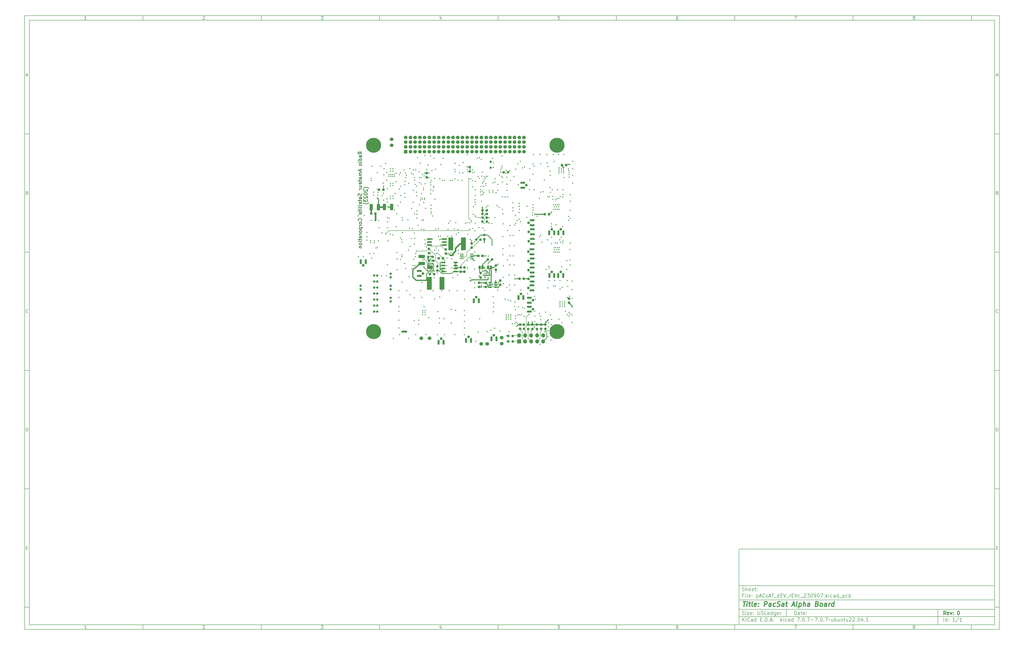
<source format=gbr>
%TF.GenerationSoftware,KiCad,Pcbnew,7.0.7-7.0.7~ubuntu22.04.1*%
%TF.CreationDate,2023-09-09T16:16:35-05:00*%
%TF.ProjectId,pACsAT_dEV_rEVc_230907,70414373-4154-45f6-9445-565f72455663,0*%
%TF.SameCoordinates,Original*%
%TF.FileFunction,Copper,L6,Bot*%
%TF.FilePolarity,Positive*%
%FSLAX46Y46*%
G04 Gerber Fmt 4.6, Leading zero omitted, Abs format (unit mm)*
G04 Created by KiCad (PCBNEW 7.0.7-7.0.7~ubuntu22.04.1) date 2023-09-09 16:16:35*
%MOMM*%
%LPD*%
G01*
G04 APERTURE LIST*
G04 Aperture macros list*
%AMRoundRect*
0 Rectangle with rounded corners*
0 $1 Rounding radius*
0 $2 $3 $4 $5 $6 $7 $8 $9 X,Y pos of 4 corners*
0 Add a 4 corners polygon primitive as box body*
4,1,4,$2,$3,$4,$5,$6,$7,$8,$9,$2,$3,0*
0 Add four circle primitives for the rounded corners*
1,1,$1+$1,$2,$3*
1,1,$1+$1,$4,$5*
1,1,$1+$1,$6,$7*
1,1,$1+$1,$8,$9*
0 Add four rect primitives between the rounded corners*
20,1,$1+$1,$2,$3,$4,$5,0*
20,1,$1+$1,$4,$5,$6,$7,0*
20,1,$1+$1,$6,$7,$8,$9,0*
20,1,$1+$1,$8,$9,$2,$3,0*%
%AMFreePoly0*
4,1,19,0.500000,-0.750000,0.000000,-0.750000,0.000000,-0.744911,-0.071157,-0.744911,-0.207708,-0.704816,-0.327430,-0.627875,-0.420627,-0.520320,-0.479746,-0.390866,-0.500000,-0.250000,-0.500000,0.250000,-0.479746,0.390866,-0.420627,0.520320,-0.327430,0.627875,-0.207708,0.704816,-0.071157,0.744911,0.000000,0.744911,0.000000,0.750000,0.500000,0.750000,0.500000,-0.750000,0.500000,-0.750000,
$1*%
%AMFreePoly1*
4,1,19,0.000000,0.744911,0.071157,0.744911,0.207708,0.704816,0.327430,0.627875,0.420627,0.520320,0.479746,0.390866,0.500000,0.250000,0.500000,-0.250000,0.479746,-0.390866,0.420627,-0.520320,0.327430,-0.627875,0.207708,-0.704816,0.071157,-0.744911,0.000000,-0.744911,0.000000,-0.750000,-0.500000,-0.750000,-0.500000,0.750000,0.000000,0.750000,0.000000,0.744911,0.000000,0.744911,
$1*%
G04 Aperture macros list end*
%ADD10C,0.100000*%
%ADD11C,0.150000*%
%ADD12C,0.300000*%
%ADD13C,0.400000*%
%TA.AperFunction,NonConductor*%
%ADD14C,0.300000*%
%TD*%
%TA.AperFunction,ComponentPad*%
%ADD15C,1.524000*%
%TD*%
%TA.AperFunction,ComponentPad*%
%ADD16C,6.350000*%
%TD*%
%TA.AperFunction,ComponentPad*%
%ADD17RoundRect,0.290840X-0.471160X-0.471160X0.471160X-0.471160X0.471160X0.471160X-0.471160X0.471160X0*%
%TD*%
%TA.AperFunction,ComponentPad*%
%ADD18C,1.016000*%
%TD*%
%TA.AperFunction,ComponentPad*%
%ADD19O,2.540000X0.889000*%
%TD*%
%TA.AperFunction,ComponentPad*%
%ADD20C,1.000000*%
%TD*%
%TA.AperFunction,ComponentPad*%
%ADD21R,1.700000X1.700000*%
%TD*%
%TA.AperFunction,ComponentPad*%
%ADD22O,1.700000X1.700000*%
%TD*%
%TA.AperFunction,SMDPad,CuDef*%
%ADD23RoundRect,0.237500X-0.250000X-0.237500X0.250000X-0.237500X0.250000X0.237500X-0.250000X0.237500X0*%
%TD*%
%TA.AperFunction,SMDPad,CuDef*%
%ADD24RoundRect,0.237500X-0.237500X0.250000X-0.237500X-0.250000X0.237500X-0.250000X0.237500X0.250000X0*%
%TD*%
%TA.AperFunction,SMDPad,CuDef*%
%ADD25RoundRect,0.150000X-0.512500X-0.150000X0.512500X-0.150000X0.512500X0.150000X-0.512500X0.150000X0*%
%TD*%
%TA.AperFunction,ComponentPad*%
%ADD26RoundRect,0.254000X0.254000X-0.254000X0.254000X0.254000X-0.254000X0.254000X-0.254000X-0.254000X0*%
%TD*%
%TA.AperFunction,ComponentPad*%
%ADD27RoundRect,0.200000X0.200000X-0.800000X0.200000X0.800000X-0.200000X0.800000X-0.200000X-0.800000X0*%
%TD*%
%TA.AperFunction,SMDPad,CuDef*%
%ADD28RoundRect,0.249999X-0.737501X-2.450001X0.737501X-2.450001X0.737501X2.450001X-0.737501X2.450001X0*%
%TD*%
%TA.AperFunction,SMDPad,CuDef*%
%ADD29RoundRect,0.150000X0.725000X0.150000X-0.725000X0.150000X-0.725000X-0.150000X0.725000X-0.150000X0*%
%TD*%
%TA.AperFunction,SMDPad,CuDef*%
%ADD30RoundRect,0.237500X-0.300000X-0.237500X0.300000X-0.237500X0.300000X0.237500X-0.300000X0.237500X0*%
%TD*%
%TA.AperFunction,ComponentPad*%
%ADD31RoundRect,0.254000X0.254000X0.254000X-0.254000X0.254000X-0.254000X-0.254000X0.254000X-0.254000X0*%
%TD*%
%TA.AperFunction,ComponentPad*%
%ADD32RoundRect,0.200000X0.800000X0.200000X-0.800000X0.200000X-0.800000X-0.200000X0.800000X-0.200000X0*%
%TD*%
%TA.AperFunction,SMDPad,CuDef*%
%ADD33RoundRect,0.237500X-0.237500X0.300000X-0.237500X-0.300000X0.237500X-0.300000X0.237500X0.300000X0*%
%TD*%
%TA.AperFunction,SMDPad,CuDef*%
%ADD34RoundRect,0.237500X0.250000X0.237500X-0.250000X0.237500X-0.250000X-0.237500X0.250000X-0.237500X0*%
%TD*%
%TA.AperFunction,SMDPad,CuDef*%
%ADD35RoundRect,0.237500X0.300000X0.237500X-0.300000X0.237500X-0.300000X-0.237500X0.300000X-0.237500X0*%
%TD*%
%TA.AperFunction,SMDPad,CuDef*%
%ADD36RoundRect,0.249999X0.737501X2.450001X-0.737501X2.450001X-0.737501X-2.450001X0.737501X-2.450001X0*%
%TD*%
%TA.AperFunction,SMDPad,CuDef*%
%ADD37FreePoly0,180.000000*%
%TD*%
%TA.AperFunction,SMDPad,CuDef*%
%ADD38FreePoly1,180.000000*%
%TD*%
%TA.AperFunction,ComponentPad*%
%ADD39RoundRect,0.254000X-0.254000X0.254000X-0.254000X-0.254000X0.254000X-0.254000X0.254000X0.254000X0*%
%TD*%
%TA.AperFunction,ComponentPad*%
%ADD40RoundRect,0.200000X-0.200000X0.800000X-0.200000X-0.800000X0.200000X-0.800000X0.200000X0.800000X0*%
%TD*%
%TA.AperFunction,SMDPad,CuDef*%
%ADD41RoundRect,0.237500X0.237500X-0.250000X0.237500X0.250000X-0.237500X0.250000X-0.237500X-0.250000X0*%
%TD*%
%TA.AperFunction,SMDPad,CuDef*%
%ADD42RoundRect,0.237500X0.237500X-0.300000X0.237500X0.300000X-0.237500X0.300000X-0.237500X-0.300000X0*%
%TD*%
%TA.AperFunction,SMDPad,CuDef*%
%ADD43RoundRect,0.100000X0.712500X0.100000X-0.712500X0.100000X-0.712500X-0.100000X0.712500X-0.100000X0*%
%TD*%
%TA.AperFunction,ComponentPad*%
%ADD44RoundRect,0.254000X-0.254000X-0.254000X0.254000X-0.254000X0.254000X0.254000X-0.254000X0.254000X0*%
%TD*%
%TA.AperFunction,ComponentPad*%
%ADD45RoundRect,0.200000X-0.800000X-0.200000X0.800000X-0.200000X0.800000X0.200000X-0.800000X0.200000X0*%
%TD*%
%TA.AperFunction,SMDPad,CuDef*%
%ADD46RoundRect,0.250001X-1.074999X0.462499X-1.074999X-0.462499X1.074999X-0.462499X1.074999X0.462499X0*%
%TD*%
%TA.AperFunction,SMDPad,CuDef*%
%ADD47R,0.400000X0.650000*%
%TD*%
%TA.AperFunction,SMDPad,CuDef*%
%ADD48RoundRect,0.250000X0.400000X1.075000X-0.400000X1.075000X-0.400000X-1.075000X0.400000X-1.075000X0*%
%TD*%
%TA.AperFunction,SMDPad,CuDef*%
%ADD49R,2.000000X0.640000*%
%TD*%
%TA.AperFunction,SMDPad,CuDef*%
%ADD50R,2.350000X1.580000*%
%TD*%
%TA.AperFunction,SMDPad,CuDef*%
%ADD51R,0.300000X0.700000*%
%TD*%
%TA.AperFunction,ViaPad*%
%ADD52C,0.508000*%
%TD*%
%TA.AperFunction,Conductor*%
%ADD53C,0.152400*%
%TD*%
%TA.AperFunction,Conductor*%
%ADD54C,0.254000*%
%TD*%
%TA.AperFunction,Conductor*%
%ADD55C,0.381000*%
%TD*%
%TA.AperFunction,Conductor*%
%ADD56C,0.635000*%
%TD*%
%TA.AperFunction,Conductor*%
%ADD57C,0.127000*%
%TD*%
%TA.AperFunction,Conductor*%
%ADD58C,0.304800*%
%TD*%
%TA.AperFunction,Conductor*%
%ADD59C,0.330200*%
%TD*%
%TA.AperFunction,Conductor*%
%ADD60C,0.203200*%
%TD*%
%TA.AperFunction,Conductor*%
%ADD61C,0.508000*%
%TD*%
G04 APERTURE END LIST*
D10*
D11*
X311800000Y-235400000D02*
X419800000Y-235400000D01*
X419800000Y-267400000D01*
X311800000Y-267400000D01*
X311800000Y-235400000D01*
D10*
D11*
X10000000Y-10000000D02*
X421800000Y-10000000D01*
X421800000Y-269400000D01*
X10000000Y-269400000D01*
X10000000Y-10000000D01*
D10*
D11*
X12000000Y-12000000D02*
X419800000Y-12000000D01*
X419800000Y-267400000D01*
X12000000Y-267400000D01*
X12000000Y-12000000D01*
D10*
D11*
X60000000Y-12000000D02*
X60000000Y-10000000D01*
D10*
D11*
X110000000Y-12000000D02*
X110000000Y-10000000D01*
D10*
D11*
X160000000Y-12000000D02*
X160000000Y-10000000D01*
D10*
D11*
X210000000Y-12000000D02*
X210000000Y-10000000D01*
D10*
D11*
X260000000Y-12000000D02*
X260000000Y-10000000D01*
D10*
D11*
X310000000Y-12000000D02*
X310000000Y-10000000D01*
D10*
D11*
X360000000Y-12000000D02*
X360000000Y-10000000D01*
D10*
D11*
X410000000Y-12000000D02*
X410000000Y-10000000D01*
D10*
D11*
X36089160Y-11593604D02*
X35346303Y-11593604D01*
X35717731Y-11593604D02*
X35717731Y-10293604D01*
X35717731Y-10293604D02*
X35593922Y-10479319D01*
X35593922Y-10479319D02*
X35470112Y-10603128D01*
X35470112Y-10603128D02*
X35346303Y-10665033D01*
D10*
D11*
X85346303Y-10417414D02*
X85408207Y-10355509D01*
X85408207Y-10355509D02*
X85532017Y-10293604D01*
X85532017Y-10293604D02*
X85841541Y-10293604D01*
X85841541Y-10293604D02*
X85965350Y-10355509D01*
X85965350Y-10355509D02*
X86027255Y-10417414D01*
X86027255Y-10417414D02*
X86089160Y-10541223D01*
X86089160Y-10541223D02*
X86089160Y-10665033D01*
X86089160Y-10665033D02*
X86027255Y-10850747D01*
X86027255Y-10850747D02*
X85284398Y-11593604D01*
X85284398Y-11593604D02*
X86089160Y-11593604D01*
D10*
D11*
X135284398Y-10293604D02*
X136089160Y-10293604D01*
X136089160Y-10293604D02*
X135655826Y-10788842D01*
X135655826Y-10788842D02*
X135841541Y-10788842D01*
X135841541Y-10788842D02*
X135965350Y-10850747D01*
X135965350Y-10850747D02*
X136027255Y-10912652D01*
X136027255Y-10912652D02*
X136089160Y-11036461D01*
X136089160Y-11036461D02*
X136089160Y-11345985D01*
X136089160Y-11345985D02*
X136027255Y-11469795D01*
X136027255Y-11469795D02*
X135965350Y-11531700D01*
X135965350Y-11531700D02*
X135841541Y-11593604D01*
X135841541Y-11593604D02*
X135470112Y-11593604D01*
X135470112Y-11593604D02*
X135346303Y-11531700D01*
X135346303Y-11531700D02*
X135284398Y-11469795D01*
D10*
D11*
X185965350Y-10726938D02*
X185965350Y-11593604D01*
X185655826Y-10231700D02*
X185346303Y-11160271D01*
X185346303Y-11160271D02*
X186151064Y-11160271D01*
D10*
D11*
X236027255Y-10293604D02*
X235408207Y-10293604D01*
X235408207Y-10293604D02*
X235346303Y-10912652D01*
X235346303Y-10912652D02*
X235408207Y-10850747D01*
X235408207Y-10850747D02*
X235532017Y-10788842D01*
X235532017Y-10788842D02*
X235841541Y-10788842D01*
X235841541Y-10788842D02*
X235965350Y-10850747D01*
X235965350Y-10850747D02*
X236027255Y-10912652D01*
X236027255Y-10912652D02*
X236089160Y-11036461D01*
X236089160Y-11036461D02*
X236089160Y-11345985D01*
X236089160Y-11345985D02*
X236027255Y-11469795D01*
X236027255Y-11469795D02*
X235965350Y-11531700D01*
X235965350Y-11531700D02*
X235841541Y-11593604D01*
X235841541Y-11593604D02*
X235532017Y-11593604D01*
X235532017Y-11593604D02*
X235408207Y-11531700D01*
X235408207Y-11531700D02*
X235346303Y-11469795D01*
D10*
D11*
X285965350Y-10293604D02*
X285717731Y-10293604D01*
X285717731Y-10293604D02*
X285593922Y-10355509D01*
X285593922Y-10355509D02*
X285532017Y-10417414D01*
X285532017Y-10417414D02*
X285408207Y-10603128D01*
X285408207Y-10603128D02*
X285346303Y-10850747D01*
X285346303Y-10850747D02*
X285346303Y-11345985D01*
X285346303Y-11345985D02*
X285408207Y-11469795D01*
X285408207Y-11469795D02*
X285470112Y-11531700D01*
X285470112Y-11531700D02*
X285593922Y-11593604D01*
X285593922Y-11593604D02*
X285841541Y-11593604D01*
X285841541Y-11593604D02*
X285965350Y-11531700D01*
X285965350Y-11531700D02*
X286027255Y-11469795D01*
X286027255Y-11469795D02*
X286089160Y-11345985D01*
X286089160Y-11345985D02*
X286089160Y-11036461D01*
X286089160Y-11036461D02*
X286027255Y-10912652D01*
X286027255Y-10912652D02*
X285965350Y-10850747D01*
X285965350Y-10850747D02*
X285841541Y-10788842D01*
X285841541Y-10788842D02*
X285593922Y-10788842D01*
X285593922Y-10788842D02*
X285470112Y-10850747D01*
X285470112Y-10850747D02*
X285408207Y-10912652D01*
X285408207Y-10912652D02*
X285346303Y-11036461D01*
D10*
D11*
X335284398Y-10293604D02*
X336151064Y-10293604D01*
X336151064Y-10293604D02*
X335593922Y-11593604D01*
D10*
D11*
X385593922Y-10850747D02*
X385470112Y-10788842D01*
X385470112Y-10788842D02*
X385408207Y-10726938D01*
X385408207Y-10726938D02*
X385346303Y-10603128D01*
X385346303Y-10603128D02*
X385346303Y-10541223D01*
X385346303Y-10541223D02*
X385408207Y-10417414D01*
X385408207Y-10417414D02*
X385470112Y-10355509D01*
X385470112Y-10355509D02*
X385593922Y-10293604D01*
X385593922Y-10293604D02*
X385841541Y-10293604D01*
X385841541Y-10293604D02*
X385965350Y-10355509D01*
X385965350Y-10355509D02*
X386027255Y-10417414D01*
X386027255Y-10417414D02*
X386089160Y-10541223D01*
X386089160Y-10541223D02*
X386089160Y-10603128D01*
X386089160Y-10603128D02*
X386027255Y-10726938D01*
X386027255Y-10726938D02*
X385965350Y-10788842D01*
X385965350Y-10788842D02*
X385841541Y-10850747D01*
X385841541Y-10850747D02*
X385593922Y-10850747D01*
X385593922Y-10850747D02*
X385470112Y-10912652D01*
X385470112Y-10912652D02*
X385408207Y-10974557D01*
X385408207Y-10974557D02*
X385346303Y-11098366D01*
X385346303Y-11098366D02*
X385346303Y-11345985D01*
X385346303Y-11345985D02*
X385408207Y-11469795D01*
X385408207Y-11469795D02*
X385470112Y-11531700D01*
X385470112Y-11531700D02*
X385593922Y-11593604D01*
X385593922Y-11593604D02*
X385841541Y-11593604D01*
X385841541Y-11593604D02*
X385965350Y-11531700D01*
X385965350Y-11531700D02*
X386027255Y-11469795D01*
X386027255Y-11469795D02*
X386089160Y-11345985D01*
X386089160Y-11345985D02*
X386089160Y-11098366D01*
X386089160Y-11098366D02*
X386027255Y-10974557D01*
X386027255Y-10974557D02*
X385965350Y-10912652D01*
X385965350Y-10912652D02*
X385841541Y-10850747D01*
D10*
D11*
X60000000Y-267400000D02*
X60000000Y-269400000D01*
D10*
D11*
X110000000Y-267400000D02*
X110000000Y-269400000D01*
D10*
D11*
X160000000Y-267400000D02*
X160000000Y-269400000D01*
D10*
D11*
X210000000Y-267400000D02*
X210000000Y-269400000D01*
D10*
D11*
X260000000Y-267400000D02*
X260000000Y-269400000D01*
D10*
D11*
X310000000Y-267400000D02*
X310000000Y-269400000D01*
D10*
D11*
X360000000Y-267400000D02*
X360000000Y-269400000D01*
D10*
D11*
X410000000Y-267400000D02*
X410000000Y-269400000D01*
D10*
D11*
X36089160Y-268993604D02*
X35346303Y-268993604D01*
X35717731Y-268993604D02*
X35717731Y-267693604D01*
X35717731Y-267693604D02*
X35593922Y-267879319D01*
X35593922Y-267879319D02*
X35470112Y-268003128D01*
X35470112Y-268003128D02*
X35346303Y-268065033D01*
D10*
D11*
X85346303Y-267817414D02*
X85408207Y-267755509D01*
X85408207Y-267755509D02*
X85532017Y-267693604D01*
X85532017Y-267693604D02*
X85841541Y-267693604D01*
X85841541Y-267693604D02*
X85965350Y-267755509D01*
X85965350Y-267755509D02*
X86027255Y-267817414D01*
X86027255Y-267817414D02*
X86089160Y-267941223D01*
X86089160Y-267941223D02*
X86089160Y-268065033D01*
X86089160Y-268065033D02*
X86027255Y-268250747D01*
X86027255Y-268250747D02*
X85284398Y-268993604D01*
X85284398Y-268993604D02*
X86089160Y-268993604D01*
D10*
D11*
X135284398Y-267693604D02*
X136089160Y-267693604D01*
X136089160Y-267693604D02*
X135655826Y-268188842D01*
X135655826Y-268188842D02*
X135841541Y-268188842D01*
X135841541Y-268188842D02*
X135965350Y-268250747D01*
X135965350Y-268250747D02*
X136027255Y-268312652D01*
X136027255Y-268312652D02*
X136089160Y-268436461D01*
X136089160Y-268436461D02*
X136089160Y-268745985D01*
X136089160Y-268745985D02*
X136027255Y-268869795D01*
X136027255Y-268869795D02*
X135965350Y-268931700D01*
X135965350Y-268931700D02*
X135841541Y-268993604D01*
X135841541Y-268993604D02*
X135470112Y-268993604D01*
X135470112Y-268993604D02*
X135346303Y-268931700D01*
X135346303Y-268931700D02*
X135284398Y-268869795D01*
D10*
D11*
X185965350Y-268126938D02*
X185965350Y-268993604D01*
X185655826Y-267631700D02*
X185346303Y-268560271D01*
X185346303Y-268560271D02*
X186151064Y-268560271D01*
D10*
D11*
X236027255Y-267693604D02*
X235408207Y-267693604D01*
X235408207Y-267693604D02*
X235346303Y-268312652D01*
X235346303Y-268312652D02*
X235408207Y-268250747D01*
X235408207Y-268250747D02*
X235532017Y-268188842D01*
X235532017Y-268188842D02*
X235841541Y-268188842D01*
X235841541Y-268188842D02*
X235965350Y-268250747D01*
X235965350Y-268250747D02*
X236027255Y-268312652D01*
X236027255Y-268312652D02*
X236089160Y-268436461D01*
X236089160Y-268436461D02*
X236089160Y-268745985D01*
X236089160Y-268745985D02*
X236027255Y-268869795D01*
X236027255Y-268869795D02*
X235965350Y-268931700D01*
X235965350Y-268931700D02*
X235841541Y-268993604D01*
X235841541Y-268993604D02*
X235532017Y-268993604D01*
X235532017Y-268993604D02*
X235408207Y-268931700D01*
X235408207Y-268931700D02*
X235346303Y-268869795D01*
D10*
D11*
X285965350Y-267693604D02*
X285717731Y-267693604D01*
X285717731Y-267693604D02*
X285593922Y-267755509D01*
X285593922Y-267755509D02*
X285532017Y-267817414D01*
X285532017Y-267817414D02*
X285408207Y-268003128D01*
X285408207Y-268003128D02*
X285346303Y-268250747D01*
X285346303Y-268250747D02*
X285346303Y-268745985D01*
X285346303Y-268745985D02*
X285408207Y-268869795D01*
X285408207Y-268869795D02*
X285470112Y-268931700D01*
X285470112Y-268931700D02*
X285593922Y-268993604D01*
X285593922Y-268993604D02*
X285841541Y-268993604D01*
X285841541Y-268993604D02*
X285965350Y-268931700D01*
X285965350Y-268931700D02*
X286027255Y-268869795D01*
X286027255Y-268869795D02*
X286089160Y-268745985D01*
X286089160Y-268745985D02*
X286089160Y-268436461D01*
X286089160Y-268436461D02*
X286027255Y-268312652D01*
X286027255Y-268312652D02*
X285965350Y-268250747D01*
X285965350Y-268250747D02*
X285841541Y-268188842D01*
X285841541Y-268188842D02*
X285593922Y-268188842D01*
X285593922Y-268188842D02*
X285470112Y-268250747D01*
X285470112Y-268250747D02*
X285408207Y-268312652D01*
X285408207Y-268312652D02*
X285346303Y-268436461D01*
D10*
D11*
X335284398Y-267693604D02*
X336151064Y-267693604D01*
X336151064Y-267693604D02*
X335593922Y-268993604D01*
D10*
D11*
X385593922Y-268250747D02*
X385470112Y-268188842D01*
X385470112Y-268188842D02*
X385408207Y-268126938D01*
X385408207Y-268126938D02*
X385346303Y-268003128D01*
X385346303Y-268003128D02*
X385346303Y-267941223D01*
X385346303Y-267941223D02*
X385408207Y-267817414D01*
X385408207Y-267817414D02*
X385470112Y-267755509D01*
X385470112Y-267755509D02*
X385593922Y-267693604D01*
X385593922Y-267693604D02*
X385841541Y-267693604D01*
X385841541Y-267693604D02*
X385965350Y-267755509D01*
X385965350Y-267755509D02*
X386027255Y-267817414D01*
X386027255Y-267817414D02*
X386089160Y-267941223D01*
X386089160Y-267941223D02*
X386089160Y-268003128D01*
X386089160Y-268003128D02*
X386027255Y-268126938D01*
X386027255Y-268126938D02*
X385965350Y-268188842D01*
X385965350Y-268188842D02*
X385841541Y-268250747D01*
X385841541Y-268250747D02*
X385593922Y-268250747D01*
X385593922Y-268250747D02*
X385470112Y-268312652D01*
X385470112Y-268312652D02*
X385408207Y-268374557D01*
X385408207Y-268374557D02*
X385346303Y-268498366D01*
X385346303Y-268498366D02*
X385346303Y-268745985D01*
X385346303Y-268745985D02*
X385408207Y-268869795D01*
X385408207Y-268869795D02*
X385470112Y-268931700D01*
X385470112Y-268931700D02*
X385593922Y-268993604D01*
X385593922Y-268993604D02*
X385841541Y-268993604D01*
X385841541Y-268993604D02*
X385965350Y-268931700D01*
X385965350Y-268931700D02*
X386027255Y-268869795D01*
X386027255Y-268869795D02*
X386089160Y-268745985D01*
X386089160Y-268745985D02*
X386089160Y-268498366D01*
X386089160Y-268498366D02*
X386027255Y-268374557D01*
X386027255Y-268374557D02*
X385965350Y-268312652D01*
X385965350Y-268312652D02*
X385841541Y-268250747D01*
D10*
D11*
X10000000Y-60000000D02*
X12000000Y-60000000D01*
D10*
D11*
X10000000Y-110000000D02*
X12000000Y-110000000D01*
D10*
D11*
X10000000Y-160000000D02*
X12000000Y-160000000D01*
D10*
D11*
X10000000Y-210000000D02*
X12000000Y-210000000D01*
D10*
D11*
X10000000Y-260000000D02*
X12000000Y-260000000D01*
D10*
D11*
X10690476Y-35222176D02*
X11309523Y-35222176D01*
X10566666Y-35593604D02*
X10999999Y-34293604D01*
X10999999Y-34293604D02*
X11433333Y-35593604D01*
D10*
D11*
X11092857Y-84912652D02*
X11278571Y-84974557D01*
X11278571Y-84974557D02*
X11340476Y-85036461D01*
X11340476Y-85036461D02*
X11402380Y-85160271D01*
X11402380Y-85160271D02*
X11402380Y-85345985D01*
X11402380Y-85345985D02*
X11340476Y-85469795D01*
X11340476Y-85469795D02*
X11278571Y-85531700D01*
X11278571Y-85531700D02*
X11154761Y-85593604D01*
X11154761Y-85593604D02*
X10659523Y-85593604D01*
X10659523Y-85593604D02*
X10659523Y-84293604D01*
X10659523Y-84293604D02*
X11092857Y-84293604D01*
X11092857Y-84293604D02*
X11216666Y-84355509D01*
X11216666Y-84355509D02*
X11278571Y-84417414D01*
X11278571Y-84417414D02*
X11340476Y-84541223D01*
X11340476Y-84541223D02*
X11340476Y-84665033D01*
X11340476Y-84665033D02*
X11278571Y-84788842D01*
X11278571Y-84788842D02*
X11216666Y-84850747D01*
X11216666Y-84850747D02*
X11092857Y-84912652D01*
X11092857Y-84912652D02*
X10659523Y-84912652D01*
D10*
D11*
X11402380Y-135469795D02*
X11340476Y-135531700D01*
X11340476Y-135531700D02*
X11154761Y-135593604D01*
X11154761Y-135593604D02*
X11030952Y-135593604D01*
X11030952Y-135593604D02*
X10845238Y-135531700D01*
X10845238Y-135531700D02*
X10721428Y-135407890D01*
X10721428Y-135407890D02*
X10659523Y-135284080D01*
X10659523Y-135284080D02*
X10597619Y-135036461D01*
X10597619Y-135036461D02*
X10597619Y-134850747D01*
X10597619Y-134850747D02*
X10659523Y-134603128D01*
X10659523Y-134603128D02*
X10721428Y-134479319D01*
X10721428Y-134479319D02*
X10845238Y-134355509D01*
X10845238Y-134355509D02*
X11030952Y-134293604D01*
X11030952Y-134293604D02*
X11154761Y-134293604D01*
X11154761Y-134293604D02*
X11340476Y-134355509D01*
X11340476Y-134355509D02*
X11402380Y-134417414D01*
D10*
D11*
X10659523Y-185593604D02*
X10659523Y-184293604D01*
X10659523Y-184293604D02*
X10969047Y-184293604D01*
X10969047Y-184293604D02*
X11154761Y-184355509D01*
X11154761Y-184355509D02*
X11278571Y-184479319D01*
X11278571Y-184479319D02*
X11340476Y-184603128D01*
X11340476Y-184603128D02*
X11402380Y-184850747D01*
X11402380Y-184850747D02*
X11402380Y-185036461D01*
X11402380Y-185036461D02*
X11340476Y-185284080D01*
X11340476Y-185284080D02*
X11278571Y-185407890D01*
X11278571Y-185407890D02*
X11154761Y-185531700D01*
X11154761Y-185531700D02*
X10969047Y-185593604D01*
X10969047Y-185593604D02*
X10659523Y-185593604D01*
D10*
D11*
X10721428Y-234912652D02*
X11154762Y-234912652D01*
X11340476Y-235593604D02*
X10721428Y-235593604D01*
X10721428Y-235593604D02*
X10721428Y-234293604D01*
X10721428Y-234293604D02*
X11340476Y-234293604D01*
D10*
D11*
X421800000Y-60000000D02*
X419800000Y-60000000D01*
D10*
D11*
X421800000Y-110000000D02*
X419800000Y-110000000D01*
D10*
D11*
X421800000Y-160000000D02*
X419800000Y-160000000D01*
D10*
D11*
X421800000Y-210000000D02*
X419800000Y-210000000D01*
D10*
D11*
X421800000Y-260000000D02*
X419800000Y-260000000D01*
D10*
D11*
X420490476Y-35222176D02*
X421109523Y-35222176D01*
X420366666Y-35593604D02*
X420799999Y-34293604D01*
X420799999Y-34293604D02*
X421233333Y-35593604D01*
D10*
D11*
X420892857Y-84912652D02*
X421078571Y-84974557D01*
X421078571Y-84974557D02*
X421140476Y-85036461D01*
X421140476Y-85036461D02*
X421202380Y-85160271D01*
X421202380Y-85160271D02*
X421202380Y-85345985D01*
X421202380Y-85345985D02*
X421140476Y-85469795D01*
X421140476Y-85469795D02*
X421078571Y-85531700D01*
X421078571Y-85531700D02*
X420954761Y-85593604D01*
X420954761Y-85593604D02*
X420459523Y-85593604D01*
X420459523Y-85593604D02*
X420459523Y-84293604D01*
X420459523Y-84293604D02*
X420892857Y-84293604D01*
X420892857Y-84293604D02*
X421016666Y-84355509D01*
X421016666Y-84355509D02*
X421078571Y-84417414D01*
X421078571Y-84417414D02*
X421140476Y-84541223D01*
X421140476Y-84541223D02*
X421140476Y-84665033D01*
X421140476Y-84665033D02*
X421078571Y-84788842D01*
X421078571Y-84788842D02*
X421016666Y-84850747D01*
X421016666Y-84850747D02*
X420892857Y-84912652D01*
X420892857Y-84912652D02*
X420459523Y-84912652D01*
D10*
D11*
X421202380Y-135469795D02*
X421140476Y-135531700D01*
X421140476Y-135531700D02*
X420954761Y-135593604D01*
X420954761Y-135593604D02*
X420830952Y-135593604D01*
X420830952Y-135593604D02*
X420645238Y-135531700D01*
X420645238Y-135531700D02*
X420521428Y-135407890D01*
X420521428Y-135407890D02*
X420459523Y-135284080D01*
X420459523Y-135284080D02*
X420397619Y-135036461D01*
X420397619Y-135036461D02*
X420397619Y-134850747D01*
X420397619Y-134850747D02*
X420459523Y-134603128D01*
X420459523Y-134603128D02*
X420521428Y-134479319D01*
X420521428Y-134479319D02*
X420645238Y-134355509D01*
X420645238Y-134355509D02*
X420830952Y-134293604D01*
X420830952Y-134293604D02*
X420954761Y-134293604D01*
X420954761Y-134293604D02*
X421140476Y-134355509D01*
X421140476Y-134355509D02*
X421202380Y-134417414D01*
D10*
D11*
X420459523Y-185593604D02*
X420459523Y-184293604D01*
X420459523Y-184293604D02*
X420769047Y-184293604D01*
X420769047Y-184293604D02*
X420954761Y-184355509D01*
X420954761Y-184355509D02*
X421078571Y-184479319D01*
X421078571Y-184479319D02*
X421140476Y-184603128D01*
X421140476Y-184603128D02*
X421202380Y-184850747D01*
X421202380Y-184850747D02*
X421202380Y-185036461D01*
X421202380Y-185036461D02*
X421140476Y-185284080D01*
X421140476Y-185284080D02*
X421078571Y-185407890D01*
X421078571Y-185407890D02*
X420954761Y-185531700D01*
X420954761Y-185531700D02*
X420769047Y-185593604D01*
X420769047Y-185593604D02*
X420459523Y-185593604D01*
D10*
D11*
X420521428Y-234912652D02*
X420954762Y-234912652D01*
X421140476Y-235593604D02*
X420521428Y-235593604D01*
X420521428Y-235593604D02*
X420521428Y-234293604D01*
X420521428Y-234293604D02*
X421140476Y-234293604D01*
D10*
D11*
X335255826Y-263186128D02*
X335255826Y-261686128D01*
X335255826Y-261686128D02*
X335612969Y-261686128D01*
X335612969Y-261686128D02*
X335827255Y-261757557D01*
X335827255Y-261757557D02*
X335970112Y-261900414D01*
X335970112Y-261900414D02*
X336041541Y-262043271D01*
X336041541Y-262043271D02*
X336112969Y-262328985D01*
X336112969Y-262328985D02*
X336112969Y-262543271D01*
X336112969Y-262543271D02*
X336041541Y-262828985D01*
X336041541Y-262828985D02*
X335970112Y-262971842D01*
X335970112Y-262971842D02*
X335827255Y-263114700D01*
X335827255Y-263114700D02*
X335612969Y-263186128D01*
X335612969Y-263186128D02*
X335255826Y-263186128D01*
X337398684Y-263186128D02*
X337398684Y-262400414D01*
X337398684Y-262400414D02*
X337327255Y-262257557D01*
X337327255Y-262257557D02*
X337184398Y-262186128D01*
X337184398Y-262186128D02*
X336898684Y-262186128D01*
X336898684Y-262186128D02*
X336755826Y-262257557D01*
X337398684Y-263114700D02*
X337255826Y-263186128D01*
X337255826Y-263186128D02*
X336898684Y-263186128D01*
X336898684Y-263186128D02*
X336755826Y-263114700D01*
X336755826Y-263114700D02*
X336684398Y-262971842D01*
X336684398Y-262971842D02*
X336684398Y-262828985D01*
X336684398Y-262828985D02*
X336755826Y-262686128D01*
X336755826Y-262686128D02*
X336898684Y-262614700D01*
X336898684Y-262614700D02*
X337255826Y-262614700D01*
X337255826Y-262614700D02*
X337398684Y-262543271D01*
X337898684Y-262186128D02*
X338470112Y-262186128D01*
X338112969Y-261686128D02*
X338112969Y-262971842D01*
X338112969Y-262971842D02*
X338184398Y-263114700D01*
X338184398Y-263114700D02*
X338327255Y-263186128D01*
X338327255Y-263186128D02*
X338470112Y-263186128D01*
X339541541Y-263114700D02*
X339398684Y-263186128D01*
X339398684Y-263186128D02*
X339112970Y-263186128D01*
X339112970Y-263186128D02*
X338970112Y-263114700D01*
X338970112Y-263114700D02*
X338898684Y-262971842D01*
X338898684Y-262971842D02*
X338898684Y-262400414D01*
X338898684Y-262400414D02*
X338970112Y-262257557D01*
X338970112Y-262257557D02*
X339112970Y-262186128D01*
X339112970Y-262186128D02*
X339398684Y-262186128D01*
X339398684Y-262186128D02*
X339541541Y-262257557D01*
X339541541Y-262257557D02*
X339612970Y-262400414D01*
X339612970Y-262400414D02*
X339612970Y-262543271D01*
X339612970Y-262543271D02*
X338898684Y-262686128D01*
X340255826Y-263043271D02*
X340327255Y-263114700D01*
X340327255Y-263114700D02*
X340255826Y-263186128D01*
X340255826Y-263186128D02*
X340184398Y-263114700D01*
X340184398Y-263114700D02*
X340255826Y-263043271D01*
X340255826Y-263043271D02*
X340255826Y-263186128D01*
X340255826Y-262257557D02*
X340327255Y-262328985D01*
X340327255Y-262328985D02*
X340255826Y-262400414D01*
X340255826Y-262400414D02*
X340184398Y-262328985D01*
X340184398Y-262328985D02*
X340255826Y-262257557D01*
X340255826Y-262257557D02*
X340255826Y-262400414D01*
D10*
D11*
X311800000Y-263900000D02*
X419800000Y-263900000D01*
D10*
D11*
X313255826Y-265986128D02*
X313255826Y-264486128D01*
X314112969Y-265986128D02*
X313470112Y-265128985D01*
X314112969Y-264486128D02*
X313255826Y-265343271D01*
X314755826Y-265986128D02*
X314755826Y-264986128D01*
X314755826Y-264486128D02*
X314684398Y-264557557D01*
X314684398Y-264557557D02*
X314755826Y-264628985D01*
X314755826Y-264628985D02*
X314827255Y-264557557D01*
X314827255Y-264557557D02*
X314755826Y-264486128D01*
X314755826Y-264486128D02*
X314755826Y-264628985D01*
X316327255Y-265843271D02*
X316255827Y-265914700D01*
X316255827Y-265914700D02*
X316041541Y-265986128D01*
X316041541Y-265986128D02*
X315898684Y-265986128D01*
X315898684Y-265986128D02*
X315684398Y-265914700D01*
X315684398Y-265914700D02*
X315541541Y-265771842D01*
X315541541Y-265771842D02*
X315470112Y-265628985D01*
X315470112Y-265628985D02*
X315398684Y-265343271D01*
X315398684Y-265343271D02*
X315398684Y-265128985D01*
X315398684Y-265128985D02*
X315470112Y-264843271D01*
X315470112Y-264843271D02*
X315541541Y-264700414D01*
X315541541Y-264700414D02*
X315684398Y-264557557D01*
X315684398Y-264557557D02*
X315898684Y-264486128D01*
X315898684Y-264486128D02*
X316041541Y-264486128D01*
X316041541Y-264486128D02*
X316255827Y-264557557D01*
X316255827Y-264557557D02*
X316327255Y-264628985D01*
X317612970Y-265986128D02*
X317612970Y-265200414D01*
X317612970Y-265200414D02*
X317541541Y-265057557D01*
X317541541Y-265057557D02*
X317398684Y-264986128D01*
X317398684Y-264986128D02*
X317112970Y-264986128D01*
X317112970Y-264986128D02*
X316970112Y-265057557D01*
X317612970Y-265914700D02*
X317470112Y-265986128D01*
X317470112Y-265986128D02*
X317112970Y-265986128D01*
X317112970Y-265986128D02*
X316970112Y-265914700D01*
X316970112Y-265914700D02*
X316898684Y-265771842D01*
X316898684Y-265771842D02*
X316898684Y-265628985D01*
X316898684Y-265628985D02*
X316970112Y-265486128D01*
X316970112Y-265486128D02*
X317112970Y-265414700D01*
X317112970Y-265414700D02*
X317470112Y-265414700D01*
X317470112Y-265414700D02*
X317612970Y-265343271D01*
X318970113Y-265986128D02*
X318970113Y-264486128D01*
X318970113Y-265914700D02*
X318827255Y-265986128D01*
X318827255Y-265986128D02*
X318541541Y-265986128D01*
X318541541Y-265986128D02*
X318398684Y-265914700D01*
X318398684Y-265914700D02*
X318327255Y-265843271D01*
X318327255Y-265843271D02*
X318255827Y-265700414D01*
X318255827Y-265700414D02*
X318255827Y-265271842D01*
X318255827Y-265271842D02*
X318327255Y-265128985D01*
X318327255Y-265128985D02*
X318398684Y-265057557D01*
X318398684Y-265057557D02*
X318541541Y-264986128D01*
X318541541Y-264986128D02*
X318827255Y-264986128D01*
X318827255Y-264986128D02*
X318970113Y-265057557D01*
X320827255Y-265200414D02*
X321327255Y-265200414D01*
X321541541Y-265986128D02*
X320827255Y-265986128D01*
X320827255Y-265986128D02*
X320827255Y-264486128D01*
X320827255Y-264486128D02*
X321541541Y-264486128D01*
X322184398Y-265843271D02*
X322255827Y-265914700D01*
X322255827Y-265914700D02*
X322184398Y-265986128D01*
X322184398Y-265986128D02*
X322112970Y-265914700D01*
X322112970Y-265914700D02*
X322184398Y-265843271D01*
X322184398Y-265843271D02*
X322184398Y-265986128D01*
X322898684Y-265986128D02*
X322898684Y-264486128D01*
X322898684Y-264486128D02*
X323255827Y-264486128D01*
X323255827Y-264486128D02*
X323470113Y-264557557D01*
X323470113Y-264557557D02*
X323612970Y-264700414D01*
X323612970Y-264700414D02*
X323684399Y-264843271D01*
X323684399Y-264843271D02*
X323755827Y-265128985D01*
X323755827Y-265128985D02*
X323755827Y-265343271D01*
X323755827Y-265343271D02*
X323684399Y-265628985D01*
X323684399Y-265628985D02*
X323612970Y-265771842D01*
X323612970Y-265771842D02*
X323470113Y-265914700D01*
X323470113Y-265914700D02*
X323255827Y-265986128D01*
X323255827Y-265986128D02*
X322898684Y-265986128D01*
X324398684Y-265843271D02*
X324470113Y-265914700D01*
X324470113Y-265914700D02*
X324398684Y-265986128D01*
X324398684Y-265986128D02*
X324327256Y-265914700D01*
X324327256Y-265914700D02*
X324398684Y-265843271D01*
X324398684Y-265843271D02*
X324398684Y-265986128D01*
X325041542Y-265557557D02*
X325755828Y-265557557D01*
X324898685Y-265986128D02*
X325398685Y-264486128D01*
X325398685Y-264486128D02*
X325898685Y-265986128D01*
X326398684Y-265843271D02*
X326470113Y-265914700D01*
X326470113Y-265914700D02*
X326398684Y-265986128D01*
X326398684Y-265986128D02*
X326327256Y-265914700D01*
X326327256Y-265914700D02*
X326398684Y-265843271D01*
X326398684Y-265843271D02*
X326398684Y-265986128D01*
X329398684Y-265986128D02*
X329398684Y-264486128D01*
X329541542Y-265414700D02*
X329970113Y-265986128D01*
X329970113Y-264986128D02*
X329398684Y-265557557D01*
X330612970Y-265986128D02*
X330612970Y-264986128D01*
X330612970Y-264486128D02*
X330541542Y-264557557D01*
X330541542Y-264557557D02*
X330612970Y-264628985D01*
X330612970Y-264628985D02*
X330684399Y-264557557D01*
X330684399Y-264557557D02*
X330612970Y-264486128D01*
X330612970Y-264486128D02*
X330612970Y-264628985D01*
X331970114Y-265914700D02*
X331827256Y-265986128D01*
X331827256Y-265986128D02*
X331541542Y-265986128D01*
X331541542Y-265986128D02*
X331398685Y-265914700D01*
X331398685Y-265914700D02*
X331327256Y-265843271D01*
X331327256Y-265843271D02*
X331255828Y-265700414D01*
X331255828Y-265700414D02*
X331255828Y-265271842D01*
X331255828Y-265271842D02*
X331327256Y-265128985D01*
X331327256Y-265128985D02*
X331398685Y-265057557D01*
X331398685Y-265057557D02*
X331541542Y-264986128D01*
X331541542Y-264986128D02*
X331827256Y-264986128D01*
X331827256Y-264986128D02*
X331970114Y-265057557D01*
X333255828Y-265986128D02*
X333255828Y-265200414D01*
X333255828Y-265200414D02*
X333184399Y-265057557D01*
X333184399Y-265057557D02*
X333041542Y-264986128D01*
X333041542Y-264986128D02*
X332755828Y-264986128D01*
X332755828Y-264986128D02*
X332612970Y-265057557D01*
X333255828Y-265914700D02*
X333112970Y-265986128D01*
X333112970Y-265986128D02*
X332755828Y-265986128D01*
X332755828Y-265986128D02*
X332612970Y-265914700D01*
X332612970Y-265914700D02*
X332541542Y-265771842D01*
X332541542Y-265771842D02*
X332541542Y-265628985D01*
X332541542Y-265628985D02*
X332612970Y-265486128D01*
X332612970Y-265486128D02*
X332755828Y-265414700D01*
X332755828Y-265414700D02*
X333112970Y-265414700D01*
X333112970Y-265414700D02*
X333255828Y-265343271D01*
X334612971Y-265986128D02*
X334612971Y-264486128D01*
X334612971Y-265914700D02*
X334470113Y-265986128D01*
X334470113Y-265986128D02*
X334184399Y-265986128D01*
X334184399Y-265986128D02*
X334041542Y-265914700D01*
X334041542Y-265914700D02*
X333970113Y-265843271D01*
X333970113Y-265843271D02*
X333898685Y-265700414D01*
X333898685Y-265700414D02*
X333898685Y-265271842D01*
X333898685Y-265271842D02*
X333970113Y-265128985D01*
X333970113Y-265128985D02*
X334041542Y-265057557D01*
X334041542Y-265057557D02*
X334184399Y-264986128D01*
X334184399Y-264986128D02*
X334470113Y-264986128D01*
X334470113Y-264986128D02*
X334612971Y-265057557D01*
X336327256Y-264486128D02*
X337327256Y-264486128D01*
X337327256Y-264486128D02*
X336684399Y-265986128D01*
X337898684Y-265843271D02*
X337970113Y-265914700D01*
X337970113Y-265914700D02*
X337898684Y-265986128D01*
X337898684Y-265986128D02*
X337827256Y-265914700D01*
X337827256Y-265914700D02*
X337898684Y-265843271D01*
X337898684Y-265843271D02*
X337898684Y-265986128D01*
X338898685Y-264486128D02*
X339041542Y-264486128D01*
X339041542Y-264486128D02*
X339184399Y-264557557D01*
X339184399Y-264557557D02*
X339255828Y-264628985D01*
X339255828Y-264628985D02*
X339327256Y-264771842D01*
X339327256Y-264771842D02*
X339398685Y-265057557D01*
X339398685Y-265057557D02*
X339398685Y-265414700D01*
X339398685Y-265414700D02*
X339327256Y-265700414D01*
X339327256Y-265700414D02*
X339255828Y-265843271D01*
X339255828Y-265843271D02*
X339184399Y-265914700D01*
X339184399Y-265914700D02*
X339041542Y-265986128D01*
X339041542Y-265986128D02*
X338898685Y-265986128D01*
X338898685Y-265986128D02*
X338755828Y-265914700D01*
X338755828Y-265914700D02*
X338684399Y-265843271D01*
X338684399Y-265843271D02*
X338612970Y-265700414D01*
X338612970Y-265700414D02*
X338541542Y-265414700D01*
X338541542Y-265414700D02*
X338541542Y-265057557D01*
X338541542Y-265057557D02*
X338612970Y-264771842D01*
X338612970Y-264771842D02*
X338684399Y-264628985D01*
X338684399Y-264628985D02*
X338755828Y-264557557D01*
X338755828Y-264557557D02*
X338898685Y-264486128D01*
X340041541Y-265843271D02*
X340112970Y-265914700D01*
X340112970Y-265914700D02*
X340041541Y-265986128D01*
X340041541Y-265986128D02*
X339970113Y-265914700D01*
X339970113Y-265914700D02*
X340041541Y-265843271D01*
X340041541Y-265843271D02*
X340041541Y-265986128D01*
X340612970Y-264486128D02*
X341612970Y-264486128D01*
X341612970Y-264486128D02*
X340970113Y-265986128D01*
X342184398Y-265414700D02*
X343327256Y-265414700D01*
X343898684Y-264486128D02*
X344898684Y-264486128D01*
X344898684Y-264486128D02*
X344255827Y-265986128D01*
X345470112Y-265843271D02*
X345541541Y-265914700D01*
X345541541Y-265914700D02*
X345470112Y-265986128D01*
X345470112Y-265986128D02*
X345398684Y-265914700D01*
X345398684Y-265914700D02*
X345470112Y-265843271D01*
X345470112Y-265843271D02*
X345470112Y-265986128D01*
X346470113Y-264486128D02*
X346612970Y-264486128D01*
X346612970Y-264486128D02*
X346755827Y-264557557D01*
X346755827Y-264557557D02*
X346827256Y-264628985D01*
X346827256Y-264628985D02*
X346898684Y-264771842D01*
X346898684Y-264771842D02*
X346970113Y-265057557D01*
X346970113Y-265057557D02*
X346970113Y-265414700D01*
X346970113Y-265414700D02*
X346898684Y-265700414D01*
X346898684Y-265700414D02*
X346827256Y-265843271D01*
X346827256Y-265843271D02*
X346755827Y-265914700D01*
X346755827Y-265914700D02*
X346612970Y-265986128D01*
X346612970Y-265986128D02*
X346470113Y-265986128D01*
X346470113Y-265986128D02*
X346327256Y-265914700D01*
X346327256Y-265914700D02*
X346255827Y-265843271D01*
X346255827Y-265843271D02*
X346184398Y-265700414D01*
X346184398Y-265700414D02*
X346112970Y-265414700D01*
X346112970Y-265414700D02*
X346112970Y-265057557D01*
X346112970Y-265057557D02*
X346184398Y-264771842D01*
X346184398Y-264771842D02*
X346255827Y-264628985D01*
X346255827Y-264628985D02*
X346327256Y-264557557D01*
X346327256Y-264557557D02*
X346470113Y-264486128D01*
X347612969Y-265843271D02*
X347684398Y-265914700D01*
X347684398Y-265914700D02*
X347612969Y-265986128D01*
X347612969Y-265986128D02*
X347541541Y-265914700D01*
X347541541Y-265914700D02*
X347612969Y-265843271D01*
X347612969Y-265843271D02*
X347612969Y-265986128D01*
X348184398Y-264486128D02*
X349184398Y-264486128D01*
X349184398Y-264486128D02*
X348541541Y-265986128D01*
X349541541Y-265414700D02*
X349612969Y-265343271D01*
X349612969Y-265343271D02*
X349755826Y-265271842D01*
X349755826Y-265271842D02*
X350041541Y-265414700D01*
X350041541Y-265414700D02*
X350184398Y-265343271D01*
X350184398Y-265343271D02*
X350255826Y-265271842D01*
X351470113Y-264986128D02*
X351470113Y-265986128D01*
X350827255Y-264986128D02*
X350827255Y-265771842D01*
X350827255Y-265771842D02*
X350898684Y-265914700D01*
X350898684Y-265914700D02*
X351041541Y-265986128D01*
X351041541Y-265986128D02*
X351255827Y-265986128D01*
X351255827Y-265986128D02*
X351398684Y-265914700D01*
X351398684Y-265914700D02*
X351470113Y-265843271D01*
X352184398Y-265986128D02*
X352184398Y-264486128D01*
X352184398Y-265057557D02*
X352327256Y-264986128D01*
X352327256Y-264986128D02*
X352612970Y-264986128D01*
X352612970Y-264986128D02*
X352755827Y-265057557D01*
X352755827Y-265057557D02*
X352827256Y-265128985D01*
X352827256Y-265128985D02*
X352898684Y-265271842D01*
X352898684Y-265271842D02*
X352898684Y-265700414D01*
X352898684Y-265700414D02*
X352827256Y-265843271D01*
X352827256Y-265843271D02*
X352755827Y-265914700D01*
X352755827Y-265914700D02*
X352612970Y-265986128D01*
X352612970Y-265986128D02*
X352327256Y-265986128D01*
X352327256Y-265986128D02*
X352184398Y-265914700D01*
X354184399Y-264986128D02*
X354184399Y-265986128D01*
X353541541Y-264986128D02*
X353541541Y-265771842D01*
X353541541Y-265771842D02*
X353612970Y-265914700D01*
X353612970Y-265914700D02*
X353755827Y-265986128D01*
X353755827Y-265986128D02*
X353970113Y-265986128D01*
X353970113Y-265986128D02*
X354112970Y-265914700D01*
X354112970Y-265914700D02*
X354184399Y-265843271D01*
X354898684Y-264986128D02*
X354898684Y-265986128D01*
X354898684Y-265128985D02*
X354970113Y-265057557D01*
X354970113Y-265057557D02*
X355112970Y-264986128D01*
X355112970Y-264986128D02*
X355327256Y-264986128D01*
X355327256Y-264986128D02*
X355470113Y-265057557D01*
X355470113Y-265057557D02*
X355541542Y-265200414D01*
X355541542Y-265200414D02*
X355541542Y-265986128D01*
X356041542Y-264986128D02*
X356612970Y-264986128D01*
X356255827Y-264486128D02*
X356255827Y-265771842D01*
X356255827Y-265771842D02*
X356327256Y-265914700D01*
X356327256Y-265914700D02*
X356470113Y-265986128D01*
X356470113Y-265986128D02*
X356612970Y-265986128D01*
X357755828Y-264986128D02*
X357755828Y-265986128D01*
X357112970Y-264986128D02*
X357112970Y-265771842D01*
X357112970Y-265771842D02*
X357184399Y-265914700D01*
X357184399Y-265914700D02*
X357327256Y-265986128D01*
X357327256Y-265986128D02*
X357541542Y-265986128D01*
X357541542Y-265986128D02*
X357684399Y-265914700D01*
X357684399Y-265914700D02*
X357755828Y-265843271D01*
X358398685Y-264628985D02*
X358470113Y-264557557D01*
X358470113Y-264557557D02*
X358612971Y-264486128D01*
X358612971Y-264486128D02*
X358970113Y-264486128D01*
X358970113Y-264486128D02*
X359112971Y-264557557D01*
X359112971Y-264557557D02*
X359184399Y-264628985D01*
X359184399Y-264628985D02*
X359255828Y-264771842D01*
X359255828Y-264771842D02*
X359255828Y-264914700D01*
X359255828Y-264914700D02*
X359184399Y-265128985D01*
X359184399Y-265128985D02*
X358327256Y-265986128D01*
X358327256Y-265986128D02*
X359255828Y-265986128D01*
X359827256Y-264628985D02*
X359898684Y-264557557D01*
X359898684Y-264557557D02*
X360041542Y-264486128D01*
X360041542Y-264486128D02*
X360398684Y-264486128D01*
X360398684Y-264486128D02*
X360541542Y-264557557D01*
X360541542Y-264557557D02*
X360612970Y-264628985D01*
X360612970Y-264628985D02*
X360684399Y-264771842D01*
X360684399Y-264771842D02*
X360684399Y-264914700D01*
X360684399Y-264914700D02*
X360612970Y-265128985D01*
X360612970Y-265128985D02*
X359755827Y-265986128D01*
X359755827Y-265986128D02*
X360684399Y-265986128D01*
X361327255Y-265843271D02*
X361398684Y-265914700D01*
X361398684Y-265914700D02*
X361327255Y-265986128D01*
X361327255Y-265986128D02*
X361255827Y-265914700D01*
X361255827Y-265914700D02*
X361327255Y-265843271D01*
X361327255Y-265843271D02*
X361327255Y-265986128D01*
X362327256Y-264486128D02*
X362470113Y-264486128D01*
X362470113Y-264486128D02*
X362612970Y-264557557D01*
X362612970Y-264557557D02*
X362684399Y-264628985D01*
X362684399Y-264628985D02*
X362755827Y-264771842D01*
X362755827Y-264771842D02*
X362827256Y-265057557D01*
X362827256Y-265057557D02*
X362827256Y-265414700D01*
X362827256Y-265414700D02*
X362755827Y-265700414D01*
X362755827Y-265700414D02*
X362684399Y-265843271D01*
X362684399Y-265843271D02*
X362612970Y-265914700D01*
X362612970Y-265914700D02*
X362470113Y-265986128D01*
X362470113Y-265986128D02*
X362327256Y-265986128D01*
X362327256Y-265986128D02*
X362184399Y-265914700D01*
X362184399Y-265914700D02*
X362112970Y-265843271D01*
X362112970Y-265843271D02*
X362041541Y-265700414D01*
X362041541Y-265700414D02*
X361970113Y-265414700D01*
X361970113Y-265414700D02*
X361970113Y-265057557D01*
X361970113Y-265057557D02*
X362041541Y-264771842D01*
X362041541Y-264771842D02*
X362112970Y-264628985D01*
X362112970Y-264628985D02*
X362184399Y-264557557D01*
X362184399Y-264557557D02*
X362327256Y-264486128D01*
X364112970Y-264986128D02*
X364112970Y-265986128D01*
X363755827Y-264414700D02*
X363398684Y-265486128D01*
X363398684Y-265486128D02*
X364327255Y-265486128D01*
X364898683Y-265843271D02*
X364970112Y-265914700D01*
X364970112Y-265914700D02*
X364898683Y-265986128D01*
X364898683Y-265986128D02*
X364827255Y-265914700D01*
X364827255Y-265914700D02*
X364898683Y-265843271D01*
X364898683Y-265843271D02*
X364898683Y-265986128D01*
X366398684Y-265986128D02*
X365541541Y-265986128D01*
X365970112Y-265986128D02*
X365970112Y-264486128D01*
X365970112Y-264486128D02*
X365827255Y-264700414D01*
X365827255Y-264700414D02*
X365684398Y-264843271D01*
X365684398Y-264843271D02*
X365541541Y-264914700D01*
D10*
D11*
X311800000Y-260900000D02*
X419800000Y-260900000D01*
D10*
D12*
X399211653Y-263178328D02*
X398711653Y-262464042D01*
X398354510Y-263178328D02*
X398354510Y-261678328D01*
X398354510Y-261678328D02*
X398925939Y-261678328D01*
X398925939Y-261678328D02*
X399068796Y-261749757D01*
X399068796Y-261749757D02*
X399140225Y-261821185D01*
X399140225Y-261821185D02*
X399211653Y-261964042D01*
X399211653Y-261964042D02*
X399211653Y-262178328D01*
X399211653Y-262178328D02*
X399140225Y-262321185D01*
X399140225Y-262321185D02*
X399068796Y-262392614D01*
X399068796Y-262392614D02*
X398925939Y-262464042D01*
X398925939Y-262464042D02*
X398354510Y-262464042D01*
X400425939Y-263106900D02*
X400283082Y-263178328D01*
X400283082Y-263178328D02*
X399997368Y-263178328D01*
X399997368Y-263178328D02*
X399854510Y-263106900D01*
X399854510Y-263106900D02*
X399783082Y-262964042D01*
X399783082Y-262964042D02*
X399783082Y-262392614D01*
X399783082Y-262392614D02*
X399854510Y-262249757D01*
X399854510Y-262249757D02*
X399997368Y-262178328D01*
X399997368Y-262178328D02*
X400283082Y-262178328D01*
X400283082Y-262178328D02*
X400425939Y-262249757D01*
X400425939Y-262249757D02*
X400497368Y-262392614D01*
X400497368Y-262392614D02*
X400497368Y-262535471D01*
X400497368Y-262535471D02*
X399783082Y-262678328D01*
X400997367Y-262178328D02*
X401354510Y-263178328D01*
X401354510Y-263178328D02*
X401711653Y-262178328D01*
X402283081Y-263035471D02*
X402354510Y-263106900D01*
X402354510Y-263106900D02*
X402283081Y-263178328D01*
X402283081Y-263178328D02*
X402211653Y-263106900D01*
X402211653Y-263106900D02*
X402283081Y-263035471D01*
X402283081Y-263035471D02*
X402283081Y-263178328D01*
X402283081Y-262249757D02*
X402354510Y-262321185D01*
X402354510Y-262321185D02*
X402283081Y-262392614D01*
X402283081Y-262392614D02*
X402211653Y-262321185D01*
X402211653Y-262321185D02*
X402283081Y-262249757D01*
X402283081Y-262249757D02*
X402283081Y-262392614D01*
X404425939Y-261678328D02*
X404568796Y-261678328D01*
X404568796Y-261678328D02*
X404711653Y-261749757D01*
X404711653Y-261749757D02*
X404783082Y-261821185D01*
X404783082Y-261821185D02*
X404854510Y-261964042D01*
X404854510Y-261964042D02*
X404925939Y-262249757D01*
X404925939Y-262249757D02*
X404925939Y-262606900D01*
X404925939Y-262606900D02*
X404854510Y-262892614D01*
X404854510Y-262892614D02*
X404783082Y-263035471D01*
X404783082Y-263035471D02*
X404711653Y-263106900D01*
X404711653Y-263106900D02*
X404568796Y-263178328D01*
X404568796Y-263178328D02*
X404425939Y-263178328D01*
X404425939Y-263178328D02*
X404283082Y-263106900D01*
X404283082Y-263106900D02*
X404211653Y-263035471D01*
X404211653Y-263035471D02*
X404140224Y-262892614D01*
X404140224Y-262892614D02*
X404068796Y-262606900D01*
X404068796Y-262606900D02*
X404068796Y-262249757D01*
X404068796Y-262249757D02*
X404140224Y-261964042D01*
X404140224Y-261964042D02*
X404211653Y-261821185D01*
X404211653Y-261821185D02*
X404283082Y-261749757D01*
X404283082Y-261749757D02*
X404425939Y-261678328D01*
D10*
D11*
X313184398Y-263114700D02*
X313398684Y-263186128D01*
X313398684Y-263186128D02*
X313755826Y-263186128D01*
X313755826Y-263186128D02*
X313898684Y-263114700D01*
X313898684Y-263114700D02*
X313970112Y-263043271D01*
X313970112Y-263043271D02*
X314041541Y-262900414D01*
X314041541Y-262900414D02*
X314041541Y-262757557D01*
X314041541Y-262757557D02*
X313970112Y-262614700D01*
X313970112Y-262614700D02*
X313898684Y-262543271D01*
X313898684Y-262543271D02*
X313755826Y-262471842D01*
X313755826Y-262471842D02*
X313470112Y-262400414D01*
X313470112Y-262400414D02*
X313327255Y-262328985D01*
X313327255Y-262328985D02*
X313255826Y-262257557D01*
X313255826Y-262257557D02*
X313184398Y-262114700D01*
X313184398Y-262114700D02*
X313184398Y-261971842D01*
X313184398Y-261971842D02*
X313255826Y-261828985D01*
X313255826Y-261828985D02*
X313327255Y-261757557D01*
X313327255Y-261757557D02*
X313470112Y-261686128D01*
X313470112Y-261686128D02*
X313827255Y-261686128D01*
X313827255Y-261686128D02*
X314041541Y-261757557D01*
X314684397Y-263186128D02*
X314684397Y-262186128D01*
X314684397Y-261686128D02*
X314612969Y-261757557D01*
X314612969Y-261757557D02*
X314684397Y-261828985D01*
X314684397Y-261828985D02*
X314755826Y-261757557D01*
X314755826Y-261757557D02*
X314684397Y-261686128D01*
X314684397Y-261686128D02*
X314684397Y-261828985D01*
X315255826Y-262186128D02*
X316041541Y-262186128D01*
X316041541Y-262186128D02*
X315255826Y-263186128D01*
X315255826Y-263186128D02*
X316041541Y-263186128D01*
X317184398Y-263114700D02*
X317041541Y-263186128D01*
X317041541Y-263186128D02*
X316755827Y-263186128D01*
X316755827Y-263186128D02*
X316612969Y-263114700D01*
X316612969Y-263114700D02*
X316541541Y-262971842D01*
X316541541Y-262971842D02*
X316541541Y-262400414D01*
X316541541Y-262400414D02*
X316612969Y-262257557D01*
X316612969Y-262257557D02*
X316755827Y-262186128D01*
X316755827Y-262186128D02*
X317041541Y-262186128D01*
X317041541Y-262186128D02*
X317184398Y-262257557D01*
X317184398Y-262257557D02*
X317255827Y-262400414D01*
X317255827Y-262400414D02*
X317255827Y-262543271D01*
X317255827Y-262543271D02*
X316541541Y-262686128D01*
X317898683Y-263043271D02*
X317970112Y-263114700D01*
X317970112Y-263114700D02*
X317898683Y-263186128D01*
X317898683Y-263186128D02*
X317827255Y-263114700D01*
X317827255Y-263114700D02*
X317898683Y-263043271D01*
X317898683Y-263043271D02*
X317898683Y-263186128D01*
X317898683Y-262257557D02*
X317970112Y-262328985D01*
X317970112Y-262328985D02*
X317898683Y-262400414D01*
X317898683Y-262400414D02*
X317827255Y-262328985D01*
X317827255Y-262328985D02*
X317898683Y-262257557D01*
X317898683Y-262257557D02*
X317898683Y-262400414D01*
X319755826Y-261686128D02*
X319755826Y-262900414D01*
X319755826Y-262900414D02*
X319827255Y-263043271D01*
X319827255Y-263043271D02*
X319898684Y-263114700D01*
X319898684Y-263114700D02*
X320041541Y-263186128D01*
X320041541Y-263186128D02*
X320327255Y-263186128D01*
X320327255Y-263186128D02*
X320470112Y-263114700D01*
X320470112Y-263114700D02*
X320541541Y-263043271D01*
X320541541Y-263043271D02*
X320612969Y-262900414D01*
X320612969Y-262900414D02*
X320612969Y-261686128D01*
X321255827Y-263114700D02*
X321470113Y-263186128D01*
X321470113Y-263186128D02*
X321827255Y-263186128D01*
X321827255Y-263186128D02*
X321970113Y-263114700D01*
X321970113Y-263114700D02*
X322041541Y-263043271D01*
X322041541Y-263043271D02*
X322112970Y-262900414D01*
X322112970Y-262900414D02*
X322112970Y-262757557D01*
X322112970Y-262757557D02*
X322041541Y-262614700D01*
X322041541Y-262614700D02*
X321970113Y-262543271D01*
X321970113Y-262543271D02*
X321827255Y-262471842D01*
X321827255Y-262471842D02*
X321541541Y-262400414D01*
X321541541Y-262400414D02*
X321398684Y-262328985D01*
X321398684Y-262328985D02*
X321327255Y-262257557D01*
X321327255Y-262257557D02*
X321255827Y-262114700D01*
X321255827Y-262114700D02*
X321255827Y-261971842D01*
X321255827Y-261971842D02*
X321327255Y-261828985D01*
X321327255Y-261828985D02*
X321398684Y-261757557D01*
X321398684Y-261757557D02*
X321541541Y-261686128D01*
X321541541Y-261686128D02*
X321898684Y-261686128D01*
X321898684Y-261686128D02*
X322112970Y-261757557D01*
X323470112Y-263186128D02*
X322755826Y-263186128D01*
X322755826Y-263186128D02*
X322755826Y-261686128D01*
X324541541Y-263114700D02*
X324398684Y-263186128D01*
X324398684Y-263186128D02*
X324112970Y-263186128D01*
X324112970Y-263186128D02*
X323970112Y-263114700D01*
X323970112Y-263114700D02*
X323898684Y-262971842D01*
X323898684Y-262971842D02*
X323898684Y-262400414D01*
X323898684Y-262400414D02*
X323970112Y-262257557D01*
X323970112Y-262257557D02*
X324112970Y-262186128D01*
X324112970Y-262186128D02*
X324398684Y-262186128D01*
X324398684Y-262186128D02*
X324541541Y-262257557D01*
X324541541Y-262257557D02*
X324612970Y-262400414D01*
X324612970Y-262400414D02*
X324612970Y-262543271D01*
X324612970Y-262543271D02*
X323898684Y-262686128D01*
X325898684Y-263186128D02*
X325898684Y-261686128D01*
X325898684Y-263114700D02*
X325755826Y-263186128D01*
X325755826Y-263186128D02*
X325470112Y-263186128D01*
X325470112Y-263186128D02*
X325327255Y-263114700D01*
X325327255Y-263114700D02*
X325255826Y-263043271D01*
X325255826Y-263043271D02*
X325184398Y-262900414D01*
X325184398Y-262900414D02*
X325184398Y-262471842D01*
X325184398Y-262471842D02*
X325255826Y-262328985D01*
X325255826Y-262328985D02*
X325327255Y-262257557D01*
X325327255Y-262257557D02*
X325470112Y-262186128D01*
X325470112Y-262186128D02*
X325755826Y-262186128D01*
X325755826Y-262186128D02*
X325898684Y-262257557D01*
X327255827Y-262186128D02*
X327255827Y-263400414D01*
X327255827Y-263400414D02*
X327184398Y-263543271D01*
X327184398Y-263543271D02*
X327112969Y-263614700D01*
X327112969Y-263614700D02*
X326970112Y-263686128D01*
X326970112Y-263686128D02*
X326755827Y-263686128D01*
X326755827Y-263686128D02*
X326612969Y-263614700D01*
X327255827Y-263114700D02*
X327112969Y-263186128D01*
X327112969Y-263186128D02*
X326827255Y-263186128D01*
X326827255Y-263186128D02*
X326684398Y-263114700D01*
X326684398Y-263114700D02*
X326612969Y-263043271D01*
X326612969Y-263043271D02*
X326541541Y-262900414D01*
X326541541Y-262900414D02*
X326541541Y-262471842D01*
X326541541Y-262471842D02*
X326612969Y-262328985D01*
X326612969Y-262328985D02*
X326684398Y-262257557D01*
X326684398Y-262257557D02*
X326827255Y-262186128D01*
X326827255Y-262186128D02*
X327112969Y-262186128D01*
X327112969Y-262186128D02*
X327255827Y-262257557D01*
X328541541Y-263114700D02*
X328398684Y-263186128D01*
X328398684Y-263186128D02*
X328112970Y-263186128D01*
X328112970Y-263186128D02*
X327970112Y-263114700D01*
X327970112Y-263114700D02*
X327898684Y-262971842D01*
X327898684Y-262971842D02*
X327898684Y-262400414D01*
X327898684Y-262400414D02*
X327970112Y-262257557D01*
X327970112Y-262257557D02*
X328112970Y-262186128D01*
X328112970Y-262186128D02*
X328398684Y-262186128D01*
X328398684Y-262186128D02*
X328541541Y-262257557D01*
X328541541Y-262257557D02*
X328612970Y-262400414D01*
X328612970Y-262400414D02*
X328612970Y-262543271D01*
X328612970Y-262543271D02*
X327898684Y-262686128D01*
X329255826Y-263186128D02*
X329255826Y-262186128D01*
X329255826Y-262471842D02*
X329327255Y-262328985D01*
X329327255Y-262328985D02*
X329398684Y-262257557D01*
X329398684Y-262257557D02*
X329541541Y-262186128D01*
X329541541Y-262186128D02*
X329684398Y-262186128D01*
D10*
D11*
X398255826Y-265986128D02*
X398255826Y-264486128D01*
X399612970Y-265986128D02*
X399612970Y-264486128D01*
X399612970Y-265914700D02*
X399470112Y-265986128D01*
X399470112Y-265986128D02*
X399184398Y-265986128D01*
X399184398Y-265986128D02*
X399041541Y-265914700D01*
X399041541Y-265914700D02*
X398970112Y-265843271D01*
X398970112Y-265843271D02*
X398898684Y-265700414D01*
X398898684Y-265700414D02*
X398898684Y-265271842D01*
X398898684Y-265271842D02*
X398970112Y-265128985D01*
X398970112Y-265128985D02*
X399041541Y-265057557D01*
X399041541Y-265057557D02*
X399184398Y-264986128D01*
X399184398Y-264986128D02*
X399470112Y-264986128D01*
X399470112Y-264986128D02*
X399612970Y-265057557D01*
X400327255Y-265843271D02*
X400398684Y-265914700D01*
X400398684Y-265914700D02*
X400327255Y-265986128D01*
X400327255Y-265986128D02*
X400255827Y-265914700D01*
X400255827Y-265914700D02*
X400327255Y-265843271D01*
X400327255Y-265843271D02*
X400327255Y-265986128D01*
X400327255Y-265057557D02*
X400398684Y-265128985D01*
X400398684Y-265128985D02*
X400327255Y-265200414D01*
X400327255Y-265200414D02*
X400255827Y-265128985D01*
X400255827Y-265128985D02*
X400327255Y-265057557D01*
X400327255Y-265057557D02*
X400327255Y-265200414D01*
X402970113Y-265986128D02*
X402112970Y-265986128D01*
X402541541Y-265986128D02*
X402541541Y-264486128D01*
X402541541Y-264486128D02*
X402398684Y-264700414D01*
X402398684Y-264700414D02*
X402255827Y-264843271D01*
X402255827Y-264843271D02*
X402112970Y-264914700D01*
X404684398Y-264414700D02*
X403398684Y-266343271D01*
X405970113Y-265986128D02*
X405112970Y-265986128D01*
X405541541Y-265986128D02*
X405541541Y-264486128D01*
X405541541Y-264486128D02*
X405398684Y-264700414D01*
X405398684Y-264700414D02*
X405255827Y-264843271D01*
X405255827Y-264843271D02*
X405112970Y-264914700D01*
D10*
D11*
X311800000Y-256900000D02*
X419800000Y-256900000D01*
D10*
D13*
X313491728Y-257604438D02*
X314634585Y-257604438D01*
X313813157Y-259604438D02*
X314063157Y-257604438D01*
X315051252Y-259604438D02*
X315217919Y-258271104D01*
X315301252Y-257604438D02*
X315194109Y-257699676D01*
X315194109Y-257699676D02*
X315277443Y-257794914D01*
X315277443Y-257794914D02*
X315384586Y-257699676D01*
X315384586Y-257699676D02*
X315301252Y-257604438D01*
X315301252Y-257604438D02*
X315277443Y-257794914D01*
X315884586Y-258271104D02*
X316646490Y-258271104D01*
X316253633Y-257604438D02*
X316039348Y-259318723D01*
X316039348Y-259318723D02*
X316110776Y-259509200D01*
X316110776Y-259509200D02*
X316289348Y-259604438D01*
X316289348Y-259604438D02*
X316479824Y-259604438D01*
X317432205Y-259604438D02*
X317253633Y-259509200D01*
X317253633Y-259509200D02*
X317182205Y-259318723D01*
X317182205Y-259318723D02*
X317396490Y-257604438D01*
X318967919Y-259509200D02*
X318765538Y-259604438D01*
X318765538Y-259604438D02*
X318384585Y-259604438D01*
X318384585Y-259604438D02*
X318206014Y-259509200D01*
X318206014Y-259509200D02*
X318134585Y-259318723D01*
X318134585Y-259318723D02*
X318229824Y-258556819D01*
X318229824Y-258556819D02*
X318348871Y-258366342D01*
X318348871Y-258366342D02*
X318551252Y-258271104D01*
X318551252Y-258271104D02*
X318932204Y-258271104D01*
X318932204Y-258271104D02*
X319110776Y-258366342D01*
X319110776Y-258366342D02*
X319182204Y-258556819D01*
X319182204Y-258556819D02*
X319158395Y-258747295D01*
X319158395Y-258747295D02*
X318182204Y-258937771D01*
X319932205Y-259413961D02*
X320015538Y-259509200D01*
X320015538Y-259509200D02*
X319908395Y-259604438D01*
X319908395Y-259604438D02*
X319825062Y-259509200D01*
X319825062Y-259509200D02*
X319932205Y-259413961D01*
X319932205Y-259413961D02*
X319908395Y-259604438D01*
X320063157Y-258366342D02*
X320146490Y-258461580D01*
X320146490Y-258461580D02*
X320039348Y-258556819D01*
X320039348Y-258556819D02*
X319956014Y-258461580D01*
X319956014Y-258461580D02*
X320063157Y-258366342D01*
X320063157Y-258366342D02*
X320039348Y-258556819D01*
X322384586Y-259604438D02*
X322634586Y-257604438D01*
X322634586Y-257604438D02*
X323396491Y-257604438D01*
X323396491Y-257604438D02*
X323575062Y-257699676D01*
X323575062Y-257699676D02*
X323658396Y-257794914D01*
X323658396Y-257794914D02*
X323729824Y-257985390D01*
X323729824Y-257985390D02*
X323694110Y-258271104D01*
X323694110Y-258271104D02*
X323575062Y-258461580D01*
X323575062Y-258461580D02*
X323467920Y-258556819D01*
X323467920Y-258556819D02*
X323265539Y-258652057D01*
X323265539Y-258652057D02*
X322503634Y-258652057D01*
X325241729Y-259604438D02*
X325372681Y-258556819D01*
X325372681Y-258556819D02*
X325301253Y-258366342D01*
X325301253Y-258366342D02*
X325122681Y-258271104D01*
X325122681Y-258271104D02*
X324741729Y-258271104D01*
X324741729Y-258271104D02*
X324539348Y-258366342D01*
X325253634Y-259509200D02*
X325051253Y-259604438D01*
X325051253Y-259604438D02*
X324575062Y-259604438D01*
X324575062Y-259604438D02*
X324396491Y-259509200D01*
X324396491Y-259509200D02*
X324325062Y-259318723D01*
X324325062Y-259318723D02*
X324348872Y-259128247D01*
X324348872Y-259128247D02*
X324467920Y-258937771D01*
X324467920Y-258937771D02*
X324670301Y-258842533D01*
X324670301Y-258842533D02*
X325146491Y-258842533D01*
X325146491Y-258842533D02*
X325348872Y-258747295D01*
X327063158Y-259509200D02*
X326860777Y-259604438D01*
X326860777Y-259604438D02*
X326479825Y-259604438D01*
X326479825Y-259604438D02*
X326301253Y-259509200D01*
X326301253Y-259509200D02*
X326217920Y-259413961D01*
X326217920Y-259413961D02*
X326146491Y-259223485D01*
X326146491Y-259223485D02*
X326217920Y-258652057D01*
X326217920Y-258652057D02*
X326336967Y-258461580D01*
X326336967Y-258461580D02*
X326444110Y-258366342D01*
X326444110Y-258366342D02*
X326646491Y-258271104D01*
X326646491Y-258271104D02*
X327027444Y-258271104D01*
X327027444Y-258271104D02*
X327206015Y-258366342D01*
X327825063Y-259509200D02*
X328098872Y-259604438D01*
X328098872Y-259604438D02*
X328575063Y-259604438D01*
X328575063Y-259604438D02*
X328777444Y-259509200D01*
X328777444Y-259509200D02*
X328884587Y-259413961D01*
X328884587Y-259413961D02*
X329003634Y-259223485D01*
X329003634Y-259223485D02*
X329027444Y-259033009D01*
X329027444Y-259033009D02*
X328956015Y-258842533D01*
X328956015Y-258842533D02*
X328872682Y-258747295D01*
X328872682Y-258747295D02*
X328694111Y-258652057D01*
X328694111Y-258652057D02*
X328325063Y-258556819D01*
X328325063Y-258556819D02*
X328146491Y-258461580D01*
X328146491Y-258461580D02*
X328063158Y-258366342D01*
X328063158Y-258366342D02*
X327991730Y-258175866D01*
X327991730Y-258175866D02*
X328015539Y-257985390D01*
X328015539Y-257985390D02*
X328134587Y-257794914D01*
X328134587Y-257794914D02*
X328241730Y-257699676D01*
X328241730Y-257699676D02*
X328444111Y-257604438D01*
X328444111Y-257604438D02*
X328920301Y-257604438D01*
X328920301Y-257604438D02*
X329194111Y-257699676D01*
X330670301Y-259604438D02*
X330801253Y-258556819D01*
X330801253Y-258556819D02*
X330729825Y-258366342D01*
X330729825Y-258366342D02*
X330551253Y-258271104D01*
X330551253Y-258271104D02*
X330170301Y-258271104D01*
X330170301Y-258271104D02*
X329967920Y-258366342D01*
X330682206Y-259509200D02*
X330479825Y-259604438D01*
X330479825Y-259604438D02*
X330003634Y-259604438D01*
X330003634Y-259604438D02*
X329825063Y-259509200D01*
X329825063Y-259509200D02*
X329753634Y-259318723D01*
X329753634Y-259318723D02*
X329777444Y-259128247D01*
X329777444Y-259128247D02*
X329896492Y-258937771D01*
X329896492Y-258937771D02*
X330098873Y-258842533D01*
X330098873Y-258842533D02*
X330575063Y-258842533D01*
X330575063Y-258842533D02*
X330777444Y-258747295D01*
X331503635Y-258271104D02*
X332265539Y-258271104D01*
X331872682Y-257604438D02*
X331658397Y-259318723D01*
X331658397Y-259318723D02*
X331729825Y-259509200D01*
X331729825Y-259509200D02*
X331908397Y-259604438D01*
X331908397Y-259604438D02*
X332098873Y-259604438D01*
X334265540Y-259033009D02*
X335217921Y-259033009D01*
X334003635Y-259604438D02*
X334920302Y-257604438D01*
X334920302Y-257604438D02*
X335336968Y-259604438D01*
X336289350Y-259604438D02*
X336110778Y-259509200D01*
X336110778Y-259509200D02*
X336039350Y-259318723D01*
X336039350Y-259318723D02*
X336253635Y-257604438D01*
X337217921Y-258271104D02*
X336967921Y-260271104D01*
X337206016Y-258366342D02*
X337408397Y-258271104D01*
X337408397Y-258271104D02*
X337789349Y-258271104D01*
X337789349Y-258271104D02*
X337967921Y-258366342D01*
X337967921Y-258366342D02*
X338051254Y-258461580D01*
X338051254Y-258461580D02*
X338122683Y-258652057D01*
X338122683Y-258652057D02*
X338051254Y-259223485D01*
X338051254Y-259223485D02*
X337932207Y-259413961D01*
X337932207Y-259413961D02*
X337825064Y-259509200D01*
X337825064Y-259509200D02*
X337622683Y-259604438D01*
X337622683Y-259604438D02*
X337241730Y-259604438D01*
X337241730Y-259604438D02*
X337063159Y-259509200D01*
X338860778Y-259604438D02*
X339110778Y-257604438D01*
X339717921Y-259604438D02*
X339848873Y-258556819D01*
X339848873Y-258556819D02*
X339777445Y-258366342D01*
X339777445Y-258366342D02*
X339598873Y-258271104D01*
X339598873Y-258271104D02*
X339313159Y-258271104D01*
X339313159Y-258271104D02*
X339110778Y-258366342D01*
X339110778Y-258366342D02*
X339003635Y-258461580D01*
X341527445Y-259604438D02*
X341658397Y-258556819D01*
X341658397Y-258556819D02*
X341586969Y-258366342D01*
X341586969Y-258366342D02*
X341408397Y-258271104D01*
X341408397Y-258271104D02*
X341027445Y-258271104D01*
X341027445Y-258271104D02*
X340825064Y-258366342D01*
X341539350Y-259509200D02*
X341336969Y-259604438D01*
X341336969Y-259604438D02*
X340860778Y-259604438D01*
X340860778Y-259604438D02*
X340682207Y-259509200D01*
X340682207Y-259509200D02*
X340610778Y-259318723D01*
X340610778Y-259318723D02*
X340634588Y-259128247D01*
X340634588Y-259128247D02*
X340753636Y-258937771D01*
X340753636Y-258937771D02*
X340956017Y-258842533D01*
X340956017Y-258842533D02*
X341432207Y-258842533D01*
X341432207Y-258842533D02*
X341634588Y-258747295D01*
X344801255Y-258556819D02*
X345075065Y-258652057D01*
X345075065Y-258652057D02*
X345158398Y-258747295D01*
X345158398Y-258747295D02*
X345229827Y-258937771D01*
X345229827Y-258937771D02*
X345194112Y-259223485D01*
X345194112Y-259223485D02*
X345075065Y-259413961D01*
X345075065Y-259413961D02*
X344967922Y-259509200D01*
X344967922Y-259509200D02*
X344765541Y-259604438D01*
X344765541Y-259604438D02*
X344003636Y-259604438D01*
X344003636Y-259604438D02*
X344253636Y-257604438D01*
X344253636Y-257604438D02*
X344920303Y-257604438D01*
X344920303Y-257604438D02*
X345098874Y-257699676D01*
X345098874Y-257699676D02*
X345182208Y-257794914D01*
X345182208Y-257794914D02*
X345253636Y-257985390D01*
X345253636Y-257985390D02*
X345229827Y-258175866D01*
X345229827Y-258175866D02*
X345110779Y-258366342D01*
X345110779Y-258366342D02*
X345003636Y-258461580D01*
X345003636Y-258461580D02*
X344801255Y-258556819D01*
X344801255Y-258556819D02*
X344134589Y-258556819D01*
X346289351Y-259604438D02*
X346110779Y-259509200D01*
X346110779Y-259509200D02*
X346027446Y-259413961D01*
X346027446Y-259413961D02*
X345956017Y-259223485D01*
X345956017Y-259223485D02*
X346027446Y-258652057D01*
X346027446Y-258652057D02*
X346146493Y-258461580D01*
X346146493Y-258461580D02*
X346253636Y-258366342D01*
X346253636Y-258366342D02*
X346456017Y-258271104D01*
X346456017Y-258271104D02*
X346741731Y-258271104D01*
X346741731Y-258271104D02*
X346920303Y-258366342D01*
X346920303Y-258366342D02*
X347003636Y-258461580D01*
X347003636Y-258461580D02*
X347075065Y-258652057D01*
X347075065Y-258652057D02*
X347003636Y-259223485D01*
X347003636Y-259223485D02*
X346884589Y-259413961D01*
X346884589Y-259413961D02*
X346777446Y-259509200D01*
X346777446Y-259509200D02*
X346575065Y-259604438D01*
X346575065Y-259604438D02*
X346289351Y-259604438D01*
X348670303Y-259604438D02*
X348801255Y-258556819D01*
X348801255Y-258556819D02*
X348729827Y-258366342D01*
X348729827Y-258366342D02*
X348551255Y-258271104D01*
X348551255Y-258271104D02*
X348170303Y-258271104D01*
X348170303Y-258271104D02*
X347967922Y-258366342D01*
X348682208Y-259509200D02*
X348479827Y-259604438D01*
X348479827Y-259604438D02*
X348003636Y-259604438D01*
X348003636Y-259604438D02*
X347825065Y-259509200D01*
X347825065Y-259509200D02*
X347753636Y-259318723D01*
X347753636Y-259318723D02*
X347777446Y-259128247D01*
X347777446Y-259128247D02*
X347896494Y-258937771D01*
X347896494Y-258937771D02*
X348098875Y-258842533D01*
X348098875Y-258842533D02*
X348575065Y-258842533D01*
X348575065Y-258842533D02*
X348777446Y-258747295D01*
X349622684Y-259604438D02*
X349789351Y-258271104D01*
X349741732Y-258652057D02*
X349860779Y-258461580D01*
X349860779Y-258461580D02*
X349967922Y-258366342D01*
X349967922Y-258366342D02*
X350170303Y-258271104D01*
X350170303Y-258271104D02*
X350360779Y-258271104D01*
X351717922Y-259604438D02*
X351967922Y-257604438D01*
X351729827Y-259509200D02*
X351527446Y-259604438D01*
X351527446Y-259604438D02*
X351146494Y-259604438D01*
X351146494Y-259604438D02*
X350967922Y-259509200D01*
X350967922Y-259509200D02*
X350884589Y-259413961D01*
X350884589Y-259413961D02*
X350813160Y-259223485D01*
X350813160Y-259223485D02*
X350884589Y-258652057D01*
X350884589Y-258652057D02*
X351003636Y-258461580D01*
X351003636Y-258461580D02*
X351110779Y-258366342D01*
X351110779Y-258366342D02*
X351313160Y-258271104D01*
X351313160Y-258271104D02*
X351694113Y-258271104D01*
X351694113Y-258271104D02*
X351872684Y-258366342D01*
D10*
D11*
X313755826Y-255000414D02*
X313255826Y-255000414D01*
X313255826Y-255786128D02*
X313255826Y-254286128D01*
X313255826Y-254286128D02*
X313970112Y-254286128D01*
X314541540Y-255786128D02*
X314541540Y-254786128D01*
X314541540Y-254286128D02*
X314470112Y-254357557D01*
X314470112Y-254357557D02*
X314541540Y-254428985D01*
X314541540Y-254428985D02*
X314612969Y-254357557D01*
X314612969Y-254357557D02*
X314541540Y-254286128D01*
X314541540Y-254286128D02*
X314541540Y-254428985D01*
X315470112Y-255786128D02*
X315327255Y-255714700D01*
X315327255Y-255714700D02*
X315255826Y-255571842D01*
X315255826Y-255571842D02*
X315255826Y-254286128D01*
X316612969Y-255714700D02*
X316470112Y-255786128D01*
X316470112Y-255786128D02*
X316184398Y-255786128D01*
X316184398Y-255786128D02*
X316041540Y-255714700D01*
X316041540Y-255714700D02*
X315970112Y-255571842D01*
X315970112Y-255571842D02*
X315970112Y-255000414D01*
X315970112Y-255000414D02*
X316041540Y-254857557D01*
X316041540Y-254857557D02*
X316184398Y-254786128D01*
X316184398Y-254786128D02*
X316470112Y-254786128D01*
X316470112Y-254786128D02*
X316612969Y-254857557D01*
X316612969Y-254857557D02*
X316684398Y-255000414D01*
X316684398Y-255000414D02*
X316684398Y-255143271D01*
X316684398Y-255143271D02*
X315970112Y-255286128D01*
X317327254Y-255643271D02*
X317398683Y-255714700D01*
X317398683Y-255714700D02*
X317327254Y-255786128D01*
X317327254Y-255786128D02*
X317255826Y-255714700D01*
X317255826Y-255714700D02*
X317327254Y-255643271D01*
X317327254Y-255643271D02*
X317327254Y-255786128D01*
X317327254Y-254857557D02*
X317398683Y-254928985D01*
X317398683Y-254928985D02*
X317327254Y-255000414D01*
X317327254Y-255000414D02*
X317255826Y-254928985D01*
X317255826Y-254928985D02*
X317327254Y-254857557D01*
X317327254Y-254857557D02*
X317327254Y-255000414D01*
X319184397Y-254786128D02*
X319184397Y-256286128D01*
X319184397Y-254857557D02*
X319327255Y-254786128D01*
X319327255Y-254786128D02*
X319612969Y-254786128D01*
X319612969Y-254786128D02*
X319755826Y-254857557D01*
X319755826Y-254857557D02*
X319827255Y-254928985D01*
X319827255Y-254928985D02*
X319898683Y-255071842D01*
X319898683Y-255071842D02*
X319898683Y-255500414D01*
X319898683Y-255500414D02*
X319827255Y-255643271D01*
X319827255Y-255643271D02*
X319755826Y-255714700D01*
X319755826Y-255714700D02*
X319612969Y-255786128D01*
X319612969Y-255786128D02*
X319327255Y-255786128D01*
X319327255Y-255786128D02*
X319184397Y-255714700D01*
X320470112Y-255357557D02*
X321184398Y-255357557D01*
X320327255Y-255786128D02*
X320827255Y-254286128D01*
X320827255Y-254286128D02*
X321327255Y-255786128D01*
X322684397Y-255643271D02*
X322612969Y-255714700D01*
X322612969Y-255714700D02*
X322398683Y-255786128D01*
X322398683Y-255786128D02*
X322255826Y-255786128D01*
X322255826Y-255786128D02*
X322041540Y-255714700D01*
X322041540Y-255714700D02*
X321898683Y-255571842D01*
X321898683Y-255571842D02*
X321827254Y-255428985D01*
X321827254Y-255428985D02*
X321755826Y-255143271D01*
X321755826Y-255143271D02*
X321755826Y-254928985D01*
X321755826Y-254928985D02*
X321827254Y-254643271D01*
X321827254Y-254643271D02*
X321898683Y-254500414D01*
X321898683Y-254500414D02*
X322041540Y-254357557D01*
X322041540Y-254357557D02*
X322255826Y-254286128D01*
X322255826Y-254286128D02*
X322398683Y-254286128D01*
X322398683Y-254286128D02*
X322612969Y-254357557D01*
X322612969Y-254357557D02*
X322684397Y-254428985D01*
X323255826Y-255714700D02*
X323398683Y-255786128D01*
X323398683Y-255786128D02*
X323684397Y-255786128D01*
X323684397Y-255786128D02*
X323827254Y-255714700D01*
X323827254Y-255714700D02*
X323898683Y-255571842D01*
X323898683Y-255571842D02*
X323898683Y-255500414D01*
X323898683Y-255500414D02*
X323827254Y-255357557D01*
X323827254Y-255357557D02*
X323684397Y-255286128D01*
X323684397Y-255286128D02*
X323470112Y-255286128D01*
X323470112Y-255286128D02*
X323327254Y-255214700D01*
X323327254Y-255214700D02*
X323255826Y-255071842D01*
X323255826Y-255071842D02*
X323255826Y-255000414D01*
X323255826Y-255000414D02*
X323327254Y-254857557D01*
X323327254Y-254857557D02*
X323470112Y-254786128D01*
X323470112Y-254786128D02*
X323684397Y-254786128D01*
X323684397Y-254786128D02*
X323827254Y-254857557D01*
X324470112Y-255357557D02*
X325184398Y-255357557D01*
X324327255Y-255786128D02*
X324827255Y-254286128D01*
X324827255Y-254286128D02*
X325327255Y-255786128D01*
X325612969Y-254286128D02*
X326470112Y-254286128D01*
X326041540Y-255786128D02*
X326041540Y-254286128D01*
X326612969Y-255928985D02*
X327755826Y-255928985D01*
X328755826Y-255786128D02*
X328755826Y-254286128D01*
X328755826Y-255714700D02*
X328612968Y-255786128D01*
X328612968Y-255786128D02*
X328327254Y-255786128D01*
X328327254Y-255786128D02*
X328184397Y-255714700D01*
X328184397Y-255714700D02*
X328112968Y-255643271D01*
X328112968Y-255643271D02*
X328041540Y-255500414D01*
X328041540Y-255500414D02*
X328041540Y-255071842D01*
X328041540Y-255071842D02*
X328112968Y-254928985D01*
X328112968Y-254928985D02*
X328184397Y-254857557D01*
X328184397Y-254857557D02*
X328327254Y-254786128D01*
X328327254Y-254786128D02*
X328612968Y-254786128D01*
X328612968Y-254786128D02*
X328755826Y-254857557D01*
X329470111Y-255000414D02*
X329970111Y-255000414D01*
X330184397Y-255786128D02*
X329470111Y-255786128D01*
X329470111Y-255786128D02*
X329470111Y-254286128D01*
X329470111Y-254286128D02*
X330184397Y-254286128D01*
X330612969Y-254286128D02*
X331112969Y-255786128D01*
X331112969Y-255786128D02*
X331612969Y-254286128D01*
X331755826Y-255928985D02*
X332898683Y-255928985D01*
X333255825Y-255786128D02*
X333255825Y-254786128D01*
X333255825Y-255071842D02*
X333327254Y-254928985D01*
X333327254Y-254928985D02*
X333398683Y-254857557D01*
X333398683Y-254857557D02*
X333541540Y-254786128D01*
X333541540Y-254786128D02*
X333684397Y-254786128D01*
X334184396Y-255000414D02*
X334684396Y-255000414D01*
X334898682Y-255786128D02*
X334184396Y-255786128D01*
X334184396Y-255786128D02*
X334184396Y-254286128D01*
X334184396Y-254286128D02*
X334898682Y-254286128D01*
X335327254Y-254286128D02*
X335827254Y-255786128D01*
X335827254Y-255786128D02*
X336327254Y-254286128D01*
X337470111Y-255714700D02*
X337327253Y-255786128D01*
X337327253Y-255786128D02*
X337041539Y-255786128D01*
X337041539Y-255786128D02*
X336898682Y-255714700D01*
X336898682Y-255714700D02*
X336827253Y-255643271D01*
X336827253Y-255643271D02*
X336755825Y-255500414D01*
X336755825Y-255500414D02*
X336755825Y-255071842D01*
X336755825Y-255071842D02*
X336827253Y-254928985D01*
X336827253Y-254928985D02*
X336898682Y-254857557D01*
X336898682Y-254857557D02*
X337041539Y-254786128D01*
X337041539Y-254786128D02*
X337327253Y-254786128D01*
X337327253Y-254786128D02*
X337470111Y-254857557D01*
X337755825Y-255928985D02*
X338898682Y-255928985D01*
X339184396Y-254428985D02*
X339255824Y-254357557D01*
X339255824Y-254357557D02*
X339398682Y-254286128D01*
X339398682Y-254286128D02*
X339755824Y-254286128D01*
X339755824Y-254286128D02*
X339898682Y-254357557D01*
X339898682Y-254357557D02*
X339970110Y-254428985D01*
X339970110Y-254428985D02*
X340041539Y-254571842D01*
X340041539Y-254571842D02*
X340041539Y-254714700D01*
X340041539Y-254714700D02*
X339970110Y-254928985D01*
X339970110Y-254928985D02*
X339112967Y-255786128D01*
X339112967Y-255786128D02*
X340041539Y-255786128D01*
X340541538Y-254286128D02*
X341470110Y-254286128D01*
X341470110Y-254286128D02*
X340970110Y-254857557D01*
X340970110Y-254857557D02*
X341184395Y-254857557D01*
X341184395Y-254857557D02*
X341327253Y-254928985D01*
X341327253Y-254928985D02*
X341398681Y-255000414D01*
X341398681Y-255000414D02*
X341470110Y-255143271D01*
X341470110Y-255143271D02*
X341470110Y-255500414D01*
X341470110Y-255500414D02*
X341398681Y-255643271D01*
X341398681Y-255643271D02*
X341327253Y-255714700D01*
X341327253Y-255714700D02*
X341184395Y-255786128D01*
X341184395Y-255786128D02*
X340755824Y-255786128D01*
X340755824Y-255786128D02*
X340612967Y-255714700D01*
X340612967Y-255714700D02*
X340541538Y-255643271D01*
X342398681Y-254286128D02*
X342541538Y-254286128D01*
X342541538Y-254286128D02*
X342684395Y-254357557D01*
X342684395Y-254357557D02*
X342755824Y-254428985D01*
X342755824Y-254428985D02*
X342827252Y-254571842D01*
X342827252Y-254571842D02*
X342898681Y-254857557D01*
X342898681Y-254857557D02*
X342898681Y-255214700D01*
X342898681Y-255214700D02*
X342827252Y-255500414D01*
X342827252Y-255500414D02*
X342755824Y-255643271D01*
X342755824Y-255643271D02*
X342684395Y-255714700D01*
X342684395Y-255714700D02*
X342541538Y-255786128D01*
X342541538Y-255786128D02*
X342398681Y-255786128D01*
X342398681Y-255786128D02*
X342255824Y-255714700D01*
X342255824Y-255714700D02*
X342184395Y-255643271D01*
X342184395Y-255643271D02*
X342112966Y-255500414D01*
X342112966Y-255500414D02*
X342041538Y-255214700D01*
X342041538Y-255214700D02*
X342041538Y-254857557D01*
X342041538Y-254857557D02*
X342112966Y-254571842D01*
X342112966Y-254571842D02*
X342184395Y-254428985D01*
X342184395Y-254428985D02*
X342255824Y-254357557D01*
X342255824Y-254357557D02*
X342398681Y-254286128D01*
X343612966Y-255786128D02*
X343898680Y-255786128D01*
X343898680Y-255786128D02*
X344041537Y-255714700D01*
X344041537Y-255714700D02*
X344112966Y-255643271D01*
X344112966Y-255643271D02*
X344255823Y-255428985D01*
X344255823Y-255428985D02*
X344327252Y-255143271D01*
X344327252Y-255143271D02*
X344327252Y-254571842D01*
X344327252Y-254571842D02*
X344255823Y-254428985D01*
X344255823Y-254428985D02*
X344184395Y-254357557D01*
X344184395Y-254357557D02*
X344041537Y-254286128D01*
X344041537Y-254286128D02*
X343755823Y-254286128D01*
X343755823Y-254286128D02*
X343612966Y-254357557D01*
X343612966Y-254357557D02*
X343541537Y-254428985D01*
X343541537Y-254428985D02*
X343470109Y-254571842D01*
X343470109Y-254571842D02*
X343470109Y-254928985D01*
X343470109Y-254928985D02*
X343541537Y-255071842D01*
X343541537Y-255071842D02*
X343612966Y-255143271D01*
X343612966Y-255143271D02*
X343755823Y-255214700D01*
X343755823Y-255214700D02*
X344041537Y-255214700D01*
X344041537Y-255214700D02*
X344184395Y-255143271D01*
X344184395Y-255143271D02*
X344255823Y-255071842D01*
X344255823Y-255071842D02*
X344327252Y-254928985D01*
X345255823Y-254286128D02*
X345398680Y-254286128D01*
X345398680Y-254286128D02*
X345541537Y-254357557D01*
X345541537Y-254357557D02*
X345612966Y-254428985D01*
X345612966Y-254428985D02*
X345684394Y-254571842D01*
X345684394Y-254571842D02*
X345755823Y-254857557D01*
X345755823Y-254857557D02*
X345755823Y-255214700D01*
X345755823Y-255214700D02*
X345684394Y-255500414D01*
X345684394Y-255500414D02*
X345612966Y-255643271D01*
X345612966Y-255643271D02*
X345541537Y-255714700D01*
X345541537Y-255714700D02*
X345398680Y-255786128D01*
X345398680Y-255786128D02*
X345255823Y-255786128D01*
X345255823Y-255786128D02*
X345112966Y-255714700D01*
X345112966Y-255714700D02*
X345041537Y-255643271D01*
X345041537Y-255643271D02*
X344970108Y-255500414D01*
X344970108Y-255500414D02*
X344898680Y-255214700D01*
X344898680Y-255214700D02*
X344898680Y-254857557D01*
X344898680Y-254857557D02*
X344970108Y-254571842D01*
X344970108Y-254571842D02*
X345041537Y-254428985D01*
X345041537Y-254428985D02*
X345112966Y-254357557D01*
X345112966Y-254357557D02*
X345255823Y-254286128D01*
X346255822Y-254286128D02*
X347255822Y-254286128D01*
X347255822Y-254286128D02*
X346612965Y-255786128D01*
X347827250Y-255643271D02*
X347898679Y-255714700D01*
X347898679Y-255714700D02*
X347827250Y-255786128D01*
X347827250Y-255786128D02*
X347755822Y-255714700D01*
X347755822Y-255714700D02*
X347827250Y-255643271D01*
X347827250Y-255643271D02*
X347827250Y-255786128D01*
X348541536Y-255786128D02*
X348541536Y-254286128D01*
X348684394Y-255214700D02*
X349112965Y-255786128D01*
X349112965Y-254786128D02*
X348541536Y-255357557D01*
X349755822Y-255786128D02*
X349755822Y-254786128D01*
X349755822Y-254286128D02*
X349684394Y-254357557D01*
X349684394Y-254357557D02*
X349755822Y-254428985D01*
X349755822Y-254428985D02*
X349827251Y-254357557D01*
X349827251Y-254357557D02*
X349755822Y-254286128D01*
X349755822Y-254286128D02*
X349755822Y-254428985D01*
X351112966Y-255714700D02*
X350970108Y-255786128D01*
X350970108Y-255786128D02*
X350684394Y-255786128D01*
X350684394Y-255786128D02*
X350541537Y-255714700D01*
X350541537Y-255714700D02*
X350470108Y-255643271D01*
X350470108Y-255643271D02*
X350398680Y-255500414D01*
X350398680Y-255500414D02*
X350398680Y-255071842D01*
X350398680Y-255071842D02*
X350470108Y-254928985D01*
X350470108Y-254928985D02*
X350541537Y-254857557D01*
X350541537Y-254857557D02*
X350684394Y-254786128D01*
X350684394Y-254786128D02*
X350970108Y-254786128D01*
X350970108Y-254786128D02*
X351112966Y-254857557D01*
X352398680Y-255786128D02*
X352398680Y-255000414D01*
X352398680Y-255000414D02*
X352327251Y-254857557D01*
X352327251Y-254857557D02*
X352184394Y-254786128D01*
X352184394Y-254786128D02*
X351898680Y-254786128D01*
X351898680Y-254786128D02*
X351755822Y-254857557D01*
X352398680Y-255714700D02*
X352255822Y-255786128D01*
X352255822Y-255786128D02*
X351898680Y-255786128D01*
X351898680Y-255786128D02*
X351755822Y-255714700D01*
X351755822Y-255714700D02*
X351684394Y-255571842D01*
X351684394Y-255571842D02*
X351684394Y-255428985D01*
X351684394Y-255428985D02*
X351755822Y-255286128D01*
X351755822Y-255286128D02*
X351898680Y-255214700D01*
X351898680Y-255214700D02*
X352255822Y-255214700D01*
X352255822Y-255214700D02*
X352398680Y-255143271D01*
X353755823Y-255786128D02*
X353755823Y-254286128D01*
X353755823Y-255714700D02*
X353612965Y-255786128D01*
X353612965Y-255786128D02*
X353327251Y-255786128D01*
X353327251Y-255786128D02*
X353184394Y-255714700D01*
X353184394Y-255714700D02*
X353112965Y-255643271D01*
X353112965Y-255643271D02*
X353041537Y-255500414D01*
X353041537Y-255500414D02*
X353041537Y-255071842D01*
X353041537Y-255071842D02*
X353112965Y-254928985D01*
X353112965Y-254928985D02*
X353184394Y-254857557D01*
X353184394Y-254857557D02*
X353327251Y-254786128D01*
X353327251Y-254786128D02*
X353612965Y-254786128D01*
X353612965Y-254786128D02*
X353755823Y-254857557D01*
X354112966Y-255928985D02*
X355255823Y-255928985D01*
X355612965Y-254786128D02*
X355612965Y-256286128D01*
X355612965Y-254857557D02*
X355755823Y-254786128D01*
X355755823Y-254786128D02*
X356041537Y-254786128D01*
X356041537Y-254786128D02*
X356184394Y-254857557D01*
X356184394Y-254857557D02*
X356255823Y-254928985D01*
X356255823Y-254928985D02*
X356327251Y-255071842D01*
X356327251Y-255071842D02*
X356327251Y-255500414D01*
X356327251Y-255500414D02*
X356255823Y-255643271D01*
X356255823Y-255643271D02*
X356184394Y-255714700D01*
X356184394Y-255714700D02*
X356041537Y-255786128D01*
X356041537Y-255786128D02*
X355755823Y-255786128D01*
X355755823Y-255786128D02*
X355612965Y-255714700D01*
X357612966Y-255714700D02*
X357470108Y-255786128D01*
X357470108Y-255786128D02*
X357184394Y-255786128D01*
X357184394Y-255786128D02*
X357041537Y-255714700D01*
X357041537Y-255714700D02*
X356970108Y-255643271D01*
X356970108Y-255643271D02*
X356898680Y-255500414D01*
X356898680Y-255500414D02*
X356898680Y-255071842D01*
X356898680Y-255071842D02*
X356970108Y-254928985D01*
X356970108Y-254928985D02*
X357041537Y-254857557D01*
X357041537Y-254857557D02*
X357184394Y-254786128D01*
X357184394Y-254786128D02*
X357470108Y-254786128D01*
X357470108Y-254786128D02*
X357612966Y-254857557D01*
X358255822Y-255786128D02*
X358255822Y-254286128D01*
X358255822Y-254857557D02*
X358398680Y-254786128D01*
X358398680Y-254786128D02*
X358684394Y-254786128D01*
X358684394Y-254786128D02*
X358827251Y-254857557D01*
X358827251Y-254857557D02*
X358898680Y-254928985D01*
X358898680Y-254928985D02*
X358970108Y-255071842D01*
X358970108Y-255071842D02*
X358970108Y-255500414D01*
X358970108Y-255500414D02*
X358898680Y-255643271D01*
X358898680Y-255643271D02*
X358827251Y-255714700D01*
X358827251Y-255714700D02*
X358684394Y-255786128D01*
X358684394Y-255786128D02*
X358398680Y-255786128D01*
X358398680Y-255786128D02*
X358255822Y-255714700D01*
D10*
D11*
X311800000Y-250900000D02*
X419800000Y-250900000D01*
D10*
D11*
X313184398Y-253014700D02*
X313398684Y-253086128D01*
X313398684Y-253086128D02*
X313755826Y-253086128D01*
X313755826Y-253086128D02*
X313898684Y-253014700D01*
X313898684Y-253014700D02*
X313970112Y-252943271D01*
X313970112Y-252943271D02*
X314041541Y-252800414D01*
X314041541Y-252800414D02*
X314041541Y-252657557D01*
X314041541Y-252657557D02*
X313970112Y-252514700D01*
X313970112Y-252514700D02*
X313898684Y-252443271D01*
X313898684Y-252443271D02*
X313755826Y-252371842D01*
X313755826Y-252371842D02*
X313470112Y-252300414D01*
X313470112Y-252300414D02*
X313327255Y-252228985D01*
X313327255Y-252228985D02*
X313255826Y-252157557D01*
X313255826Y-252157557D02*
X313184398Y-252014700D01*
X313184398Y-252014700D02*
X313184398Y-251871842D01*
X313184398Y-251871842D02*
X313255826Y-251728985D01*
X313255826Y-251728985D02*
X313327255Y-251657557D01*
X313327255Y-251657557D02*
X313470112Y-251586128D01*
X313470112Y-251586128D02*
X313827255Y-251586128D01*
X313827255Y-251586128D02*
X314041541Y-251657557D01*
X314684397Y-253086128D02*
X314684397Y-251586128D01*
X315327255Y-253086128D02*
X315327255Y-252300414D01*
X315327255Y-252300414D02*
X315255826Y-252157557D01*
X315255826Y-252157557D02*
X315112969Y-252086128D01*
X315112969Y-252086128D02*
X314898683Y-252086128D01*
X314898683Y-252086128D02*
X314755826Y-252157557D01*
X314755826Y-252157557D02*
X314684397Y-252228985D01*
X316612969Y-253014700D02*
X316470112Y-253086128D01*
X316470112Y-253086128D02*
X316184398Y-253086128D01*
X316184398Y-253086128D02*
X316041540Y-253014700D01*
X316041540Y-253014700D02*
X315970112Y-252871842D01*
X315970112Y-252871842D02*
X315970112Y-252300414D01*
X315970112Y-252300414D02*
X316041540Y-252157557D01*
X316041540Y-252157557D02*
X316184398Y-252086128D01*
X316184398Y-252086128D02*
X316470112Y-252086128D01*
X316470112Y-252086128D02*
X316612969Y-252157557D01*
X316612969Y-252157557D02*
X316684398Y-252300414D01*
X316684398Y-252300414D02*
X316684398Y-252443271D01*
X316684398Y-252443271D02*
X315970112Y-252586128D01*
X317898683Y-253014700D02*
X317755826Y-253086128D01*
X317755826Y-253086128D02*
X317470112Y-253086128D01*
X317470112Y-253086128D02*
X317327254Y-253014700D01*
X317327254Y-253014700D02*
X317255826Y-252871842D01*
X317255826Y-252871842D02*
X317255826Y-252300414D01*
X317255826Y-252300414D02*
X317327254Y-252157557D01*
X317327254Y-252157557D02*
X317470112Y-252086128D01*
X317470112Y-252086128D02*
X317755826Y-252086128D01*
X317755826Y-252086128D02*
X317898683Y-252157557D01*
X317898683Y-252157557D02*
X317970112Y-252300414D01*
X317970112Y-252300414D02*
X317970112Y-252443271D01*
X317970112Y-252443271D02*
X317255826Y-252586128D01*
X318398683Y-252086128D02*
X318970111Y-252086128D01*
X318612968Y-251586128D02*
X318612968Y-252871842D01*
X318612968Y-252871842D02*
X318684397Y-253014700D01*
X318684397Y-253014700D02*
X318827254Y-253086128D01*
X318827254Y-253086128D02*
X318970111Y-253086128D01*
X319470111Y-252943271D02*
X319541540Y-253014700D01*
X319541540Y-253014700D02*
X319470111Y-253086128D01*
X319470111Y-253086128D02*
X319398683Y-253014700D01*
X319398683Y-253014700D02*
X319470111Y-252943271D01*
X319470111Y-252943271D02*
X319470111Y-253086128D01*
X319470111Y-252157557D02*
X319541540Y-252228985D01*
X319541540Y-252228985D02*
X319470111Y-252300414D01*
X319470111Y-252300414D02*
X319398683Y-252228985D01*
X319398683Y-252228985D02*
X319470111Y-252157557D01*
X319470111Y-252157557D02*
X319470111Y-252300414D01*
D10*
D12*
D10*
D11*
D10*
D11*
D10*
D11*
D10*
D11*
D10*
D11*
X331800000Y-260900000D02*
X331800000Y-263900000D01*
D10*
D11*
X395800000Y-260900000D02*
X395800000Y-267400000D01*
D12*
D14*
X155388457Y-82974282D02*
X155317028Y-82902853D01*
X155317028Y-82902853D02*
X155102742Y-82759996D01*
X155102742Y-82759996D02*
X154959885Y-82688568D01*
X154959885Y-82688568D02*
X154745600Y-82617139D01*
X154745600Y-82617139D02*
X154388457Y-82545710D01*
X154388457Y-82545710D02*
X154102742Y-82545710D01*
X154102742Y-82545710D02*
X153745600Y-82617139D01*
X153745600Y-82617139D02*
X153531314Y-82688568D01*
X153531314Y-82688568D02*
X153388457Y-82759996D01*
X153388457Y-82759996D02*
X153174171Y-82902853D01*
X153174171Y-82902853D02*
X153102742Y-82974282D01*
X153459885Y-83474282D02*
X153388457Y-83545710D01*
X153388457Y-83545710D02*
X153317028Y-83688568D01*
X153317028Y-83688568D02*
X153317028Y-84045710D01*
X153317028Y-84045710D02*
X153388457Y-84188568D01*
X153388457Y-84188568D02*
X153459885Y-84259996D01*
X153459885Y-84259996D02*
X153602742Y-84331425D01*
X153602742Y-84331425D02*
X153745600Y-84331425D01*
X153745600Y-84331425D02*
X153959885Y-84259996D01*
X153959885Y-84259996D02*
X154817028Y-83402853D01*
X154817028Y-83402853D02*
X154817028Y-84331425D01*
X153317028Y-85259996D02*
X153317028Y-85402853D01*
X153317028Y-85402853D02*
X153388457Y-85545710D01*
X153388457Y-85545710D02*
X153459885Y-85617139D01*
X153459885Y-85617139D02*
X153602742Y-85688567D01*
X153602742Y-85688567D02*
X153888457Y-85759996D01*
X153888457Y-85759996D02*
X154245600Y-85759996D01*
X154245600Y-85759996D02*
X154531314Y-85688567D01*
X154531314Y-85688567D02*
X154674171Y-85617139D01*
X154674171Y-85617139D02*
X154745600Y-85545710D01*
X154745600Y-85545710D02*
X154817028Y-85402853D01*
X154817028Y-85402853D02*
X154817028Y-85259996D01*
X154817028Y-85259996D02*
X154745600Y-85117139D01*
X154745600Y-85117139D02*
X154674171Y-85045710D01*
X154674171Y-85045710D02*
X154531314Y-84974281D01*
X154531314Y-84974281D02*
X154245600Y-84902853D01*
X154245600Y-84902853D02*
X153888457Y-84902853D01*
X153888457Y-84902853D02*
X153602742Y-84974281D01*
X153602742Y-84974281D02*
X153459885Y-85045710D01*
X153459885Y-85045710D02*
X153388457Y-85117139D01*
X153388457Y-85117139D02*
X153317028Y-85259996D01*
X153459885Y-86331424D02*
X153388457Y-86402852D01*
X153388457Y-86402852D02*
X153317028Y-86545710D01*
X153317028Y-86545710D02*
X153317028Y-86902852D01*
X153317028Y-86902852D02*
X153388457Y-87045710D01*
X153388457Y-87045710D02*
X153459885Y-87117138D01*
X153459885Y-87117138D02*
X153602742Y-87188567D01*
X153602742Y-87188567D02*
X153745600Y-87188567D01*
X153745600Y-87188567D02*
X153959885Y-87117138D01*
X153959885Y-87117138D02*
X154817028Y-86259995D01*
X154817028Y-86259995D02*
X154817028Y-87188567D01*
X153317028Y-87688566D02*
X153317028Y-88617138D01*
X153317028Y-88617138D02*
X153888457Y-88117138D01*
X153888457Y-88117138D02*
X153888457Y-88331423D01*
X153888457Y-88331423D02*
X153959885Y-88474281D01*
X153959885Y-88474281D02*
X154031314Y-88545709D01*
X154031314Y-88545709D02*
X154174171Y-88617138D01*
X154174171Y-88617138D02*
X154531314Y-88617138D01*
X154531314Y-88617138D02*
X154674171Y-88545709D01*
X154674171Y-88545709D02*
X154745600Y-88474281D01*
X154745600Y-88474281D02*
X154817028Y-88331423D01*
X154817028Y-88331423D02*
X154817028Y-87902852D01*
X154817028Y-87902852D02*
X154745600Y-87759995D01*
X154745600Y-87759995D02*
X154674171Y-87688566D01*
X155388457Y-89117137D02*
X155317028Y-89188566D01*
X155317028Y-89188566D02*
X155102742Y-89331423D01*
X155102742Y-89331423D02*
X154959885Y-89402852D01*
X154959885Y-89402852D02*
X154745600Y-89474280D01*
X154745600Y-89474280D02*
X154388457Y-89545709D01*
X154388457Y-89545709D02*
X154102742Y-89545709D01*
X154102742Y-89545709D02*
X153745600Y-89474280D01*
X153745600Y-89474280D02*
X153531314Y-89402852D01*
X153531314Y-89402852D02*
X153388457Y-89331423D01*
X153388457Y-89331423D02*
X153174171Y-89188566D01*
X153174171Y-89188566D02*
X153102742Y-89117137D01*
D12*
D14*
X152404028Y-68543853D02*
X151689742Y-68043853D01*
X152404028Y-67686710D02*
X150904028Y-67686710D01*
X150904028Y-67686710D02*
X150904028Y-68258139D01*
X150904028Y-68258139D02*
X150975457Y-68400996D01*
X150975457Y-68400996D02*
X151046885Y-68472425D01*
X151046885Y-68472425D02*
X151189742Y-68543853D01*
X151189742Y-68543853D02*
X151404028Y-68543853D01*
X151404028Y-68543853D02*
X151546885Y-68472425D01*
X151546885Y-68472425D02*
X151618314Y-68400996D01*
X151618314Y-68400996D02*
X151689742Y-68258139D01*
X151689742Y-68258139D02*
X151689742Y-67686710D01*
X152404028Y-69829568D02*
X151618314Y-69829568D01*
X151618314Y-69829568D02*
X151475457Y-69758139D01*
X151475457Y-69758139D02*
X151404028Y-69615282D01*
X151404028Y-69615282D02*
X151404028Y-69329568D01*
X151404028Y-69329568D02*
X151475457Y-69186710D01*
X152332600Y-69829568D02*
X152404028Y-69686710D01*
X152404028Y-69686710D02*
X152404028Y-69329568D01*
X152404028Y-69329568D02*
X152332600Y-69186710D01*
X152332600Y-69186710D02*
X152189742Y-69115282D01*
X152189742Y-69115282D02*
X152046885Y-69115282D01*
X152046885Y-69115282D02*
X151904028Y-69186710D01*
X151904028Y-69186710D02*
X151832600Y-69329568D01*
X151832600Y-69329568D02*
X151832600Y-69686710D01*
X151832600Y-69686710D02*
X151761171Y-69829568D01*
X152404028Y-71186711D02*
X150904028Y-71186711D01*
X152332600Y-71186711D02*
X152404028Y-71043853D01*
X152404028Y-71043853D02*
X152404028Y-70758139D01*
X152404028Y-70758139D02*
X152332600Y-70615282D01*
X152332600Y-70615282D02*
X152261171Y-70543853D01*
X152261171Y-70543853D02*
X152118314Y-70472425D01*
X152118314Y-70472425D02*
X151689742Y-70472425D01*
X151689742Y-70472425D02*
X151546885Y-70543853D01*
X151546885Y-70543853D02*
X151475457Y-70615282D01*
X151475457Y-70615282D02*
X151404028Y-70758139D01*
X151404028Y-70758139D02*
X151404028Y-71043853D01*
X151404028Y-71043853D02*
X151475457Y-71186711D01*
X152404028Y-71900996D02*
X151404028Y-71900996D01*
X150904028Y-71900996D02*
X150975457Y-71829568D01*
X150975457Y-71829568D02*
X151046885Y-71900996D01*
X151046885Y-71900996D02*
X150975457Y-71972425D01*
X150975457Y-71972425D02*
X150904028Y-71900996D01*
X150904028Y-71900996D02*
X151046885Y-71900996D01*
X152404028Y-72829568D02*
X152332600Y-72686711D01*
X152332600Y-72686711D02*
X152261171Y-72615282D01*
X152261171Y-72615282D02*
X152118314Y-72543854D01*
X152118314Y-72543854D02*
X151689742Y-72543854D01*
X151689742Y-72543854D02*
X151546885Y-72615282D01*
X151546885Y-72615282D02*
X151475457Y-72686711D01*
X151475457Y-72686711D02*
X151404028Y-72829568D01*
X151404028Y-72829568D02*
X151404028Y-73043854D01*
X151404028Y-73043854D02*
X151475457Y-73186711D01*
X151475457Y-73186711D02*
X151546885Y-73258140D01*
X151546885Y-73258140D02*
X151689742Y-73329568D01*
X151689742Y-73329568D02*
X152118314Y-73329568D01*
X152118314Y-73329568D02*
X152261171Y-73258140D01*
X152261171Y-73258140D02*
X152332600Y-73186711D01*
X152332600Y-73186711D02*
X152404028Y-73043854D01*
X152404028Y-73043854D02*
X152404028Y-72829568D01*
X151975457Y-75043854D02*
X151975457Y-75758140D01*
X152404028Y-74900997D02*
X150904028Y-75400997D01*
X150904028Y-75400997D02*
X152404028Y-75900997D01*
X152404028Y-76400996D02*
X151404028Y-76400996D01*
X151546885Y-76400996D02*
X151475457Y-76472425D01*
X151475457Y-76472425D02*
X151404028Y-76615282D01*
X151404028Y-76615282D02*
X151404028Y-76829568D01*
X151404028Y-76829568D02*
X151475457Y-76972425D01*
X151475457Y-76972425D02*
X151618314Y-77043854D01*
X151618314Y-77043854D02*
X152404028Y-77043854D01*
X151618314Y-77043854D02*
X151475457Y-77115282D01*
X151475457Y-77115282D02*
X151404028Y-77258139D01*
X151404028Y-77258139D02*
X151404028Y-77472425D01*
X151404028Y-77472425D02*
X151475457Y-77615282D01*
X151475457Y-77615282D02*
X151618314Y-77686711D01*
X151618314Y-77686711D02*
X152404028Y-77686711D01*
X152404028Y-79043854D02*
X151618314Y-79043854D01*
X151618314Y-79043854D02*
X151475457Y-78972425D01*
X151475457Y-78972425D02*
X151404028Y-78829568D01*
X151404028Y-78829568D02*
X151404028Y-78543854D01*
X151404028Y-78543854D02*
X151475457Y-78400996D01*
X152332600Y-79043854D02*
X152404028Y-78900996D01*
X152404028Y-78900996D02*
X152404028Y-78543854D01*
X152404028Y-78543854D02*
X152332600Y-78400996D01*
X152332600Y-78400996D02*
X152189742Y-78329568D01*
X152189742Y-78329568D02*
X152046885Y-78329568D01*
X152046885Y-78329568D02*
X151904028Y-78400996D01*
X151904028Y-78400996D02*
X151832600Y-78543854D01*
X151832600Y-78543854D02*
X151832600Y-78900996D01*
X151832600Y-78900996D02*
X151761171Y-79043854D01*
X151404028Y-79543854D02*
X151404028Y-80115282D01*
X150904028Y-79758139D02*
X152189742Y-79758139D01*
X152189742Y-79758139D02*
X152332600Y-79829568D01*
X152332600Y-79829568D02*
X152404028Y-79972425D01*
X152404028Y-79972425D02*
X152404028Y-80115282D01*
X152332600Y-81186711D02*
X152404028Y-81043854D01*
X152404028Y-81043854D02*
X152404028Y-80758140D01*
X152404028Y-80758140D02*
X152332600Y-80615282D01*
X152332600Y-80615282D02*
X152189742Y-80543854D01*
X152189742Y-80543854D02*
X151618314Y-80543854D01*
X151618314Y-80543854D02*
X151475457Y-80615282D01*
X151475457Y-80615282D02*
X151404028Y-80758140D01*
X151404028Y-80758140D02*
X151404028Y-81043854D01*
X151404028Y-81043854D02*
X151475457Y-81186711D01*
X151475457Y-81186711D02*
X151618314Y-81258140D01*
X151618314Y-81258140D02*
X151761171Y-81258140D01*
X151761171Y-81258140D02*
X151904028Y-80543854D01*
X151404028Y-82543854D02*
X152404028Y-82543854D01*
X151404028Y-81900996D02*
X152189742Y-81900996D01*
X152189742Y-81900996D02*
X152332600Y-81972425D01*
X152332600Y-81972425D02*
X152404028Y-82115282D01*
X152404028Y-82115282D02*
X152404028Y-82329568D01*
X152404028Y-82329568D02*
X152332600Y-82472425D01*
X152332600Y-82472425D02*
X152261171Y-82543854D01*
X152404028Y-83258139D02*
X151404028Y-83258139D01*
X151689742Y-83258139D02*
X151546885Y-83329568D01*
X151546885Y-83329568D02*
X151475457Y-83400997D01*
X151475457Y-83400997D02*
X151404028Y-83543854D01*
X151404028Y-83543854D02*
X151404028Y-83686711D01*
X152332600Y-85258139D02*
X152404028Y-85472425D01*
X152404028Y-85472425D02*
X152404028Y-85829567D01*
X152404028Y-85829567D02*
X152332600Y-85972425D01*
X152332600Y-85972425D02*
X152261171Y-86043853D01*
X152261171Y-86043853D02*
X152118314Y-86115282D01*
X152118314Y-86115282D02*
X151975457Y-86115282D01*
X151975457Y-86115282D02*
X151832600Y-86043853D01*
X151832600Y-86043853D02*
X151761171Y-85972425D01*
X151761171Y-85972425D02*
X151689742Y-85829567D01*
X151689742Y-85829567D02*
X151618314Y-85543853D01*
X151618314Y-85543853D02*
X151546885Y-85400996D01*
X151546885Y-85400996D02*
X151475457Y-85329567D01*
X151475457Y-85329567D02*
X151332600Y-85258139D01*
X151332600Y-85258139D02*
X151189742Y-85258139D01*
X151189742Y-85258139D02*
X151046885Y-85329567D01*
X151046885Y-85329567D02*
X150975457Y-85400996D01*
X150975457Y-85400996D02*
X150904028Y-85543853D01*
X150904028Y-85543853D02*
X150904028Y-85900996D01*
X150904028Y-85900996D02*
X150975457Y-86115282D01*
X152404028Y-87400996D02*
X151618314Y-87400996D01*
X151618314Y-87400996D02*
X151475457Y-87329567D01*
X151475457Y-87329567D02*
X151404028Y-87186710D01*
X151404028Y-87186710D02*
X151404028Y-86900996D01*
X151404028Y-86900996D02*
X151475457Y-86758138D01*
X152332600Y-87400996D02*
X152404028Y-87258138D01*
X152404028Y-87258138D02*
X152404028Y-86900996D01*
X152404028Y-86900996D02*
X152332600Y-86758138D01*
X152332600Y-86758138D02*
X152189742Y-86686710D01*
X152189742Y-86686710D02*
X152046885Y-86686710D01*
X152046885Y-86686710D02*
X151904028Y-86758138D01*
X151904028Y-86758138D02*
X151832600Y-86900996D01*
X151832600Y-86900996D02*
X151832600Y-87258138D01*
X151832600Y-87258138D02*
X151761171Y-87400996D01*
X151404028Y-87900996D02*
X151404028Y-88472424D01*
X150904028Y-88115281D02*
X152189742Y-88115281D01*
X152189742Y-88115281D02*
X152332600Y-88186710D01*
X152332600Y-88186710D02*
X152404028Y-88329567D01*
X152404028Y-88329567D02*
X152404028Y-88472424D01*
X152332600Y-89543853D02*
X152404028Y-89400996D01*
X152404028Y-89400996D02*
X152404028Y-89115282D01*
X152404028Y-89115282D02*
X152332600Y-88972424D01*
X152332600Y-88972424D02*
X152189742Y-88900996D01*
X152189742Y-88900996D02*
X151618314Y-88900996D01*
X151618314Y-88900996D02*
X151475457Y-88972424D01*
X151475457Y-88972424D02*
X151404028Y-89115282D01*
X151404028Y-89115282D02*
X151404028Y-89400996D01*
X151404028Y-89400996D02*
X151475457Y-89543853D01*
X151475457Y-89543853D02*
X151618314Y-89615282D01*
X151618314Y-89615282D02*
X151761171Y-89615282D01*
X151761171Y-89615282D02*
X151904028Y-88900996D01*
X152404028Y-90472424D02*
X152332600Y-90329567D01*
X152332600Y-90329567D02*
X152189742Y-90258138D01*
X152189742Y-90258138D02*
X150904028Y-90258138D01*
X152404028Y-91258138D02*
X152332600Y-91115281D01*
X152332600Y-91115281D02*
X152189742Y-91043852D01*
X152189742Y-91043852D02*
X150904028Y-91043852D01*
X152404028Y-91829566D02*
X151404028Y-91829566D01*
X150904028Y-91829566D02*
X150975457Y-91758138D01*
X150975457Y-91758138D02*
X151046885Y-91829566D01*
X151046885Y-91829566D02*
X150975457Y-91900995D01*
X150975457Y-91900995D02*
X150904028Y-91829566D01*
X150904028Y-91829566D02*
X151046885Y-91829566D01*
X151404028Y-92329567D02*
X151404028Y-92900995D01*
X150904028Y-92543852D02*
X152189742Y-92543852D01*
X152189742Y-92543852D02*
X152332600Y-92615281D01*
X152332600Y-92615281D02*
X152404028Y-92758138D01*
X152404028Y-92758138D02*
X152404028Y-92900995D01*
X152332600Y-93972424D02*
X152404028Y-93829567D01*
X152404028Y-93829567D02*
X152404028Y-93543853D01*
X152404028Y-93543853D02*
X152332600Y-93400995D01*
X152332600Y-93400995D02*
X152189742Y-93329567D01*
X152189742Y-93329567D02*
X151618314Y-93329567D01*
X151618314Y-93329567D02*
X151475457Y-93400995D01*
X151475457Y-93400995D02*
X151404028Y-93543853D01*
X151404028Y-93543853D02*
X151404028Y-93829567D01*
X151404028Y-93829567D02*
X151475457Y-93972424D01*
X151475457Y-93972424D02*
X151618314Y-94043853D01*
X151618314Y-94043853D02*
X151761171Y-94043853D01*
X151761171Y-94043853D02*
X151904028Y-93329567D01*
X152261171Y-96686709D02*
X152332600Y-96615281D01*
X152332600Y-96615281D02*
X152404028Y-96400995D01*
X152404028Y-96400995D02*
X152404028Y-96258138D01*
X152404028Y-96258138D02*
X152332600Y-96043852D01*
X152332600Y-96043852D02*
X152189742Y-95900995D01*
X152189742Y-95900995D02*
X152046885Y-95829566D01*
X152046885Y-95829566D02*
X151761171Y-95758138D01*
X151761171Y-95758138D02*
X151546885Y-95758138D01*
X151546885Y-95758138D02*
X151261171Y-95829566D01*
X151261171Y-95829566D02*
X151118314Y-95900995D01*
X151118314Y-95900995D02*
X150975457Y-96043852D01*
X150975457Y-96043852D02*
X150904028Y-96258138D01*
X150904028Y-96258138D02*
X150904028Y-96400995D01*
X150904028Y-96400995D02*
X150975457Y-96615281D01*
X150975457Y-96615281D02*
X151046885Y-96686709D01*
X152404028Y-97543852D02*
X152332600Y-97400995D01*
X152332600Y-97400995D02*
X152261171Y-97329566D01*
X152261171Y-97329566D02*
X152118314Y-97258138D01*
X152118314Y-97258138D02*
X151689742Y-97258138D01*
X151689742Y-97258138D02*
X151546885Y-97329566D01*
X151546885Y-97329566D02*
X151475457Y-97400995D01*
X151475457Y-97400995D02*
X151404028Y-97543852D01*
X151404028Y-97543852D02*
X151404028Y-97758138D01*
X151404028Y-97758138D02*
X151475457Y-97900995D01*
X151475457Y-97900995D02*
X151546885Y-97972424D01*
X151546885Y-97972424D02*
X151689742Y-98043852D01*
X151689742Y-98043852D02*
X152118314Y-98043852D01*
X152118314Y-98043852D02*
X152261171Y-97972424D01*
X152261171Y-97972424D02*
X152332600Y-97900995D01*
X152332600Y-97900995D02*
X152404028Y-97758138D01*
X152404028Y-97758138D02*
X152404028Y-97543852D01*
X152404028Y-98686709D02*
X151404028Y-98686709D01*
X151689742Y-98686709D02*
X151546885Y-98758138D01*
X151546885Y-98758138D02*
X151475457Y-98829567D01*
X151475457Y-98829567D02*
X151404028Y-98972424D01*
X151404028Y-98972424D02*
X151404028Y-99115281D01*
X151404028Y-99615280D02*
X152904028Y-99615280D01*
X151475457Y-99615280D02*
X151404028Y-99758138D01*
X151404028Y-99758138D02*
X151404028Y-100043852D01*
X151404028Y-100043852D02*
X151475457Y-100186709D01*
X151475457Y-100186709D02*
X151546885Y-100258138D01*
X151546885Y-100258138D02*
X151689742Y-100329566D01*
X151689742Y-100329566D02*
X152118314Y-100329566D01*
X152118314Y-100329566D02*
X152261171Y-100258138D01*
X152261171Y-100258138D02*
X152332600Y-100186709D01*
X152332600Y-100186709D02*
X152404028Y-100043852D01*
X152404028Y-100043852D02*
X152404028Y-99758138D01*
X152404028Y-99758138D02*
X152332600Y-99615280D01*
X152404028Y-101186709D02*
X152332600Y-101043852D01*
X152332600Y-101043852D02*
X152261171Y-100972423D01*
X152261171Y-100972423D02*
X152118314Y-100900995D01*
X152118314Y-100900995D02*
X151689742Y-100900995D01*
X151689742Y-100900995D02*
X151546885Y-100972423D01*
X151546885Y-100972423D02*
X151475457Y-101043852D01*
X151475457Y-101043852D02*
X151404028Y-101186709D01*
X151404028Y-101186709D02*
X151404028Y-101400995D01*
X151404028Y-101400995D02*
X151475457Y-101543852D01*
X151475457Y-101543852D02*
X151546885Y-101615281D01*
X151546885Y-101615281D02*
X151689742Y-101686709D01*
X151689742Y-101686709D02*
X152118314Y-101686709D01*
X152118314Y-101686709D02*
X152261171Y-101615281D01*
X152261171Y-101615281D02*
X152332600Y-101543852D01*
X152332600Y-101543852D02*
X152404028Y-101400995D01*
X152404028Y-101400995D02*
X152404028Y-101186709D01*
X152404028Y-102329566D02*
X151404028Y-102329566D01*
X151689742Y-102329566D02*
X151546885Y-102400995D01*
X151546885Y-102400995D02*
X151475457Y-102472424D01*
X151475457Y-102472424D02*
X151404028Y-102615281D01*
X151404028Y-102615281D02*
X151404028Y-102758138D01*
X152404028Y-103900995D02*
X151618314Y-103900995D01*
X151618314Y-103900995D02*
X151475457Y-103829566D01*
X151475457Y-103829566D02*
X151404028Y-103686709D01*
X151404028Y-103686709D02*
X151404028Y-103400995D01*
X151404028Y-103400995D02*
X151475457Y-103258137D01*
X152332600Y-103900995D02*
X152404028Y-103758137D01*
X152404028Y-103758137D02*
X152404028Y-103400995D01*
X152404028Y-103400995D02*
X152332600Y-103258137D01*
X152332600Y-103258137D02*
X152189742Y-103186709D01*
X152189742Y-103186709D02*
X152046885Y-103186709D01*
X152046885Y-103186709D02*
X151904028Y-103258137D01*
X151904028Y-103258137D02*
X151832600Y-103400995D01*
X151832600Y-103400995D02*
X151832600Y-103758137D01*
X151832600Y-103758137D02*
X151761171Y-103900995D01*
X151404028Y-104400995D02*
X151404028Y-104972423D01*
X150904028Y-104615280D02*
X152189742Y-104615280D01*
X152189742Y-104615280D02*
X152332600Y-104686709D01*
X152332600Y-104686709D02*
X152404028Y-104829566D01*
X152404028Y-104829566D02*
X152404028Y-104972423D01*
X152404028Y-105472423D02*
X151404028Y-105472423D01*
X150904028Y-105472423D02*
X150975457Y-105400995D01*
X150975457Y-105400995D02*
X151046885Y-105472423D01*
X151046885Y-105472423D02*
X150975457Y-105543852D01*
X150975457Y-105543852D02*
X150904028Y-105472423D01*
X150904028Y-105472423D02*
X151046885Y-105472423D01*
X152404028Y-106400995D02*
X152332600Y-106258138D01*
X152332600Y-106258138D02*
X152261171Y-106186709D01*
X152261171Y-106186709D02*
X152118314Y-106115281D01*
X152118314Y-106115281D02*
X151689742Y-106115281D01*
X151689742Y-106115281D02*
X151546885Y-106186709D01*
X151546885Y-106186709D02*
X151475457Y-106258138D01*
X151475457Y-106258138D02*
X151404028Y-106400995D01*
X151404028Y-106400995D02*
X151404028Y-106615281D01*
X151404028Y-106615281D02*
X151475457Y-106758138D01*
X151475457Y-106758138D02*
X151546885Y-106829567D01*
X151546885Y-106829567D02*
X151689742Y-106900995D01*
X151689742Y-106900995D02*
X152118314Y-106900995D01*
X152118314Y-106900995D02*
X152261171Y-106829567D01*
X152261171Y-106829567D02*
X152332600Y-106758138D01*
X152332600Y-106758138D02*
X152404028Y-106615281D01*
X152404028Y-106615281D02*
X152404028Y-106400995D01*
X151404028Y-107543852D02*
X152404028Y-107543852D01*
X151546885Y-107543852D02*
X151475457Y-107615281D01*
X151475457Y-107615281D02*
X151404028Y-107758138D01*
X151404028Y-107758138D02*
X151404028Y-107972424D01*
X151404028Y-107972424D02*
X151475457Y-108115281D01*
X151475457Y-108115281D02*
X151618314Y-108186710D01*
X151618314Y-108186710D02*
X152404028Y-108186710D01*
D15*
%TO.P,H15,1,1*%
%TO.N,GND*%
X181025800Y-146380200D03*
%TD*%
D16*
%TO.P,H104,1,1*%
%TO.N,GND*%
X234950000Y-143510000D03*
%TD*%
D17*
%TO.P,P651,1,Pin_1*%
%TO.N,+3.3V*%
X170985600Y-67490600D03*
D15*
%TO.P,P651,2,Pin_2*%
%TO.N,unconnected-(P651-Pin_2-Pad2)*%
X170985600Y-65490600D03*
%TO.P,P651,3,Pin_3*%
%TO.N,unconnected-(P651-Pin_3-Pad3)*%
X170985600Y-63490600D03*
%TO.P,P651,4,Pin_4*%
%TO.N,unconnected-(P651-Pin_4-Pad4)*%
X170985600Y-61490600D03*
%TO.P,P651,5,Pin_5*%
%TO.N,unconnected-(P651-Pin_5-Pad5)*%
X172985600Y-67490600D03*
%TO.P,P651,6,Pin_6*%
%TO.N,unconnected-(P651-Pin_6-Pad6)*%
X172985600Y-65490600D03*
%TO.P,P651,7,Pin_7*%
%TO.N,unconnected-(P651-Pin_7-Pad7)*%
X172985600Y-63490600D03*
%TO.P,P651,8,Pin_8*%
%TO.N,unconnected-(P651-Pin_8-Pad8)*%
X172985600Y-61490600D03*
%TO.P,P651,9,Pin_9*%
%TO.N,+3.3V*%
X174985600Y-67490600D03*
%TO.P,P651,10,Pin_10*%
%TO.N,unconnected-(P651-Pin_10-Pad10)*%
X174985600Y-65490600D03*
%TO.P,P651,11,Pin_11*%
%TO.N,unconnected-(P651-Pin_11-Pad11)*%
X174985600Y-63490600D03*
%TO.P,P651,12,Pin_12*%
%TO.N,unconnected-(P651-Pin_12-Pad12)*%
X174985600Y-61490600D03*
%TO.P,P651,13,Pin_13*%
%TO.N,unconnected-(P651-Pin_13-Pad13)*%
X176985600Y-67490600D03*
%TO.P,P651,14,Pin_14*%
%TO.N,GIOB_3*%
X176985600Y-65490600D03*
%TO.P,P651,15,Pin_15*%
%TO.N,GIOA_2*%
X176985600Y-63490600D03*
%TO.P,P651,16,Pin_16*%
%TO.N,GOIB_1*%
X176985600Y-61490600D03*
%TO.P,P651,17,Pin_17*%
%TO.N,GIOA_6*%
X178985600Y-67490600D03*
%TO.P,P651,18,Pin_18*%
%TO.N,unconnected-(P651-Pin_18-Pad18)*%
X178985600Y-65490600D03*
%TO.P,P651,19,Pin_19*%
%TO.N,FAULT_N*%
X178985600Y-63490600D03*
%TO.P,P651,20,Pin_20*%
%TO.N,unconnected-(P651-Pin_20-Pad20)*%
X178985600Y-61490600D03*
%TO.P,P651,21,Pin_21*%
%TO.N,unconnected-(P651-Pin_21-Pad21)*%
X180985600Y-67490600D03*
%TO.P,P651,22,Pin_22*%
%TO.N,unconnected-(P651-Pin_22-Pad22)*%
X180985600Y-65490600D03*
%TO.P,P651,23,Pin_23*%
%TO.N,HW_POWER_OFF_N*%
X180985600Y-63490600D03*
%TO.P,P651,24,Pin_24*%
%TO.N,unconnected-(P651-Pin_24-Pad24)*%
X180985600Y-61490600D03*
%TO.P,P651,25,Pin_25*%
%TO.N,unconnected-(P651-Pin_25-Pad25)*%
X182985600Y-67490600D03*
%TO.P,P651,26,Pin_26*%
%TO.N,unconnected-(P651-Pin_26-Pad26)*%
X182985600Y-65490600D03*
%TO.P,P651,27,Pin_27*%
%TO.N,CMD_MODE*%
X182985600Y-63490600D03*
%TO.P,P651,28,Pin_28*%
%TO.N,unconnected-(P651-Pin_28-Pad28)*%
X182985600Y-61490600D03*
%TO.P,P651,29,Pin_29*%
%TO.N,unconnected-(P651-Pin_29-Pad29)*%
X184985600Y-67490600D03*
%TO.P,P651,30,Pin_30*%
%TO.N,unconnected-(P651-Pin_30-Pad30)*%
X184985600Y-65490600D03*
%TO.P,P651,31,Pin_31*%
%TO.N,ATTACHED*%
X184985600Y-63490600D03*
%TO.P,P651,32,Pin_32*%
%TO.N,UART_TX2*%
X184985600Y-61490600D03*
%TO.P,P651,33,Pin_33*%
%TO.N,unconnected-(P651-Pin_33-Pad33)*%
X186985600Y-67490600D03*
%TO.P,P651,34,Pin_34*%
%TO.N,unconnected-(P651-Pin_34-Pad34)*%
X186985600Y-65490600D03*
%TO.P,P651,35,Pin_35*%
%TO.N,VER_BIT1*%
X186985600Y-63490600D03*
%TO.P,P651,36,Pin_36*%
%TO.N,UART_RX2*%
X186985600Y-61490600D03*
%TO.P,P651,37,Pin_37*%
%TO.N,unconnected-(P651-Pin_37-Pad37)*%
X188985600Y-67490600D03*
%TO.P,P651,38,Pin_38*%
%TO.N,unconnected-(P651-Pin_38-Pad38)*%
X188985600Y-65490600D03*
%TO.P,P651,39,Pin_39*%
%TO.N,VER_BIT0*%
X188985600Y-63490600D03*
%TO.P,P651,40,Pin_40*%
%TO.N,unconnected-(P651-Pin_40-Pad40)*%
X188985600Y-61490600D03*
%TO.P,P651,41,Pin_11*%
%TO.N,unconnected-(P651-Pin_11-Pad41)*%
X190985600Y-67490600D03*
%TO.P,P651,42,Pin_42*%
%TO.N,unconnected-(P651-Pin_42-Pad42)*%
X190985600Y-65490600D03*
%TO.P,P651,43,Pin_43*%
%TO.N,VER_BIT3*%
X190985600Y-63490600D03*
%TO.P,P651,44,Pin_44*%
%TO.N,unconnected-(P651-Pin_44-Pad44)*%
X190985600Y-61490600D03*
%TO.P,P651,45,Pin_45*%
%TO.N,PB_ENABLE*%
X192985600Y-67490600D03*
%TO.P,P651,46,Pin_46*%
%TO.N,unconnected-(P651-Pin_46-Pad46)*%
X192985600Y-65490600D03*
%TO.P,P651,47,Pin_47*%
%TO.N,unconnected-(P651-Pin_47-Pad47)*%
X192985600Y-63490600D03*
%TO.P,P651,48,Pin_48*%
%TO.N,unconnected-(P651-Pin_48-Pad48)*%
X192985600Y-61490600D03*
%TO.P,P651,49,Pin_49*%
%TO.N,ALERT_SIGNAL*%
X194985600Y-67490600D03*
%TO.P,P651,50,Pin_50*%
%TO.N,unconnected-(P651-Pin_50-Pad50)*%
X194985600Y-65490600D03*
%TO.P,P651,51,Pin_51*%
%TO.N,unconnected-(P651-Pin_51-Pad51)*%
X194985600Y-63490600D03*
%TO.P,P651,52,Pin_52*%
%TO.N,unconnected-(P651-Pin_52-Pad52)*%
X194985600Y-61490600D03*
%TO.P,P651,53,Pin_53*%
%TO.N,unconnected-(P651-Pin_53-Pad53)*%
X196985600Y-67490600D03*
%TO.P,P651,54,Pin_54*%
%TO.N,unconnected-(P651-Pin_54-Pad54)*%
X196985600Y-65490600D03*
%TO.P,P651,55,Pin_55*%
%TO.N,unconnected-(P651-Pin_55-Pad55)*%
X196985600Y-63490600D03*
%TO.P,P651,56,Pin_56*%
%TO.N,FCODE_STROBE*%
X196985600Y-61490600D03*
%TO.P,P651,57,Pin_57*%
%TO.N,unconnected-(P651-Pin_57-Pad57)*%
X198985600Y-67490600D03*
%TO.P,P651,58,Pin_58*%
%TO.N,unconnected-(P651-Pin_58-Pad58)*%
X198985600Y-65490600D03*
%TO.P,P651,59,Pin_59*%
%TO.N,unconnected-(P651-Pin_59-Pad59)*%
X198985600Y-63490600D03*
%TO.P,P651,60,Pin_60*%
%TO.N,FCODE_D3*%
X198985600Y-61490600D03*
%TO.P,P651,61,Pin_61*%
%TO.N,unconnected-(P651-Pin_61-Pad61)*%
X200985600Y-67490600D03*
%TO.P,P651,62,Pin_62*%
%TO.N,unconnected-(P651-Pin_62-Pad62)*%
X200985600Y-65490600D03*
%TO.P,P651,63,Pin_63*%
%TO.N,unconnected-(P651-Pin_63-Pad63)*%
X200985600Y-63490600D03*
%TO.P,P651,64,Pin_64*%
%TO.N,FCODE_D0*%
X200985600Y-61490600D03*
%TO.P,P651,65,Pin_65*%
%TO.N,unconnected-(P651-Pin_65-Pad65)*%
X202985600Y-67490600D03*
%TO.P,P651,66,Pin_66*%
%TO.N,unconnected-(P651-Pin_66-Pad66)*%
X202985600Y-65490600D03*
%TO.P,P651,67,Pin_67*%
%TO.N,unconnected-(P651-Pin_67-Pad67)*%
X202985600Y-63490600D03*
%TO.P,P651,68,Pin_68*%
%TO.N,unconnected-(P651-Pin_68-Pad68)*%
X202985600Y-61490600D03*
%TO.P,P651,69,Pin_69*%
%TO.N,unconnected-(P651-Pin_69-Pad69)*%
X204985600Y-67490600D03*
%TO.P,P651,70,Pin_70*%
%TO.N,unconnected-(P651-Pin_70-Pad70)*%
X204985600Y-65490600D03*
%TO.P,P651,71,Pin_71*%
%TO.N,unconnected-(P651-Pin_71-Pad71)*%
X204985600Y-63490600D03*
%TO.P,P651,72,Pin_72*%
%TO.N,unconnected-(P651-Pin_72-Pad72)*%
X204985600Y-61490600D03*
%TO.P,P651,73,Pin_73*%
%TO.N,unconnected-(P651-Pin_73-Pad73)*%
X206985600Y-67490600D03*
%TO.P,P651,74,Pin_74*%
%TO.N,unconnected-(P651-Pin_74-Pad74)*%
X206985600Y-65490600D03*
%TO.P,P651,75,Pin_75*%
%TO.N,unconnected-(P651-Pin_75-Pad75)*%
X206985600Y-63490600D03*
%TO.P,P651,76,Pin_76*%
%TO.N,unconnected-(P651-Pin_76-Pad76)*%
X206985600Y-61490600D03*
%TO.P,P651,77,Pin_77*%
%TO.N,unconnected-(P651-Pin_77-Pad77)*%
X208985600Y-67490600D03*
%TO.P,P651,78,Pin_78*%
%TO.N,unconnected-(P651-Pin_78-Pad78)*%
X208985600Y-65490600D03*
%TO.P,P651,79,Pin_79*%
%TO.N,VSYS*%
X208985600Y-63490600D03*
%TO.P,P651,80,Pin_80*%
X208985600Y-61490600D03*
%TO.P,P651,81,Pin_81*%
%TO.N,GND*%
X210985600Y-67490600D03*
%TO.P,P651,82,Pin_82*%
X210985600Y-65490600D03*
%TO.P,P651,83,Pin_83*%
%TO.N,unconnected-(P651-Pin_83-Pad83)*%
X210985600Y-63490600D03*
%TO.P,P651,84,Pin_84*%
%TO.N,GND*%
X210985600Y-61490600D03*
%TO.P,P651,85,Pin_85*%
%TO.N,unconnected-(P651-Pin_85-Pad85)*%
X212985600Y-67490600D03*
%TO.P,P651,86,Pin_86*%
%TO.N,unconnected-(P651-Pin_86-Pad86)*%
X212985600Y-65490600D03*
%TO.P,P651,87,Pin_87*%
%TO.N,unconnected-(P651-Pin_87-Pad87)*%
X212985600Y-63490600D03*
%TO.P,P651,88,Pin_88*%
%TO.N,UART_TX1*%
X212985600Y-61490600D03*
%TO.P,P651,89,Pin_89*%
%TO.N,unconnected-(P651-Pin_89-Pad89)*%
X214985600Y-67490600D03*
%TO.P,P651,90,Pin_90*%
%TO.N,unconnected-(P651-Pin_90-Pad90)*%
X214985600Y-65490600D03*
%TO.P,P651,91,Pin_91*%
%TO.N,unconnected-(P651-Pin_91-Pad91)*%
X214985600Y-63490600D03*
%TO.P,P651,92,Pin_92*%
%TO.N,UART_RX1*%
X214985600Y-61490600D03*
%TO.P,P651,93,Pin_93*%
%TO.N,unconnected-(P651-Pin_93-Pad93)*%
X216985600Y-67490600D03*
%TO.P,P651,94,Pin_94*%
%TO.N,unconnected-(P651-Pin_94-Pad94)*%
X216985600Y-65490600D03*
%TO.P,P651,95,Pin_95*%
%TO.N,unconnected-(P651-Pin_95-Pad95)*%
X216985600Y-63490600D03*
%TO.P,P651,96,Pin_96*%
%TO.N,UART_RTS*%
X216985600Y-61490600D03*
%TO.P,P651,97,Pin_97*%
%TO.N,unconnected-(P651-Pin_97-Pad97)*%
X218985600Y-67490600D03*
%TO.P,P651,98,Pin_98*%
%TO.N,unconnected-(P651-Pin_98-Pad98)*%
X218985600Y-65490600D03*
%TO.P,P651,99,Pin_99*%
%TO.N,unconnected-(P651-Pin_99-Pad99)*%
X218985600Y-63490600D03*
%TO.P,P651,100,Pin_100*%
%TO.N,UART_CTS*%
X218985600Y-61490600D03*
%TO.P,P651,101,Pin_101*%
%TO.N,unconnected-(P651-Pin_101-Pad101)*%
X220985600Y-67490600D03*
%TO.P,P651,102,Pin_102*%
%TO.N,unconnected-(P651-Pin_102-Pad102)*%
X220985600Y-65490600D03*
%TO.P,P651,103,Pin_103*%
%TO.N,unconnected-(P651-Pin_103-Pad103)*%
X220985600Y-63490600D03*
%TO.P,P651,104,Pin_104*%
%TO.N,USB_Suspend_Low*%
X220985600Y-61490600D03*
%TD*%
%TO.P,H13,1,1*%
%TO.N,GND*%
X205435200Y-148717000D03*
%TD*%
D18*
%TO.P,U705,2,GND*%
%TO.N,GND*%
X151980900Y-135864600D03*
X151980900Y-134340600D03*
%TO.P,U705,3,GND*%
X164680900Y-130784600D03*
X164680900Y-129260600D03*
%TO.P,U705,4,GND*%
X151980900Y-130784600D03*
X151980900Y-129260600D03*
%TO.P,U705,5,GND*%
X164680900Y-125704600D03*
X164680900Y-124180600D03*
%TO.P,U705,6,GND*%
X151980900Y-125704600D03*
X151980900Y-124180600D03*
%TO.P,U705,7,GND*%
X164680900Y-120624600D03*
X164680900Y-119100600D03*
X158965900Y-135102600D03*
X158965900Y-132562600D03*
X158965900Y-130022600D03*
X158965900Y-127482600D03*
X158965900Y-124942600D03*
X158965900Y-122402600D03*
X158965900Y-119862600D03*
X157695900Y-135102600D03*
X157695900Y-132562600D03*
X157695900Y-130022600D03*
X157695900Y-127482600D03*
X157695900Y-124942600D03*
X157695900Y-122402600D03*
X157695900Y-119862600D03*
%TD*%
D15*
%TO.P,H10,1,1*%
%TO.N,GND*%
X211505800Y-148615400D03*
%TD*%
D16*
%TO.P,H103,1,1*%
%TO.N,GND*%
X234950000Y-64770000D03*
%TD*%
D15*
%TO.P,H11,1,1*%
%TO.N,GND*%
X211505800Y-146075400D03*
%TD*%
D16*
%TO.P,H102,1,1*%
%TO.N,GND*%
X157480000Y-143510000D03*
%TD*%
D15*
%TO.P,H17,1,1*%
%TO.N,GND*%
X165100000Y-64770000D03*
%TD*%
D19*
%TO.P,U701,1,Shield*%
%TO.N,GND*%
X170383200Y-143535400D03*
%TD*%
D20*
%TO.P,Y26,1,1*%
%TO.N,Net-(U28-X2)*%
X206883000Y-71755000D03*
%TO.P,Y26,2,2*%
%TO.N,Net-(U28-X1)*%
X206883000Y-74295000D03*
%TD*%
D16*
%TO.P,H101,1,1*%
%TO.N,GND*%
X157480000Y-64770000D03*
%TD*%
D15*
%TO.P,H14,1,1*%
%TO.N,+5V*%
X177596800Y-146380200D03*
%TD*%
%TO.P,H12,1,1*%
%TO.N,+3.3V*%
X202895200Y-148717000D03*
%TD*%
%TO.P,H16,1,1*%
%TO.N,GND*%
X165100000Y-62230000D03*
%TD*%
D21*
%TO.P,J801,1,Pin_1*%
%TO.N,AX5043_SEL_0*%
X218948000Y-147701000D03*
D22*
%TO.P,J801,2,Pin_2*%
%TO.N,AX5043_IRQ*%
X218948000Y-145161000D03*
%TO.P,J801,3,Pin_3*%
%TO.N,AX5043_SEL_1*%
X221488000Y-147701000D03*
%TO.P,J801,4,Pin_4*%
%TO.N,AX5043_MOSI*%
X221488000Y-145161000D03*
%TO.P,J801,5,Pin_5*%
%TO.N,AX5043_SEL_2*%
X224028000Y-147701000D03*
%TO.P,J801,6,Pin_6*%
%TO.N,AX5043_MISO*%
X224028000Y-145161000D03*
%TO.P,J801,7,Pin_7*%
%TO.N,AX5043_SEL_3*%
X226568000Y-147701000D03*
%TO.P,J801,8,Pin_8*%
%TO.N,AX5043_CLK*%
X226568000Y-145161000D03*
%TO.P,J801,9,Pin_9*%
%TO.N,AX5043_SEL_4*%
X229108000Y-147701000D03*
%TO.P,J801,10,Pin_10*%
%TO.N,GND*%
X229108000Y-145161000D03*
%TD*%
D23*
%TO.P,R2,1*%
%TO.N,+3.3V*%
X203430500Y-92329000D03*
%TO.P,R2,2*%
%TO.N,FAULT_N*%
X205255500Y-92329000D03*
%TD*%
%TO.P,R3,1*%
%TO.N,+3.3V*%
X203430500Y-93853000D03*
%TO.P,R3,2*%
%TO.N,Net-(J2-P10)*%
X205255500Y-93853000D03*
%TD*%
D24*
%TO.P,R803,1*%
%TO.N,+3.3V*%
X222758000Y-140589000D03*
%TO.P,R803,2*%
%TO.N,AX5043_SEL_2*%
X222758000Y-142414000D03*
%TD*%
D25*
%TO.P,U89,1,VIN*%
%TO.N,AX5043_3V3*%
X206761500Y-124748500D03*
%TO.P,U89,2,GND*%
%TO.N,GND*%
X206761500Y-123798500D03*
%TO.P,U89,3,ON*%
%TO.N,Alarm XMIT Shutdown*%
X206761500Y-122848500D03*
%TO.P,U89,4,CT*%
%TO.N,Net-(U89-CT)*%
X209036500Y-122848500D03*
%TO.P,U89,5,QOD*%
%TO.N,Net-(U89-QOD)*%
X209036500Y-123798500D03*
%TO.P,U89,6,VOUT*%
%TO.N,Net-(U156-VDD_IO)*%
X209036500Y-124748500D03*
%TD*%
D23*
%TO.P,R806,1*%
%TO.N,+3.3V*%
X214352500Y-145415000D03*
%TO.P,R806,2*%
%TO.N,AX5043_IRQ*%
X216177500Y-145415000D03*
%TD*%
D26*
%TO.P,P201,1,In*%
%TO.N,/RX_1_ax5044/RX1_P*%
X232714800Y-118315800D03*
D27*
%TO.P,P201,2,2*%
%TO.N,GND*%
X233769800Y-119840800D03*
%TO.P,P201,3,3*%
X231659800Y-119840800D03*
%TD*%
D23*
%TO.P,R106,1*%
%TO.N,REG_3V3*%
X205665700Y-113053200D03*
%TO.P,R106,2*%
%TO.N,Net-(U95-WDO_N)*%
X207490700Y-113053200D03*
%TD*%
D28*
%TO.P,C95,1*%
%TO.N,REG_1V2*%
X181004500Y-123139200D03*
%TO.P,C95,2*%
%TO.N,GND*%
X186279500Y-123139200D03*
%TD*%
D29*
%TO.P,Q602,1,S*%
%TO.N,Net-(U602-Vin)*%
X192094000Y-114300000D03*
%TO.P,Q602,2,S*%
X192094000Y-115570000D03*
%TO.P,Q602,3,S*%
X192094000Y-116840000D03*
%TO.P,Q602,4,Gate*%
%TO.N,Net-(Q602-Gate)*%
X192094000Y-118110000D03*
%TO.P,Q602,5,D*%
%TO.N,Net-(Q602-D-Pad5)*%
X186944000Y-118110000D03*
%TO.P,Q602,6,D*%
X186944000Y-116840000D03*
%TO.P,Q602,7,D*%
X186944000Y-115570000D03*
%TO.P,Q602,8,D*%
X186944000Y-114300000D03*
%TD*%
D30*
%TO.P,C605,1*%
%TO.N,Net-(U602-Vin)*%
X201729000Y-111506000D03*
%TO.P,C605,2*%
%TO.N,GND*%
X203454000Y-111506000D03*
%TD*%
D31*
%TO.P,P602,1,In*%
%TO.N,/Rx_Power_Divider/Port1_P*%
X222909200Y-97561400D03*
D32*
%TO.P,P602,2,2*%
%TO.N,GND*%
X224434200Y-96506400D03*
%TO.P,P602,3,3*%
X224434200Y-98616400D03*
%TD*%
D26*
%TO.P,P100,1,In*%
%TO.N,TX_OUT_DRV*%
X197561200Y-145722400D03*
D27*
%TO.P,P100,2,2*%
%TO.N,GND*%
X198616200Y-147247400D03*
%TO.P,P100,3,3*%
X196506200Y-147247400D03*
%TD*%
D31*
%TO.P,P606,1,In*%
%TO.N,/Rx_Power_Divider/Port2_N*%
X222858600Y-117525800D03*
D32*
%TO.P,P606,2,2*%
%TO.N,GND*%
X224383600Y-116470800D03*
%TO.P,P606,3,3*%
X224383600Y-118580800D03*
%TD*%
D33*
%TO.P,C508,1*%
%TO.N,AX5043_3V3*%
X240030000Y-129603500D03*
%TO.P,C508,2*%
%TO.N,GND*%
X240030000Y-131328500D03*
%TD*%
D34*
%TO.P,R4,1*%
%TO.N,+3.3V*%
X205255500Y-97028000D03*
%TO.P,R4,2*%
%TO.N,Net-(U2-nTRST)*%
X203430500Y-97028000D03*
%TD*%
D26*
%TO.P,P701,1,In*%
%TO.N,Net-(P701-In)*%
X185940500Y-146469000D03*
D27*
%TO.P,P701,2,2*%
%TO.N,GND*%
X186995500Y-147994000D03*
%TO.P,P701,3,3*%
X184885500Y-147994000D03*
%TD*%
D24*
%TO.P,R807,1*%
%TO.N,+3.3V*%
X220980000Y-140565500D03*
%TO.P,R807,2*%
%TO.N,AX5043_MOSI*%
X220980000Y-142390500D03*
%TD*%
D35*
%TO.P,C307,1*%
%TO.N,AX5043_3V3*%
X231502500Y-93920500D03*
%TO.P,C307,2*%
%TO.N,GND*%
X229777500Y-93920500D03*
%TD*%
D36*
%TO.P,C93,1*%
%TO.N,VSYS*%
X195352292Y-106474056D03*
%TO.P,C93,2*%
%TO.N,GND*%
X190077292Y-106474056D03*
%TD*%
D37*
%TO.P,JP88,1,1*%
%TO.N,Alarm XMIT Shutdown*%
X207101200Y-116482200D03*
D38*
%TO.P,JP88,2,2*%
%TO.N,Net-(U95-WDO_N)*%
X205801200Y-116482200D03*
%TD*%
D39*
%TO.P,P703,1,In*%
%TO.N,Net-(P703-In)*%
X153060400Y-115545600D03*
D40*
%TO.P,P703,2,2*%
%TO.N,GND*%
X152005400Y-114020600D03*
%TO.P,P703,3,3*%
X154115400Y-114020600D03*
%TD*%
D26*
%TO.P,P301,1,In*%
%TO.N,/RX_2_ax5045/RX2a_P*%
X232705400Y-100303600D03*
D27*
%TO.P,P301,2,2*%
%TO.N,GND*%
X233760400Y-101828600D03*
%TO.P,P301,3,3*%
X231650400Y-101828600D03*
%TD*%
D37*
%TO.P,JP87,1,1*%
%TO.N,REG_3V3*%
X203545200Y-116482200D03*
D38*
%TO.P,JP87,2,2*%
%TO.N,Net-(U95-EN_N)*%
X202245200Y-116482200D03*
%TD*%
D31*
%TO.P,P603,1,In*%
%TO.N,/Rx_Power_Divider/Port2_P*%
X223011000Y-101371400D03*
D32*
%TO.P,P603,2,2*%
%TO.N,GND*%
X224536000Y-100316400D03*
%TO.P,P603,3,3*%
X224536000Y-102426400D03*
%TD*%
D26*
%TO.P,P702,1,In*%
%TO.N,Net-(P702-In)*%
X200812400Y-129005600D03*
D27*
%TO.P,P702,2,2*%
%TO.N,GND*%
X201867400Y-130530600D03*
%TO.P,P702,3,3*%
X199757400Y-130530600D03*
%TD*%
D41*
%TO.P,R112,1*%
%TO.N,Net-(U156-VDD_IO)*%
X210981643Y-123764719D03*
%TO.P,R112,2*%
%TO.N,Net-(U89-QOD)*%
X210981643Y-121939719D03*
%TD*%
D42*
%TO.P,C607,1*%
%TO.N,Net-(Q602-Gate)*%
X195834000Y-118210500D03*
%TO.P,C607,2*%
%TO.N,GND*%
X195834000Y-116485500D03*
%TD*%
D23*
%TO.P,R801,1*%
%TO.N,+3.3V*%
X214376000Y-147701000D03*
%TO.P,R801,2*%
%TO.N,AX5043_SEL_0*%
X216201000Y-147701000D03*
%TD*%
D34*
%TO.P,R88,1*%
%TO.N,+3.3V*%
X161567500Y-83616800D03*
%TO.P,R88,2*%
%TO.N,REG_5V_EN*%
X159742500Y-83616800D03*
%TD*%
D42*
%TO.P,C604,1*%
%TO.N,Net-(U602-OUT)*%
X198882000Y-108050500D03*
%TO.P,C604,2*%
%TO.N,GND*%
X198882000Y-106325500D03*
%TD*%
D43*
%TO.P,U602,1,DNC*%
%TO.N,unconnected-(U602-DNC-Pad1)*%
X198962500Y-110785000D03*
%TO.P,U602,2,Vin*%
%TO.N,Net-(U602-Vin)*%
X198962500Y-111435000D03*
%TO.P,U602,3,~{SHDN}*%
X198962500Y-112085000D03*
%TO.P,U602,4,GND*%
%TO.N,GND*%
X198962500Y-112735000D03*
%TO.P,U602,5,DNC*%
%TO.N,unconnected-(U602-DNC-Pad5)*%
X194737500Y-112735000D03*
%TO.P,U602,6,OUT*%
%TO.N,Net-(U602-OUT)*%
X194737500Y-112085000D03*
%TO.P,U602,7,DNC*%
%TO.N,unconnected-(U602-DNC-Pad7)*%
X194737500Y-111435000D03*
%TO.P,U602,8,DNC*%
%TO.N,unconnected-(U602-DNC-Pad8)*%
X194737500Y-110785000D03*
%TD*%
D24*
%TO.P,R606,1*%
%TO.N,-2V BIAS*%
X184404000Y-115927500D03*
%TO.P,R606,2*%
%TO.N,Net-(Q602-Gate)*%
X184404000Y-117752500D03*
%TD*%
D31*
%TO.P,P605,1,In*%
%TO.N,/Rx_Power_Divider/Port1_N*%
X222909400Y-113665000D03*
D32*
%TO.P,P605,2,2*%
%TO.N,GND*%
X224434400Y-112610000D03*
%TO.P,P605,3,3*%
X224434400Y-114720000D03*
%TD*%
D44*
%TO.P,P502,1,In*%
%TO.N,/RX_4_ax5045/RX4b_N*%
X224765600Y-134061200D03*
D45*
%TO.P,P502,2,2*%
%TO.N,GND*%
X223240600Y-135116200D03*
%TO.P,P502,3,3*%
X223240600Y-133006200D03*
%TD*%
D26*
%TO.P,P101,1,In*%
%TO.N,Net-(P101-In)*%
X208280000Y-145033000D03*
D27*
%TO.P,P101,2,2*%
%TO.N,GND*%
X209335000Y-146558000D03*
%TO.P,P101,3,3*%
X207225000Y-146558000D03*
%TD*%
D26*
%TO.P,P302,1,In*%
%TO.N,/RX_2_ax5045/RX2A_N*%
X236550200Y-100303600D03*
D27*
%TO.P,P302,2,2*%
%TO.N,GND*%
X237605200Y-101828600D03*
%TO.P,P302,3,3*%
X235495200Y-101828600D03*
%TD*%
D46*
%TO.P,L88,1,1*%
%TO.N,Net-(U88-LX)*%
X177794254Y-111772843D03*
%TO.P,L88,2,2*%
%TO.N,REG_1V2*%
X177794254Y-114747843D03*
%TD*%
D26*
%TO.P,P202,1,In*%
%TO.N,/RX_1_ax5044/RX1_N*%
X236499400Y-118337600D03*
D27*
%TO.P,P202,2,2*%
%TO.N,GND*%
X237554400Y-119862600D03*
%TO.P,P202,3,3*%
X235444400Y-119862600D03*
%TD*%
D34*
%TO.P,R87,1*%
%TO.N,VSYS*%
X182395500Y-111937800D03*
%TO.P,R87,2*%
%TO.N,Net-(U88-D1)*%
X180570500Y-111937800D03*
%TD*%
D26*
%TO.P,P610,1,In*%
%TO.N,Net-(P610-In)*%
X219677358Y-127630417D03*
D27*
%TO.P,P610,2,2*%
%TO.N,GND*%
X220732358Y-129155417D03*
%TO.P,P610,3,3*%
X218622358Y-129155417D03*
%TD*%
D31*
%TO.P,P608,1,In*%
%TO.N,/Rx_Power_Divider/Port4_N*%
X222833200Y-125069600D03*
D32*
%TO.P,P608,2,2*%
%TO.N,GND*%
X224358200Y-124014600D03*
%TO.P,P608,3,3*%
X224358200Y-126124600D03*
%TD*%
D24*
%TO.P,R809,1*%
%TO.N,+3.3V*%
X226441000Y-140589000D03*
%TO.P,R809,2*%
%TO.N,AX5043_CLK*%
X226441000Y-142414000D03*
%TD*%
D23*
%TO.P,R111,1*%
%TO.N,Net-(U28-INTB_N)*%
X212366999Y-76222597D03*
%TO.P,R111,2*%
%TO.N,GND*%
X214191999Y-76222597D03*
%TD*%
D41*
%TO.P,R104,1*%
%TO.N,+3.3V*%
X209118200Y-117394700D03*
%TO.P,R104,2*%
%TO.N,Alarm XMIT Shutdown*%
X209118200Y-115569700D03*
%TD*%
D47*
%TO.P,U95,1,WDO_N*%
%TO.N,Net-(U95-WDO_N)*%
X204505800Y-118961200D03*
%TO.P,U95,2,GND*%
%TO.N,GND*%
X205155800Y-118961200D03*
%TO.P,U95,3,EN_N*%
%TO.N,Net-(U95-EN_N)*%
X205805800Y-118961200D03*
%TO.P,U95,4,WDI*%
%TO.N,FEED_WATCHDOG*%
X205805800Y-120861200D03*
%TO.P,U95,5,VCC*%
%TO.N,REG_3V3*%
X204505800Y-120861200D03*
%TD*%
D44*
%TO.P,P601,1,In*%
%TO.N,Net-(P601-In)*%
X178256585Y-118977675D03*
D45*
%TO.P,P601,2,2*%
%TO.N,GND*%
X176731585Y-120032675D03*
%TO.P,P601,3,3*%
X176731585Y-117922675D03*
%TD*%
D35*
%TO.P,C602,1*%
%TO.N,Net-(C602-Pad1)*%
X186725000Y-112522000D03*
%TO.P,C602,2*%
%TO.N,GND*%
X185000000Y-112522000D03*
%TD*%
D31*
%TO.P,P604,1,In*%
%TO.N,/Rx_Power_Divider/Port3_P*%
X223011000Y-105368600D03*
D32*
%TO.P,P604,2,2*%
%TO.N,GND*%
X224536000Y-104313600D03*
%TO.P,P604,3,3*%
X224536000Y-106423600D03*
%TD*%
D24*
%TO.P,R805,1*%
%TO.N,+3.3V*%
X229997000Y-140565500D03*
%TO.P,R805,2*%
%TO.N,AX5043_SEL_4*%
X229997000Y-142390500D03*
%TD*%
%TO.P,R802,1*%
%TO.N,+3.3V*%
X219329000Y-140565500D03*
%TO.P,R802,2*%
%TO.N,AX5043_SEL_1*%
X219329000Y-142390500D03*
%TD*%
D42*
%TO.P,C102,1*%
%TO.N,Net-(U89-CT)*%
X204851000Y-124686400D03*
%TO.P,C102,2*%
%TO.N,AX5043_3V3*%
X204851000Y-122961400D03*
%TD*%
D33*
%TO.P,C103,1*%
%TO.N,AX5043_3V3*%
X201955400Y-122910600D03*
%TO.P,C103,2*%
%TO.N,GND*%
X201955400Y-124635600D03*
%TD*%
D24*
%TO.P,R105,1*%
%TO.N,Net-(U95-EN_N)*%
X202666600Y-118820900D03*
%TO.P,R105,2*%
%TO.N,GND*%
X202666600Y-120645900D03*
%TD*%
D42*
%TO.P,C32,1*%
%TO.N,+3.3V*%
X179857400Y-78332500D03*
%TO.P,C32,2*%
%TO.N,GND*%
X179857400Y-76607500D03*
%TD*%
D48*
%TO.P,R102,1*%
%TO.N,Net-(U86-FB)*%
X159512000Y-90932000D03*
%TO.P,R102,2*%
%TO.N,Net-(R102-Pad2)*%
X156412000Y-90932000D03*
%TD*%
D30*
%TO.P,C87,1*%
%TO.N,Net-(U88-D1)*%
X180874500Y-113587000D03*
%TO.P,C87,2*%
%TO.N,GND*%
X182599500Y-113587000D03*
%TD*%
%TO.P,C10,1*%
%TO.N,+1V2*%
X203480500Y-95377000D03*
%TO.P,C10,2*%
%TO.N,GND*%
X205205500Y-95377000D03*
%TD*%
D49*
%TO.P,U206,1*%
%TO.N,Net-(R89-Pad1)*%
X181000000Y-106934000D03*
%TO.P,U206,2,NC*%
%TO.N,unconnected-(U206-NC-Pad2)*%
X181000000Y-105664000D03*
%TO.P,U206,3*%
%TO.N,Net-(U88-INP)*%
X181000000Y-104394000D03*
%TO.P,U206,4*%
%TO.N,GND*%
X187300000Y-104394000D03*
%TO.P,U206,5,NC*%
%TO.N,unconnected-(U206-NC-Pad5)*%
X187300000Y-105664000D03*
%TO.P,U206,6*%
%TO.N,Net-(C96-Pad1)*%
X187300000Y-106934000D03*
%TD*%
D23*
%TO.P,R103,1*%
%TO.N,Net-(R102-Pad2)*%
X156415100Y-93675200D03*
%TO.P,R103,2*%
%TO.N,GND*%
X158240100Y-93675200D03*
%TD*%
D24*
%TO.P,R808,1*%
%TO.N,+3.3V*%
X224536000Y-140589000D03*
%TO.P,R808,2*%
%TO.N,AX5043_MISO*%
X224536000Y-142414000D03*
%TD*%
%TO.P,R89,1*%
%TO.N,Net-(R89-Pad1)*%
X187960000Y-108815500D03*
%TO.P,R89,2*%
%TO.N,VSYS*%
X187960000Y-110640500D03*
%TD*%
D31*
%TO.P,P609,1,In*%
%TO.N,/Rx_Power_Divider/Port4_P*%
X222833200Y-109778800D03*
D32*
%TO.P,P609,2,2*%
%TO.N,GND*%
X224358200Y-108723800D03*
%TO.P,P609,3,3*%
X224358200Y-110833800D03*
%TD*%
D50*
%TO.P,U88,0,EP*%
%TO.N,GND*%
X181229000Y-116381000D03*
D51*
%TO.P,U88,1,IN*%
%TO.N,Net-(U88-D1)*%
X182229000Y-117856000D03*
%TO.P,U88,2,GND*%
%TO.N,GND*%
X181729000Y-117856000D03*
%TO.P,U88,3,SS*%
%TO.N,Net-(U88-SS)*%
X181229000Y-117856000D03*
%TO.P,U88,4,OUT*%
%TO.N,REG_1V2*%
X180729000Y-117856000D03*
%TO.P,U88,5,SHDN_N*%
%TO.N,HW_POWER_OFF_N*%
X180229000Y-117856000D03*
%TO.P,U88,6,D2*%
%TO.N,GND*%
X180229000Y-114906000D03*
%TO.P,U88,7,PGND*%
X180729000Y-114906000D03*
%TO.P,U88,8,LX*%
%TO.N,Net-(U88-LX)*%
X181229000Y-114906000D03*
%TO.P,U88,9,INP*%
%TO.N,Net-(U88-INP)*%
X181729000Y-114906000D03*
%TO.P,U88,10,D1*%
%TO.N,Net-(U88-D1)*%
X182229000Y-114906000D03*
%TD*%
D44*
%TO.P,P501,1,In*%
%TO.N,/RX_4_ax5045/RX4b_P*%
X224765600Y-130288400D03*
D45*
%TO.P,P501,2,2*%
%TO.N,GND*%
X223240600Y-131343400D03*
%TO.P,P501,3,3*%
X223240600Y-129233400D03*
%TD*%
D31*
%TO.P,P607,1,In*%
%TO.N,/Rx_Power_Divider/Port3_N*%
X222858600Y-121285000D03*
D32*
%TO.P,P607,2,2*%
%TO.N,GND*%
X224383600Y-120230000D03*
%TO.P,P607,3,3*%
X224383600Y-122340000D03*
%TD*%
D24*
%TO.P,R602,1*%
%TO.N,-2V BIAS*%
X180848000Y-108561500D03*
%TO.P,R602,2*%
%TO.N,Net-(C602-Pad1)*%
X180848000Y-110386500D03*
%TD*%
D41*
%TO.P,R5,1*%
%TO.N,Net-(U2-N2HET1_11)*%
X198120000Y-75842500D03*
%TO.P,R5,2*%
%TO.N,GND*%
X198120000Y-74017500D03*
%TD*%
D24*
%TO.P,R804,1*%
%TO.N,+3.3V*%
X228219000Y-140559200D03*
%TO.P,R804,2*%
%TO.N,AX5043_SEL_3*%
X228219000Y-142384200D03*
%TD*%
D48*
%TO.P,R101,1*%
%TO.N,Net-(U86-OUT)*%
X165099400Y-90881200D03*
%TO.P,R101,2*%
%TO.N,Net-(U86-FB)*%
X161999400Y-90881200D03*
%TD*%
D35*
%TO.P,C415,1*%
%TO.N,AX5043_3V3*%
X238760000Y-73152000D03*
%TO.P,C415,2*%
%TO.N,GND*%
X237035000Y-73152000D03*
%TD*%
D44*
%TO.P,P401,1,In*%
%TO.N,Net-(P401-In)*%
X221993400Y-81686400D03*
D45*
%TO.P,P401,2,2*%
%TO.N,GND*%
X220468400Y-82741400D03*
%TO.P,P401,3,3*%
X220468400Y-80631400D03*
%TD*%
D34*
%TO.P,R604,1*%
%TO.N,Net-(U602-OUT)*%
X202588500Y-104648000D03*
%TO.P,R604,2*%
%TO.N,Net-(T601-SC)*%
X200763500Y-104648000D03*
%TD*%
%TO.P,R610,1*%
%TO.N,/Rx_Power_Divider/Port3_N*%
X220874600Y-121208800D03*
%TO.P,R610,2*%
%TO.N,GND*%
X219049600Y-121208800D03*
%TD*%
D41*
%TO.P,R607,1*%
%TO.N,Net-(Q602-Gate)*%
X194310000Y-118260500D03*
%TO.P,R607,2*%
%TO.N,Net-(U602-Vin)*%
X194310000Y-116435500D03*
%TD*%
D24*
%TO.P,R605,1*%
%TO.N,Net-(T601-SC)*%
X204216000Y-102719500D03*
%TO.P,R605,2*%
%TO.N,GND*%
X204216000Y-104544500D03*
%TD*%
D35*
%TO.P,C90,1*%
%TO.N,Net-(U88-SS)*%
X182980500Y-119278400D03*
%TO.P,C90,2*%
%TO.N,GND*%
X181255500Y-119278400D03*
%TD*%
D52*
%TO.N,GND*%
X213487000Y-137668000D03*
X241525703Y-77601781D03*
X199542400Y-94030800D03*
X209829400Y-83845400D03*
X240538000Y-88392000D03*
X234315000Y-91856600D03*
X200228200Y-100990400D03*
X237220000Y-130974000D03*
X214718000Y-143510000D03*
X232308400Y-147116800D03*
X219202000Y-136398000D03*
X162864800Y-120015000D03*
X216992200Y-123799600D03*
X207858754Y-123378324D03*
X237670973Y-75845075D03*
X214376000Y-137287000D03*
X200152000Y-117170200D03*
X239877600Y-94894400D03*
X153465219Y-94564200D03*
X187210500Y-138088000D03*
X213766400Y-83820000D03*
X163370103Y-97188837D03*
X190500000Y-116586000D03*
X233590326Y-91873970D03*
X215013109Y-75563710D03*
X170510200Y-114731800D03*
X207822800Y-84607400D03*
X178206400Y-136372600D03*
X159512000Y-105156000D03*
X215384544Y-136955745D03*
X236220000Y-121920000D03*
X163195000Y-88773000D03*
X225806000Y-129794000D03*
X183286400Y-129768600D03*
X207670400Y-70434200D03*
X168148000Y-129032000D03*
X198374000Y-120827800D03*
X235838978Y-109946800D03*
X216890600Y-107213400D03*
X160528000Y-73660000D03*
X190758000Y-79701200D03*
X223379979Y-74675786D03*
X238109000Y-132244000D03*
X204317600Y-100812600D03*
X176481400Y-138711600D03*
X197002400Y-97510600D03*
X189484000Y-126238000D03*
X185369200Y-104800400D03*
X225552000Y-139446000D03*
X206222600Y-95401900D03*
X150977600Y-94640400D03*
X187452000Y-144780000D03*
X183134000Y-120751600D03*
X198221600Y-104546400D03*
X164515800Y-87325200D03*
X234315000Y-89951600D03*
X182321200Y-94716600D03*
X214807800Y-107238800D03*
X178308000Y-113284000D03*
X233599430Y-89971264D03*
X241300000Y-139700000D03*
X195834000Y-141986000D03*
X195834000Y-116078000D03*
X167386000Y-117353000D03*
X170586400Y-81508600D03*
X155956000Y-110490000D03*
X241525703Y-74741994D03*
X170637200Y-86842600D03*
X191770000Y-144780000D03*
X177292000Y-126238000D03*
X216296000Y-91220650D03*
X235757230Y-76502136D03*
X223396655Y-79445539D03*
X233708676Y-108062302D03*
X240538000Y-95758000D03*
X179857400Y-75006200D03*
X195834000Y-139192000D03*
X233934000Y-121920000D03*
X189763400Y-79705200D03*
X200152000Y-113487200D03*
X169418000Y-111130000D03*
X199567800Y-90779600D03*
X225399600Y-93929200D03*
X154686000Y-101600000D03*
X239268000Y-121920000D03*
X235204000Y-83566000D03*
X216408000Y-111506000D03*
X175260000Y-144780000D03*
X184556400Y-135102600D03*
X183311800Y-87604100D03*
X219710000Y-125984000D03*
X206324200Y-83870800D03*
X195834000Y-129794000D03*
X207010000Y-143002000D03*
X215390866Y-136310888D03*
X193141600Y-109143800D03*
X237670973Y-75083075D03*
X236066532Y-104764686D03*
X236931200Y-116078000D03*
X231140000Y-73863200D03*
X212090000Y-93776800D03*
X175260000Y-110490000D03*
X186512200Y-79705200D03*
X217119200Y-131114800D03*
X170942000Y-116840000D03*
X235533211Y-68700000D03*
X200660000Y-147574000D03*
X168148000Y-135028733D03*
X208026000Y-135128000D03*
X179222400Y-134594600D03*
X183083200Y-113588800D03*
X200000000Y-125000000D03*
X175641000Y-82016600D03*
X215392000Y-137668000D03*
X236204000Y-131482000D03*
X175691800Y-95504000D03*
X215138000Y-102870000D03*
X207797400Y-83820000D03*
X235077000Y-89951600D03*
X184912000Y-109143800D03*
X218440000Y-136398000D03*
X241300000Y-122174000D03*
X169570400Y-96494600D03*
X197104000Y-116586000D03*
X240472829Y-106155594D03*
X192036500Y-134532000D03*
X179222400Y-136372600D03*
X176784000Y-78486000D03*
X212140800Y-120650000D03*
X163220400Y-83261200D03*
X186279500Y-123139200D03*
X190258500Y-139866000D03*
X225298000Y-83566000D03*
X182118000Y-115824000D03*
X231394000Y-139700000D03*
X156718000Y-73660000D03*
X179222400Y-135356600D03*
X236204836Y-130816498D03*
X240411775Y-113253671D03*
X195834000Y-134620000D03*
X184429400Y-118745000D03*
X224739200Y-91236800D03*
X205943200Y-111658400D03*
X174680361Y-106510845D03*
X195834000Y-144780000D03*
X185420000Y-128930400D03*
X157734000Y-105156000D03*
X241300000Y-125730000D03*
X195834000Y-136652000D03*
X212233969Y-115713969D03*
X184404000Y-144780000D03*
X238101473Y-133001424D03*
X209905600Y-81305400D03*
X178738400Y-133057600D03*
X188798200Y-103225600D03*
X202000000Y-120000000D03*
X241554000Y-80772000D03*
X233708676Y-109965008D03*
X237220000Y-132752000D03*
X205384400Y-143510000D03*
X178206400Y-135356600D03*
X231241600Y-141528800D03*
X212090000Y-110998000D03*
X190855600Y-120802400D03*
X240538000Y-92202000D03*
X237490000Y-83566000D03*
X236982000Y-139700000D03*
X216296000Y-89117250D03*
X237490000Y-85598000D03*
X174650400Y-129260600D03*
X238109000Y-131482000D03*
X235765973Y-75083075D03*
X213461600Y-75463400D03*
X236728000Y-103632000D03*
X232646971Y-99195514D03*
X175260000Y-75184000D03*
X235712000Y-108940600D03*
X179578000Y-144780000D03*
X237083600Y-124815600D03*
X214934800Y-115316000D03*
X214376000Y-138176000D03*
X190246000Y-134112000D03*
X180848000Y-116840000D03*
X237273066Y-99174598D03*
X174371000Y-112908000D03*
X207848200Y-80721200D03*
X234823000Y-108940600D03*
X236781973Y-76353075D03*
X185724800Y-103174300D03*
X157988000Y-96520000D03*
X157480000Y-85852000D03*
X168402000Y-144780000D03*
X209499200Y-90169500D03*
X188290200Y-115646200D03*
X241300000Y-136398000D03*
X179171600Y-106476800D03*
X237638694Y-74362730D03*
X225552000Y-134874000D03*
X226517200Y-94792800D03*
X193294000Y-110490000D03*
X164515800Y-75692000D03*
X216408000Y-102870000D03*
X175006000Y-81280000D03*
X171323000Y-77495400D03*
X164592000Y-80949800D03*
X168148000Y-126238000D03*
X156210000Y-105156000D03*
X192786000Y-126238000D03*
X184556400Y-112572800D03*
X190500000Y-112776000D03*
X182880000Y-82702400D03*
X166268400Y-92176600D03*
X189763400Y-96850200D03*
X215397188Y-138466732D03*
X207985897Y-72136500D03*
X190093600Y-110236000D03*
X200177400Y-109956600D03*
X159512000Y-96520000D03*
X231548172Y-121942154D03*
X171450000Y-126238000D03*
X238109059Y-130854431D03*
X176784000Y-80518000D03*
X159258000Y-84582000D03*
X201676000Y-143764000D03*
X213791800Y-81254600D03*
X156464000Y-96520000D03*
X235204000Y-108051600D03*
X235204000Y-109956600D03*
X183184800Y-109182878D03*
X197104000Y-113538000D03*
X217017600Y-121285000D03*
X204216000Y-105867200D03*
X237220000Y-131863000D03*
X199186800Y-79705200D03*
X225000000Y-68700000D03*
X176860200Y-89992200D03*
X219964000Y-136398000D03*
X174244000Y-75184000D03*
X153085800Y-111861600D03*
X235788200Y-138277600D03*
X175717200Y-93980000D03*
X217424000Y-134366000D03*
X177546000Y-78486000D03*
X212090000Y-108458000D03*
X157734000Y-105918000D03*
X203352400Y-84226400D03*
X215138000Y-111506000D03*
X197002400Y-73812400D03*
X168148000Y-133070600D03*
X233313113Y-68700000D03*
X200202800Y-123037600D03*
X165608000Y-81813400D03*
X204978000Y-111556800D03*
X178206400Y-134594600D03*
X236204836Y-132971077D03*
X174752000Y-101854000D03*
X195834000Y-126238000D03*
X157480000Y-110490000D03*
X182626000Y-126238000D03*
X170307000Y-75305276D03*
X213494230Y-138473054D03*
X164566600Y-81889600D03*
X160832800Y-119989600D03*
X227838000Y-68700000D03*
X215315800Y-130632200D03*
X212242400Y-98018600D03*
X224739200Y-89916000D03*
X240538000Y-115316000D03*
X214884000Y-123799600D03*
X237715680Y-68700000D03*
X219024200Y-100863400D03*
X182727600Y-82042000D03*
X216763600Y-115341400D03*
X185928000Y-72898000D03*
X235077000Y-91856600D03*
X182575200Y-84023200D03*
X231546400Y-116586000D03*
X159258000Y-85852000D03*
X236204000Y-132244000D03*
X208076800Y-133096000D03*
X161725800Y-77212000D03*
X232664000Y-138404600D03*
X235747940Y-91883073D03*
X235747940Y-89953056D03*
X241300000Y-133096000D03*
X236781973Y-74575075D03*
X210908000Y-143256000D03*
X190423800Y-103200200D03*
X235857186Y-108034991D03*
X150977600Y-111861600D03*
X164592000Y-102362000D03*
X214325200Y-130276600D03*
X241488074Y-71618805D03*
X206375000Y-84632800D03*
X233172000Y-86360000D03*
X165658800Y-86334600D03*
X157480000Y-84582000D03*
X172466000Y-120269000D03*
X214604600Y-119684800D03*
X190550800Y-108305600D03*
X208622000Y-142113000D03*
X223266000Y-83566000D03*
X233476800Y-124256800D03*
X174752000Y-93726000D03*
X239027100Y-113613800D03*
X180912900Y-116205000D03*
X236781973Y-75464075D03*
X163576000Y-105156000D03*
X180746400Y-137642600D03*
X240506777Y-85735595D03*
X234442000Y-109956600D03*
X234442000Y-108051600D03*
X175743100Y-86106000D03*
X224637600Y-93268800D03*
X192862200Y-119659400D03*
X212344000Y-123291600D03*
X194767200Y-79705200D03*
X217017600Y-119710200D03*
X164541200Y-74752200D03*
X165658800Y-80924400D03*
X183261000Y-78816200D03*
X186259856Y-124489311D03*
X215138000Y-125984000D03*
X174869500Y-104079000D03*
X164515800Y-86334600D03*
X167386000Y-110114000D03*
X178968400Y-76581000D03*
X230632000Y-68700000D03*
X202249500Y-138110500D03*
X240411775Y-108810566D03*
X199339200Y-82398100D03*
X239725200Y-96520000D03*
X199974200Y-105689400D03*
X230784400Y-72288400D03*
X181102000Y-119126000D03*
X165608000Y-74726800D03*
X241300000Y-129540000D03*
X213500552Y-136987355D03*
X165633400Y-87350600D03*
X212090000Y-103378000D03*
X234264200Y-124282200D03*
X237669040Y-76517309D03*
X225552000Y-136906000D03*
X177751400Y-129059600D03*
X208127600Y-131470400D03*
X239027100Y-117322600D03*
X174650400Y-138912600D03*
X168148000Y-138684000D03*
X218186000Y-139954000D03*
X209832705Y-126000521D03*
X232918000Y-83566000D03*
X203000000Y-124000000D03*
X235779990Y-74347557D03*
X235585000Y-90840600D03*
X233934000Y-108940600D03*
X165557200Y-75692000D03*
X235765973Y-75845075D03*
X233807000Y-90840600D03*
X232664000Y-103632000D03*
X214096600Y-100888800D03*
X190550800Y-104546400D03*
X224790000Y-92202000D03*
X230251000Y-117271800D03*
X186182000Y-126238000D03*
X169621200Y-101701600D03*
X214376000Y-136398000D03*
X234696000Y-90840600D03*
X197256400Y-102412800D03*
X168148000Y-141986000D03*
X211683600Y-73609200D03*
X203073000Y-77851000D03*
X204583871Y-118122311D03*
X156210000Y-105918000D03*
X213500552Y-136298244D03*
X216296000Y-92465750D03*
X239471200Y-124485400D03*
%TO.N,+3.3V*%
X166268400Y-77952600D03*
X224586800Y-94335600D03*
X209092800Y-118440200D03*
X202641200Y-84532900D03*
X173431200Y-76606400D03*
X187401200Y-79654400D03*
X169418000Y-111892000D03*
X180797200Y-78587600D03*
X206197200Y-97688400D03*
X195122800Y-76454000D03*
X180441600Y-73202800D03*
X182092100Y-75463400D03*
X207406000Y-97880250D03*
X198069200Y-97612200D03*
X170611800Y-80009500D03*
X213741000Y-147675600D03*
X213969600Y-113258600D03*
X163042100Y-87477600D03*
X222859600Y-139496800D03*
X164744400Y-77952600D03*
X177952400Y-96418400D03*
X170942000Y-76606400D03*
X165506400Y-77190600D03*
X224383600Y-139496800D03*
X178816000Y-77724000D03*
X163982400Y-77952600D03*
X191769500Y-75005700D03*
X166954200Y-80238600D03*
X178535500Y-96417300D03*
X161645600Y-82092800D03*
X164744400Y-77190600D03*
X166624000Y-85242400D03*
X213690200Y-145211800D03*
X178536600Y-82854800D03*
X171069000Y-78460600D03*
X166268400Y-77190600D03*
X203352400Y-91000000D03*
X175691800Y-92456000D03*
X172237400Y-80924400D03*
X202692000Y-83515200D03*
X211836000Y-91897200D03*
X163982400Y-77190600D03*
X170586400Y-85140800D03*
X175514000Y-84582000D03*
X231241600Y-138480800D03*
X217474800Y-74879200D03*
X165506400Y-77952600D03*
X203606400Y-85547200D03*
X176266500Y-98618000D03*
X217932000Y-141173200D03*
X169291000Y-104653000D03*
X167259500Y-93670000D03*
X167005000Y-76555600D03*
X202184000Y-78740000D03*
X163042600Y-76301600D03*
X167030400Y-99288600D03*
X177518019Y-87100117D03*
%TO.N,+1V2*%
X174142400Y-76987400D03*
X200406000Y-80086200D03*
X185420000Y-78994000D03*
X174193200Y-83845400D03*
X181483000Y-85318600D03*
X178586300Y-89027000D03*
X169570400Y-95478600D03*
X174142400Y-88874600D03*
X200355200Y-83591400D03*
X196199700Y-97719301D03*
X189179200Y-97663000D03*
X191770000Y-78994000D03*
X200406000Y-94665800D03*
X200406000Y-89890600D03*
X181584600Y-83591400D03*
%TO.N,Net-(C96-Pad1)*%
X185801000Y-106934000D03*
%TO.N,-2V BIAS*%
X175516384Y-109549700D03*
%TO.N,+5V*%
X165836600Y-146456400D03*
X172770800Y-127965200D03*
X176428400Y-140436600D03*
X172186600Y-146405600D03*
X185318400Y-139928600D03*
X185318400Y-137896600D03*
%TO.N,REG_3V3*%
X204423179Y-116696392D03*
X172923200Y-107442000D03*
X158496000Y-108204000D03*
X163322000Y-99568000D03*
X178679500Y-100396000D03*
X203741482Y-119593603D03*
X159766000Y-99568000D03*
X203611957Y-99764554D03*
X172618400Y-99923600D03*
%TO.N,REG_1V2*%
X171958000Y-96266000D03*
X176821048Y-115351793D03*
%TO.N,AX5043_3V3*%
X169465000Y-105693200D03*
X232664000Y-106400600D03*
X239293400Y-129167156D03*
X221056200Y-137007600D03*
X240207800Y-72847200D03*
X169367200Y-122605800D03*
X232613200Y-93014800D03*
X206146400Y-124764800D03*
X233172000Y-87630000D03*
X222500000Y-127500000D03*
X218694000Y-133172200D03*
%TO.N,SSPA_VCC*%
X167335200Y-112928400D03*
X168808400Y-113131600D03*
%TO.N,UART_RX1*%
X215290400Y-79730600D03*
X181762400Y-79730600D03*
%TO.N,UART_TX1*%
X211734400Y-69316600D03*
X181508624Y-80496127D03*
X181508400Y-69316600D03*
%TO.N,ATTACHED*%
X197002400Y-68808600D03*
X198770342Y-97041200D03*
X197764400Y-78968600D03*
%TO.N,FCODE_D0*%
X181533800Y-81559400D03*
X204851000Y-81838800D03*
%TO.N,FCODE_D3*%
X202844400Y-82270600D03*
X203352400Y-76174600D03*
X200050400Y-76174600D03*
%TO.N,FCODE_STROBE*%
X199311559Y-76296261D03*
%TO.N,CMD_MODE*%
X181762400Y-90144600D03*
X200304400Y-88874600D03*
%TO.N,VSYS*%
X156409293Y-78741942D03*
X156409293Y-79685485D03*
X219456000Y-71577200D03*
X189788800Y-111252000D03*
X154686000Y-104902000D03*
X154686000Y-103378000D03*
X181457600Y-111607600D03*
X156616400Y-112572800D03*
%TO.N,PB_ENABLE*%
X199261486Y-99966431D03*
%TO.N,UART_TX2*%
X202844400Y-85826600D03*
X186842400Y-70332600D03*
X201320400Y-70332100D03*
%TO.N,UART_RX2*%
X200443522Y-85992527D03*
%TO.N,Net-(T601-AA)*%
X207899000Y-124460000D03*
X207899000Y-128778000D03*
%TO.N,Net-(U2-N2HET1_11)*%
X197258000Y-75970900D03*
%TO.N,Clock0*%
X211861400Y-86593900D03*
X212979000Y-129794000D03*
%TO.N,Clock1*%
X231817183Y-86453721D03*
X208788000Y-78994000D03*
X209193900Y-84903275D03*
X231508346Y-115913627D03*
%TO.N,Clock2*%
X232612700Y-98019100D03*
X208678231Y-80374765D03*
X211836000Y-80264000D03*
X208686400Y-95401900D03*
%TO.N,Clock3*%
X233760473Y-71627575D03*
X231976044Y-75709209D03*
X210540600Y-77317600D03*
%TO.N,Net-(C602-Pad1)*%
X181610000Y-110490000D03*
X187325500Y-113372000D03*
X183896000Y-110490000D03*
%TO.N,Clock4*%
X236151000Y-125526300D03*
X231140000Y-86614000D03*
X214122000Y-86614000D03*
X231089200Y-125069600D03*
%TO.N,AX5043_SEL_0*%
X216001600Y-140258800D03*
%TO.N,AX5043_SEL_1*%
X227838000Y-148844000D03*
X228549700Y-105765600D03*
X237185200Y-106121200D03*
%TO.N,AX5043_MOSI*%
X217373200Y-137922000D03*
X239839078Y-75526651D03*
X234894500Y-87414100D03*
X227533200Y-135890000D03*
X179070000Y-87122000D03*
X240325117Y-135972235D03*
X227533200Y-103428800D03*
X223164400Y-136169400D03*
X235000800Y-106038700D03*
X227485370Y-87119640D03*
%TO.N,AX5043_SEL_2*%
X229057200Y-84450375D03*
X231114100Y-145542000D03*
X237337600Y-86614000D03*
%TO.N,AX5043_MISO*%
X177647600Y-85293200D03*
X177622200Y-81153000D03*
X228041200Y-102717600D03*
X228041200Y-138582400D03*
X235696000Y-87223600D03*
X217604220Y-139526311D03*
X204876400Y-78714600D03*
X227838000Y-136906000D03*
X240030000Y-136906000D03*
X228016191Y-72598848D03*
X204876400Y-81000600D03*
X228041200Y-84582000D03*
X224790000Y-72644000D03*
X240157000Y-76327000D03*
X224764600Y-77089000D03*
X237439200Y-105283000D03*
X240030000Y-135382000D03*
X225501200Y-141528800D03*
%TO.N,AX5043_SEL_3*%
X229565118Y-79513803D03*
X229722958Y-143536752D03*
X240030000Y-78232000D03*
%TO.N,AX5043_CLK*%
X231140000Y-143002000D03*
X232105200Y-136398500D03*
X230959791Y-104800312D03*
X232105200Y-84709000D03*
X232511600Y-140614400D03*
X240030000Y-77216000D03*
X178562000Y-83566000D03*
X217220800Y-140182600D03*
X232156000Y-77470000D03*
X178935410Y-87768032D03*
X239266979Y-136396979D03*
X231965203Y-82637898D03*
X236270800Y-86512400D03*
X236329236Y-105777486D03*
%TO.N,FAULT_N*%
X181762400Y-91668600D03*
X204749400Y-92379800D03*
%TO.N,Net-(J2-P10)*%
X205714600Y-90347800D03*
X204724000Y-93853000D03*
X218948000Y-89331800D03*
%TO.N,Net-(U2-nTRST)*%
X203339400Y-97015000D03*
%TO.N,VER_BIT3*%
X188823600Y-100396500D03*
%TO.N,VER_BIT1*%
X181762400Y-93700600D03*
%TO.N,VER_BIT0*%
X181762400Y-92938600D03*
%TO.N,I2C_SDA*%
X198526400Y-78968600D03*
X221208600Y-73914000D03*
X198221600Y-74910900D03*
X221183200Y-133731000D03*
X174752000Y-78460600D03*
X211683600Y-74371200D03*
%TO.N,I2C_SCL*%
X174752000Y-79476600D03*
X220370400Y-133375400D03*
X172872400Y-74650600D03*
X220370400Y-74396100D03*
X199263000Y-75220658D03*
X211082000Y-75023600D03*
%TO.N,AX5043_SEL_4*%
X238506000Y-134874000D03*
X230073200Y-135331200D03*
%TO.N,Net-(T601-SC)*%
X207518000Y-106934000D03*
%TO.N,USB_Suspend_Low*%
X218592400Y-81508600D03*
X203824053Y-82154047D03*
%TO.N,UART_CTS*%
X191541400Y-100228400D03*
X218338400Y-72618600D03*
X191871600Y-72466200D03*
%TO.N,UART_RTS*%
X215036400Y-98679500D03*
X192176400Y-97510600D03*
%TO.N,AX5043_IRQ_RX1*%
X197104000Y-75026467D03*
X234492800Y-98450400D03*
X234264200Y-106146600D03*
X216966800Y-98501200D03*
X216662000Y-77978000D03*
%TO.N,AX5043_IRQ_RX3*%
X193187173Y-79541333D03*
X237773015Y-78455555D03*
X239746020Y-74798933D03*
%TO.N,PWR_SW_AX5043*%
X184912000Y-103276400D03*
X183845200Y-108127800D03*
X172186600Y-109067600D03*
%TO.N,PWR_FLAG_AX5043*%
X173380400Y-104190800D03*
X173431200Y-91516200D03*
X179349400Y-91516200D03*
%TO.N,PWR_SW_SSPA*%
X173863000Y-100126800D03*
X184785000Y-100076000D03*
X173558200Y-116992400D03*
%TO.N,PWR_FLAG_SSPA*%
X175031400Y-111861600D03*
X177647600Y-100228400D03*
X183667400Y-100253800D03*
%TO.N,Clock5*%
X213258400Y-76682600D03*
X191922400Y-75921100D03*
%TO.N,Net-(J2-P6)*%
X219049600Y-91846400D03*
X219506800Y-97053400D03*
X200380600Y-97688400D03*
%TO.N,Net-(J2-P4)*%
X204278656Y-96021691D03*
X218948000Y-93141800D03*
X218922600Y-96037400D03*
%TO.N,Net-(J2-P2)*%
X201930000Y-99542600D03*
X217398600Y-97739200D03*
X217398600Y-94386400D03*
%TO.N,Net-(J2-P8)*%
X218084400Y-96545900D03*
X218973400Y-90576400D03*
X204089000Y-97790000D03*
%TO.N,Net-(J2-P7)*%
X222224600Y-95250000D03*
X204343000Y-94564200D03*
X222224600Y-90525600D03*
%TO.N,MRAM_NCS2*%
X179197000Y-81051400D03*
X163042100Y-79502000D03*
%TO.N,MRAM_NCS1*%
X161620200Y-85039200D03*
X177292000Y-87884000D03*
X161645600Y-88011000D03*
%TO.N,MRAM_MOSI*%
X168402000Y-77266800D03*
X168757600Y-88874600D03*
X168806819Y-103882890D03*
X168351200Y-83286600D03*
X192328800Y-102463600D03*
X178079400Y-77114400D03*
%TO.N,MRAM_MISO*%
X161010600Y-101879400D03*
X193040000Y-100330000D03*
X161544000Y-80772000D03*
X161010600Y-86182200D03*
X161874200Y-74676000D03*
%TO.N,MRAM_CLK*%
X193294000Y-101727000D03*
X168884600Y-86080600D03*
X176758600Y-75946000D03*
X165531800Y-102666800D03*
X168884600Y-82143600D03*
X168706800Y-76428600D03*
X167767000Y-90297000D03*
%TO.N,MRAM_NCS0*%
X162560000Y-72390000D03*
X162560000Y-102235000D03*
X198120000Y-100330000D03*
%TO.N,FEED_WATCHDOG*%
X198221600Y-122123200D03*
X200304400Y-87858600D03*
X178054000Y-87630000D03*
X179120800Y-104775000D03*
X177927000Y-122809000D03*
%TO.N,HW_POWER_OFF_N*%
X193776600Y-76530200D03*
X159080200Y-107873800D03*
X179120800Y-69138800D03*
X179679600Y-107823000D03*
X180924200Y-76479400D03*
X178714400Y-116154200D03*
%TO.N,AX5043_IRQ_RX2*%
X203047600Y-88519000D03*
X234196000Y-87858600D03*
%TO.N,AX5043_IRQ_TX*%
X205384400Y-77952600D03*
X211353400Y-77952600D03*
X217474800Y-136906000D03*
X203377800Y-80848200D03*
%TO.N,REG_5.0V*%
X163271200Y-115265200D03*
X163220400Y-95250000D03*
X163931600Y-95656400D03*
X174955200Y-115722400D03*
X174193200Y-115722400D03*
%TO.N,Net-(U86-OUT)*%
X163474400Y-90779600D03*
%TO.N,REG_5V_EN*%
X159029400Y-83312000D03*
X183639386Y-75005700D03*
X158975879Y-76289509D03*
%TO.N,Net-(U156-VDD_IO)*%
X210210400Y-124739400D03*
X213817200Y-124917200D03*
X217082000Y-132851942D03*
%TO.N,Net-(Q602-D-Pad5)*%
X188468500Y-112420400D03*
X188087000Y-118110000D03*
%TO.N,Net-(U88-D1)*%
X180848000Y-113665000D03*
X183134000Y-117983000D03*
%TO.N,Net-(U652-1G)*%
X212953600Y-86639900D03*
X211988400Y-78384400D03*
X213766400Y-78384400D03*
%TO.N,Net-(U88-INP)*%
X181610000Y-112776000D03*
X182372000Y-104394000D03*
%TO.N,AX5043_IRQ_RX4*%
X240284000Y-128524000D03*
X225196400Y-73634600D03*
X225425000Y-128651000D03*
X193700400Y-73380600D03*
%TO.N,GIOB_3*%
X201498200Y-78028800D03*
X176022000Y-70002400D03*
X202107800Y-70027800D03*
%TO.N,GIOA_2*%
X177190400Y-72364600D03*
X195224400Y-72110600D03*
%TO.N,GOIB_1*%
X202946000Y-70789800D03*
X183032400Y-70332600D03*
X203962000Y-84836000D03*
%TO.N,Net-(U86-FB)*%
X159004000Y-87045800D03*
%TO.N,Alarm XMIT Shutdown*%
X210000000Y-115000000D03*
X210439000Y-91000000D03*
X208062254Y-74164251D03*
X205000000Y-91000000D03*
%TO.N,Net-(U89-CT)*%
X209036500Y-122036500D03*
X203921362Y-124679078D03*
%TO.N,Net-(U28-INTB_N)*%
X211000000Y-76148700D03*
%TD*%
D53*
%TO.N,GND*%
X201955400Y-124635600D02*
X202006200Y-124686400D01*
D54*
X197002400Y-73812400D02*
X196951600Y-73812400D01*
X198882000Y-106325500D02*
X198882000Y-105206800D01*
X206247500Y-95401900D02*
X206222600Y-95401900D01*
D55*
X202006200Y-124686400D02*
X203000000Y-124686400D01*
D56*
X158267400Y-93702500D02*
X158267400Y-96520000D01*
D54*
X205155800Y-118961200D02*
X205155800Y-118483800D01*
D57*
X158240100Y-93675200D02*
X158267400Y-93702500D01*
D58*
X180229000Y-115381000D02*
X181229000Y-116381000D01*
X199714700Y-113487200D02*
X200152000Y-113487200D01*
D54*
X197002400Y-73863200D02*
X197002400Y-73812400D01*
D53*
X214354222Y-76222597D02*
X215013109Y-75563710D01*
D58*
X180229000Y-114906000D02*
X180229000Y-115381000D01*
X181737000Y-116292500D02*
X181737000Y-117475000D01*
D54*
X185775600Y-104394000D02*
X185369200Y-104800400D01*
D55*
X237035000Y-73558102D02*
X237670973Y-74194075D01*
D54*
X187300000Y-104394000D02*
X185775600Y-104394000D01*
D58*
X219049600Y-121208800D02*
X217093800Y-121208800D01*
D54*
X204794311Y-118122311D02*
X204583871Y-118122311D01*
X204927200Y-111506000D02*
X204978000Y-111556800D01*
D53*
X237035000Y-73152000D02*
X237035000Y-73558102D01*
D54*
X206222600Y-95377000D02*
X206247500Y-95401900D01*
X196951600Y-73812400D02*
X197156700Y-74017500D01*
D55*
X204216000Y-104544500D02*
X204216000Y-105867200D01*
D54*
X225408300Y-93920500D02*
X225399600Y-93929200D01*
X203454000Y-111506000D02*
X204927200Y-111506000D01*
X198882000Y-105206800D02*
X198221600Y-104546400D01*
D53*
X202666600Y-120645900D02*
X202645900Y-120645900D01*
D55*
X241300000Y-132598500D02*
X241300000Y-133096000D01*
D54*
X205155800Y-118483800D02*
X204794311Y-118122311D01*
D58*
X180729000Y-115284500D02*
X181737000Y-116292500D01*
X198962500Y-112735000D02*
X199714700Y-113487200D01*
X207438578Y-123798500D02*
X207858754Y-123378324D01*
D59*
X203000000Y-124686400D02*
X203000000Y-124000000D01*
D58*
X202645900Y-120645900D02*
X202000000Y-120000000D01*
D53*
X214191999Y-76222597D02*
X214354222Y-76222597D01*
D54*
X205205500Y-95377000D02*
X206222600Y-95377000D01*
X197156700Y-74017500D02*
X198120000Y-74017500D01*
D55*
X229777500Y-93920500D02*
X225408300Y-93920500D01*
D60*
X179857400Y-76607500D02*
X178994900Y-76607500D01*
D58*
X180729000Y-114906000D02*
X180729000Y-115284500D01*
D53*
X206761500Y-123798500D02*
X207438578Y-123798500D01*
D55*
X240030000Y-131328500D02*
X241300000Y-132598500D01*
D53*
X217093800Y-121208800D02*
X217017600Y-121285000D01*
%TO.N,+3.3V*%
X214376000Y-147701000D02*
X214579200Y-147904200D01*
D60*
X180542100Y-78332500D02*
X180797200Y-78587600D01*
D55*
X226441000Y-140589000D02*
X228189200Y-140589000D01*
X229990700Y-140559200D02*
X229997000Y-140565500D01*
X228189200Y-140589000D02*
X228219000Y-140559200D01*
X219329000Y-140565500D02*
X218539700Y-140565500D01*
X203430500Y-91078100D02*
X203352400Y-91000000D01*
X214352500Y-145209900D02*
X214350600Y-145211800D01*
D60*
X179857400Y-78332500D02*
X180542100Y-78332500D01*
D55*
X229997000Y-140565500D02*
X229997000Y-139725400D01*
X203430500Y-92329000D02*
X203430500Y-91078100D01*
X229997000Y-139725400D02*
X231241600Y-138480800D01*
D53*
X161567500Y-82170900D02*
X161645600Y-82092800D01*
D55*
X224536000Y-140589000D02*
X226441000Y-140589000D01*
X222758000Y-140589000D02*
X222758000Y-139598400D01*
D54*
X205255500Y-97028000D02*
X205536800Y-97028000D01*
D55*
X219329000Y-140565500D02*
X220980000Y-140565500D01*
X224536000Y-139649200D02*
X224383600Y-139496800D01*
X222758000Y-140589000D02*
X224536000Y-140589000D01*
X203430500Y-93853000D02*
X203430500Y-92329000D01*
X214579200Y-147904200D02*
X213969600Y-147904200D01*
X218539700Y-140565500D02*
X217932000Y-141173200D01*
D54*
X205536800Y-97028000D02*
X206197200Y-97688400D01*
X161567500Y-83616800D02*
X161567500Y-82170900D01*
D55*
X222758000Y-139598400D02*
X222859600Y-139496800D01*
D53*
X214352500Y-145415000D02*
X214352500Y-145209900D01*
D55*
X224536000Y-140589000D02*
X224536000Y-139649200D01*
D53*
X209118200Y-117394700D02*
X209118200Y-118414800D01*
D55*
X214350600Y-145211800D02*
X213690200Y-145211800D01*
X228219000Y-140559200D02*
X229990700Y-140559200D01*
X213969600Y-147904200D02*
X213741000Y-147675600D01*
D53*
X209118200Y-118414800D02*
X209092800Y-118440200D01*
D60*
%TO.N,+1V2*%
X203480500Y-95377000D02*
X201117200Y-95377000D01*
X201117200Y-95377000D02*
X200406000Y-94665800D01*
D53*
%TO.N,Net-(C96-Pad1)*%
X187300000Y-106934000D02*
X185801000Y-106934000D01*
%TO.N,-2V BIAS*%
X179859800Y-109549700D02*
X175516384Y-109549700D01*
X183642000Y-113538000D02*
X183642000Y-111355500D01*
X184404000Y-115927500D02*
X184404000Y-114300000D01*
X184404000Y-114300000D02*
X183642000Y-113538000D01*
X180848000Y-108561500D02*
X179859800Y-109549700D01*
X183642000Y-111355500D02*
X180848000Y-108561500D01*
D55*
%TO.N,REG_3V3*%
X204208987Y-116482200D02*
X204423179Y-116696392D01*
D54*
X203741482Y-119598752D02*
X203741482Y-119593603D01*
D55*
X203545200Y-116482200D02*
X203545200Y-115173700D01*
D54*
X204505800Y-120357921D02*
X204355734Y-120207855D01*
X204505800Y-120861200D02*
X204505800Y-120357921D01*
X204355734Y-120207855D02*
X204350585Y-120207855D01*
D59*
X203545200Y-115173700D02*
X205665700Y-113053200D01*
D55*
X203545200Y-116482200D02*
X204208987Y-116482200D01*
D54*
X204350585Y-120207855D02*
X203741482Y-119598752D01*
D61*
%TO.N,REG_1V2*%
X174972233Y-116526275D02*
X174040800Y-117457708D01*
X177002112Y-114747843D02*
X175223680Y-116526275D01*
X175412358Y-121869200D02*
X179734500Y-121869200D01*
D58*
X180729000Y-117856000D02*
X180729000Y-118397072D01*
D53*
X177794254Y-114747843D02*
X177002112Y-114747843D01*
D58*
X179832000Y-121763500D02*
X181004500Y-122936000D01*
D61*
X175223680Y-116526275D02*
X174972233Y-116526275D01*
X174040800Y-120497642D02*
X175412358Y-121869200D01*
X174040800Y-117457708D02*
X174040800Y-120497642D01*
D58*
X180729000Y-118397072D02*
X179832000Y-119294072D01*
D53*
X179734500Y-121869200D02*
X181004500Y-123139200D01*
D58*
X179832000Y-119294072D02*
X179832000Y-121763500D01*
D55*
%TO.N,AX5043_3V3*%
X206130100Y-124748500D02*
X205926900Y-124748500D01*
D60*
X239064800Y-72847200D02*
X238760000Y-73152000D01*
D58*
X239293400Y-129167156D02*
X239593656Y-129167156D01*
D53*
X204800200Y-122910600D02*
X204851000Y-122961400D01*
D54*
X231707500Y-93920500D02*
X232613200Y-93014800D01*
D59*
X205926900Y-124748500D02*
X205740000Y-124561600D01*
D58*
X239593656Y-129167156D02*
X240030000Y-129603500D01*
D53*
X206162700Y-124748500D02*
X206146400Y-124764800D01*
X206146400Y-124764800D02*
X206130100Y-124748500D01*
D54*
X231502500Y-93920500D02*
X231707500Y-93920500D01*
D55*
X201955400Y-122910600D02*
X204800200Y-122910600D01*
X240207800Y-72847200D02*
X239064800Y-72847200D01*
X205740000Y-124561600D02*
X205740000Y-123850400D01*
X205740000Y-123850400D02*
X204851000Y-122961400D01*
D53*
X206761500Y-124748500D02*
X206162700Y-124748500D01*
%TO.N,ATTACHED*%
X198770342Y-97041200D02*
X198770342Y-96738542D01*
X197586600Y-95554800D02*
X197586600Y-79146400D01*
X198770342Y-96738542D02*
X197586600Y-95554800D01*
X197586600Y-79146400D02*
X197764400Y-78968600D01*
D56*
%TO.N,VSYS*%
X190855600Y-111252000D02*
X189788800Y-111252000D01*
X193957144Y-106474056D02*
X195352292Y-106474056D01*
X190855600Y-110747300D02*
X190855600Y-111252000D01*
D59*
X189177300Y-110640500D02*
X189788800Y-111252000D01*
X187960000Y-110640500D02*
X189177300Y-110640500D01*
D56*
X192074800Y-108356400D02*
X193957144Y-106474056D01*
X192074800Y-109528100D02*
X192074800Y-108356400D01*
D61*
X182395500Y-111937800D02*
X181787800Y-111937800D01*
X181787800Y-111937800D02*
X181457600Y-111607600D01*
D56*
X190855600Y-110747300D02*
X192074800Y-109528100D01*
D53*
%TO.N,Net-(U2-N2HET1_11)*%
X197991600Y-75970900D02*
X198120000Y-75842500D01*
X197258000Y-75970900D02*
X197991600Y-75970900D01*
%TO.N,Net-(R89-Pad1)*%
X187428500Y-108815500D02*
X187960000Y-108815500D01*
X181000000Y-106934000D02*
X181482600Y-107416600D01*
X181482600Y-107416600D02*
X186029600Y-107416600D01*
X186029600Y-107416600D02*
X187428500Y-108815500D01*
%TO.N,Net-(C602-Pad1)*%
X184693000Y-110490000D02*
X183896000Y-110490000D01*
X180951500Y-110490000D02*
X180848000Y-110386500D01*
X186725000Y-112522000D02*
X184693000Y-110490000D01*
X187325500Y-113372000D02*
X187325500Y-113122500D01*
X187325500Y-113122500D02*
X186725000Y-112522000D01*
X181610000Y-110490000D02*
X180951500Y-110490000D01*
%TO.N,AX5043_SEL_0*%
X216201000Y-147701000D02*
X218948000Y-147701000D01*
%TO.N,AX5043_IRQ*%
X216431500Y-145161000D02*
X218948000Y-145161000D01*
X216177500Y-145415000D02*
X216431500Y-145161000D01*
%TO.N,AX5043_SEL_1*%
X220218000Y-146431000D02*
X221488000Y-147701000D01*
X219329000Y-142390500D02*
X219329000Y-142621000D01*
X219329000Y-142621000D02*
X220218000Y-143510000D01*
X220218000Y-143510000D02*
X220218000Y-146431000D01*
%TO.N,AX5043_MOSI*%
X221996000Y-141374500D02*
X220980000Y-142390500D01*
X220980000Y-142390500D02*
X221488000Y-142898500D01*
X223164400Y-136169400D02*
X221996000Y-137337800D01*
X221996000Y-137337800D02*
X221996000Y-141374500D01*
X221488000Y-142898500D02*
X221488000Y-145161000D01*
%TO.N,AX5043_SEL_2*%
X222758000Y-146431000D02*
X224028000Y-147701000D01*
X222758000Y-142414000D02*
X222758000Y-146431000D01*
%TO.N,AX5043_MISO*%
X224616000Y-142414000D02*
X224536000Y-142414000D01*
X224028000Y-142922000D02*
X224028000Y-145161000D01*
X224536000Y-142414000D02*
X224028000Y-142922000D01*
X225501200Y-141528800D02*
X224616000Y-142414000D01*
%TO.N,AX5043_SEL_3*%
X227838000Y-144018000D02*
X227838000Y-146431000D01*
X228219000Y-143637000D02*
X227838000Y-144018000D01*
X227838000Y-146431000D02*
X226568000Y-147701000D01*
X228219000Y-142384200D02*
X228219000Y-143637000D01*
%TO.N,AX5043_CLK*%
X226441000Y-142414000D02*
X226568000Y-142541000D01*
X226568000Y-142541000D02*
X226568000Y-145161000D01*
D60*
%TO.N,FAULT_N*%
X204749400Y-92379800D02*
X205204700Y-92379800D01*
X205204700Y-92379800D02*
X205255500Y-92329000D01*
%TO.N,Net-(J2-P10)*%
X204724000Y-93853000D02*
X205255500Y-93853000D01*
D54*
%TO.N,AX5043_SEL_4*%
X229997000Y-143056452D02*
X229997000Y-142390500D01*
D58*
X230428800Y-146380200D02*
X229108000Y-147701000D01*
D54*
X230428800Y-146354800D02*
X230479600Y-146304000D01*
X230479600Y-146304000D02*
X230479600Y-143539052D01*
X230479600Y-143539052D02*
X229997000Y-143056452D01*
D58*
X230428800Y-146354800D02*
X230428800Y-146380200D01*
D59*
%TO.N,Net-(T601-SC)*%
X207518000Y-104648000D02*
X205589500Y-102719500D01*
X204216000Y-102719500D02*
X202692000Y-102719500D01*
X202692000Y-102719500D02*
X200763500Y-104648000D01*
X205589500Y-102719500D02*
X204216000Y-102719500D01*
X207518000Y-106934000D02*
X207518000Y-104648000D01*
D53*
%TO.N,MRAM_NCS0*%
X163916400Y-100878600D02*
X162560000Y-102235000D01*
X197571400Y-100878600D02*
X163916400Y-100878600D01*
X198120000Y-100330000D02*
X197571400Y-100878600D01*
D55*
%TO.N,FEED_WATCHDOG*%
X205805800Y-121371600D02*
X205587600Y-121589800D01*
X205805800Y-120861200D02*
X205805800Y-121371600D01*
X198755000Y-121589800D02*
X198221600Y-122123200D01*
X205587600Y-121589800D02*
X198755000Y-121589800D01*
D58*
%TO.N,HW_POWER_OFF_N*%
X178714400Y-116341400D02*
X180229000Y-117856000D01*
X178714400Y-116154200D02*
X178714400Y-116341400D01*
D60*
%TO.N,AX5043_IRQ_TX*%
X204114400Y-80111600D02*
X204114400Y-77952600D01*
X203377800Y-80848200D02*
X204114400Y-80111600D01*
X204114400Y-77952600D02*
X205384400Y-77952600D01*
D53*
%TO.N,Net-(U88-SS)*%
X182980500Y-119175000D02*
X182423500Y-118618000D01*
X181748565Y-118471400D02*
X181592000Y-118471400D01*
X181592000Y-118471400D02*
X181229000Y-118108400D01*
X181229000Y-118108400D02*
X181229000Y-117856000D01*
X182423500Y-118618000D02*
X181895165Y-118618000D01*
X181895165Y-118618000D02*
X181748565Y-118471400D01*
D55*
%TO.N,Net-(U86-OUT)*%
X165099400Y-90881200D02*
X163576000Y-90881200D01*
X163576000Y-90881200D02*
X163474400Y-90779600D01*
D53*
%TO.N,Net-(U88-LX)*%
X180321411Y-114300000D02*
X177794254Y-111772843D01*
X181229000Y-114706000D02*
X180823000Y-114300000D01*
X180823000Y-114300000D02*
X180321411Y-114300000D01*
X181229000Y-114906000D02*
X181229000Y-114706000D01*
D54*
%TO.N,REG_5V_EN*%
X159437700Y-83312000D02*
X159742500Y-83616800D01*
X159029400Y-83312000D02*
X159437700Y-83312000D01*
D53*
%TO.N,Net-(U156-VDD_IO)*%
X210201300Y-124748500D02*
X210210400Y-124739400D01*
X210210400Y-124739400D02*
X210210400Y-124535962D01*
D59*
X210210400Y-124535962D02*
X210981643Y-123764719D01*
D55*
X209036500Y-124748500D02*
X210201300Y-124748500D01*
D53*
%TO.N,Net-(U602-OUT)*%
X196850000Y-110082500D02*
X196850000Y-111506000D01*
X199186000Y-108050500D02*
X202588500Y-104648000D01*
X196271000Y-112085000D02*
X194737500Y-112085000D01*
X198882000Y-108050500D02*
X196850000Y-110082500D01*
X198882000Y-108050500D02*
X199186000Y-108050500D01*
X196850000Y-111506000D02*
X196271000Y-112085000D01*
D59*
%TO.N,Net-(Q602-Gate)*%
X190373000Y-118999000D02*
X186296855Y-118999000D01*
X186296855Y-118999000D02*
X185050355Y-117752500D01*
X191262000Y-118110000D02*
X190373000Y-118999000D01*
X194310000Y-118260500D02*
X192244500Y-118260500D01*
X195834000Y-118210500D02*
X194360000Y-118210500D01*
X192094000Y-118110000D02*
X191262000Y-118110000D01*
X194360000Y-118210500D02*
X194310000Y-118260500D01*
X192244500Y-118260500D02*
X192094000Y-118110000D01*
X185050355Y-117752500D02*
X184404000Y-117752500D01*
D58*
%TO.N,Net-(Q602-D-Pad5)*%
X186944000Y-114300000D02*
X185572400Y-114300000D01*
X185572400Y-114300000D02*
X185572400Y-115519200D01*
D57*
X185623200Y-115570000D02*
X185572400Y-115519200D01*
D58*
X186944000Y-116840000D02*
X185572400Y-116840000D01*
D53*
X186944000Y-118110000D02*
X188087000Y-118110000D01*
D58*
X186944000Y-115570000D02*
X185623200Y-115570000D01*
X185572400Y-115519200D02*
X185572400Y-116840000D01*
X185572400Y-117500400D02*
X186334400Y-117500400D01*
X186334400Y-117500400D02*
X186944000Y-118110000D01*
X185572400Y-116840000D02*
X185572400Y-117500400D01*
D59*
%TO.N,/Rx_Power_Divider/Port3_N*%
X220874600Y-121208800D02*
X222782400Y-121208800D01*
D53*
X222782400Y-121208800D02*
X222858600Y-121285000D01*
D61*
%TO.N,Net-(U88-D1)*%
X180493500Y-113206000D02*
X180493500Y-112040500D01*
D58*
X182743128Y-114808000D02*
X182434000Y-114808000D01*
D53*
X182229000Y-114906000D02*
X182229000Y-114706000D01*
D58*
X182743128Y-117341872D02*
X182743128Y-114808000D01*
D61*
X180874500Y-113587000D02*
X180493500Y-113206000D01*
D58*
X182434000Y-114808000D02*
X182229000Y-114603000D01*
X182229000Y-117856000D02*
X182743128Y-117341872D01*
X182229000Y-117856000D02*
X183007000Y-117856000D01*
X183007000Y-117856000D02*
X183134000Y-117983000D01*
D53*
%TO.N,Net-(U602-Vin)*%
X201658000Y-111435000D02*
X201729000Y-111506000D01*
D55*
X198962500Y-111435000D02*
X198962500Y-112085000D01*
D58*
X192498500Y-116435500D02*
X192094000Y-116840000D01*
X194310000Y-116435500D02*
X192498500Y-116435500D01*
D55*
X198962500Y-111435000D02*
X201658000Y-111435000D01*
D53*
X198962500Y-112085000D02*
X197718052Y-112085000D01*
D59*
X192094000Y-116840000D02*
X192094000Y-115570000D01*
D53*
X194310000Y-115493052D02*
X194310000Y-116435500D01*
X197718052Y-112085000D02*
X194310000Y-115493052D01*
D59*
X192094000Y-115570000D02*
X192094000Y-114300000D01*
D53*
%TO.N,Net-(U88-INP)*%
X181729000Y-114906000D02*
X181729000Y-112895000D01*
X181729000Y-112895000D02*
X181610000Y-112776000D01*
D57*
X181000000Y-104394000D02*
X182372000Y-104394000D01*
D55*
%TO.N,Net-(U86-FB)*%
X159512000Y-90932000D02*
X159512000Y-87604600D01*
X158953200Y-87045800D02*
X159004000Y-87096600D01*
X159004000Y-87045800D02*
X158953200Y-87045800D01*
X159004000Y-87096600D02*
X159004000Y-87045800D01*
X161948600Y-90932000D02*
X161999400Y-90881200D01*
X159512000Y-87604600D02*
X159004000Y-87096600D01*
D56*
X159512000Y-90932000D02*
X161948600Y-90932000D01*
D55*
%TO.N,Net-(R102-Pad2)*%
X156415100Y-90935100D02*
X156412000Y-90932000D01*
D56*
X156415100Y-93675200D02*
X156415100Y-90935100D01*
D59*
%TO.N,Net-(U95-EN_N)*%
X205805800Y-118483800D02*
X205805800Y-118961200D01*
X202245200Y-116482200D02*
X202245200Y-118399500D01*
X205432000Y-118000000D02*
X204982811Y-117550811D01*
D53*
X202666600Y-118660400D02*
X202666600Y-118820900D01*
D58*
X205432000Y-118000000D02*
X205432000Y-118110000D01*
D59*
X203897958Y-118000000D02*
X203327000Y-118000000D01*
D53*
X203327000Y-118000000D02*
X202666600Y-118660400D01*
D59*
X204982811Y-117550811D02*
X204347147Y-117550811D01*
X204347147Y-117550811D02*
X203897958Y-118000000D01*
D58*
X205432000Y-118110000D02*
X205805800Y-118483800D01*
D59*
X202245200Y-118399500D02*
X202666600Y-118820900D01*
%TO.N,Alarm XMIT Shutdown*%
X209118200Y-115569700D02*
X209430300Y-115569700D01*
D55*
X207101200Y-122508800D02*
X207101200Y-116482200D01*
D53*
X206761500Y-122848500D02*
X207101200Y-122508800D01*
D59*
X209430300Y-115569700D02*
X210000000Y-115000000D01*
X208205700Y-116482200D02*
X209118200Y-115569700D01*
D55*
X207101200Y-116482200D02*
X208205700Y-116482200D01*
D59*
%TO.N,Net-(U95-WDO_N)*%
X206372600Y-119657000D02*
X206372600Y-117627400D01*
D53*
X204505800Y-119695200D02*
X204546200Y-119735600D01*
D55*
X204546200Y-119735600D02*
X206451200Y-119735600D01*
D59*
X205801200Y-114742700D02*
X207490700Y-113053200D01*
X206283700Y-117538500D02*
X206283700Y-116964700D01*
X206283700Y-116964700D02*
X205801200Y-116482200D01*
D53*
X205801200Y-116482200D02*
X205801200Y-114742700D01*
X206451200Y-119735600D02*
X206372600Y-119657000D01*
D59*
X206372600Y-117627400D02*
X206283700Y-117538500D01*
X204505800Y-118961200D02*
X204505800Y-119695200D01*
D53*
%TO.N,Net-(U89-CT)*%
X209000000Y-122000000D02*
X209036500Y-122036500D01*
D58*
X209036500Y-122848500D02*
X209036500Y-122036500D01*
X204851000Y-124686400D02*
X203928684Y-124686400D01*
D53*
X203928684Y-124686400D02*
X203921362Y-124679078D01*
X209073200Y-122885200D02*
X209036500Y-122848500D01*
%TO.N,Net-(U28-INTB_N)*%
X211073897Y-76222597D02*
X211000000Y-76148700D01*
X212366999Y-76222597D02*
X211073897Y-76222597D01*
D54*
%TO.N,Net-(U89-QOD)*%
X210000000Y-122921362D02*
X210000000Y-123546230D01*
X209747730Y-123798500D02*
X209036500Y-123798500D01*
X210000000Y-123546230D02*
X209747730Y-123798500D01*
X210981643Y-121939719D02*
X210000000Y-122921362D01*
%TD*%
M02*

</source>
